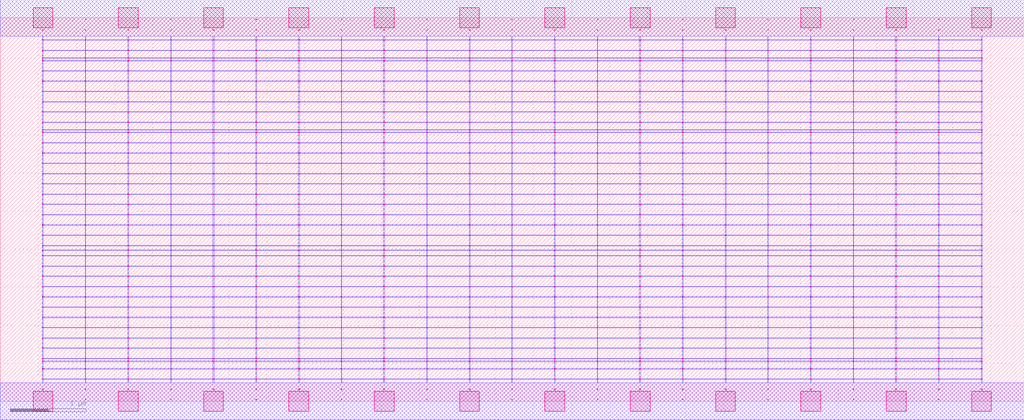
<source format=lef>
MACRO OOOAOI32211_DEBUG
 CLASS CORE ;
 FOREIGN OOOAOI32211_DEBUG 0 0 ;
 SIZE 13.44 BY 5.04 ;
 ORIGIN 0 0 ;
 SYMMETRY X Y R90 ;
 SITE unit ;

 OBS
    LAYER polycont ;
     RECT 6.71600000 0.15300000 6.72400000 0.16100000 ;
     RECT 6.71600000 0.28800000 6.72400000 0.29600000 ;
     RECT 6.71600000 0.42300000 6.72400000 0.43100000 ;
     RECT 6.71600000 0.52100000 6.72400000 0.52900000 ;
     RECT 6.71600000 0.55800000 6.72400000 0.56600000 ;
     RECT 6.71600000 0.69300000 6.72400000 0.70100000 ;
     RECT 6.71600000 0.82800000 6.72400000 0.83600000 ;
     RECT 6.71600000 0.96300000 6.72400000 0.97100000 ;
     RECT 6.71600000 1.09800000 6.72400000 1.10600000 ;
     RECT 6.71600000 1.23300000 6.72400000 1.24100000 ;
     RECT 6.71600000 1.36800000 6.72400000 1.37600000 ;
     RECT 6.71600000 1.50300000 6.72400000 1.51100000 ;
     RECT 6.71600000 1.63800000 6.72400000 1.64600000 ;
     RECT 6.71600000 1.77300000 6.72400000 1.78100000 ;
     RECT 6.71600000 1.90800000 6.72400000 1.91600000 ;
     RECT 6.71600000 1.98100000 6.72400000 1.98900000 ;
     RECT 6.71600000 2.04300000 6.72400000 2.05100000 ;
     RECT 6.71600000 2.17800000 6.72400000 2.18600000 ;
     RECT 6.71600000 2.31300000 6.72400000 2.32100000 ;
     RECT 6.71600000 2.44800000 6.72400000 2.45600000 ;
     RECT 6.71600000 2.58300000 6.72400000 2.59100000 ;
     RECT 6.71600000 2.71800000 6.72400000 2.72600000 ;
     RECT 6.71600000 2.85300000 6.72400000 2.86100000 ;
     RECT 6.71600000 2.98800000 6.72400000 2.99600000 ;
     RECT 6.71600000 3.12300000 6.72400000 3.13100000 ;
     RECT 6.71600000 3.25800000 6.72400000 3.26600000 ;
     RECT 6.71600000 3.39300000 6.72400000 3.40100000 ;
     RECT 6.71600000 3.52800000 6.72400000 3.53600000 ;
     RECT 6.71600000 3.56100000 6.72400000 3.56900000 ;
     RECT 6.71600000 3.66300000 6.72400000 3.67100000 ;
     RECT 6.71600000 3.79800000 6.72400000 3.80600000 ;
     RECT 6.71600000 3.93300000 6.72400000 3.94100000 ;
     RECT 6.71600000 4.06800000 6.72400000 4.07600000 ;
     RECT 6.71600000 4.20300000 6.72400000 4.21100000 ;
     RECT 6.71600000 4.33800000 6.72400000 4.34600000 ;
     RECT 6.71600000 4.47300000 6.72400000 4.48100000 ;
     RECT 6.71600000 4.51100000 6.72400000 4.51900000 ;
     RECT 6.71600000 4.60800000 6.72400000 4.61600000 ;
     RECT 6.71600000 4.74300000 6.72400000 4.75100000 ;
     RECT 6.71600000 4.87800000 6.72400000 4.88600000 ;
     RECT 11.19600000 2.71800000 11.20400000 2.72600000 ;
     RECT 11.75100000 2.71800000 11.76900000 2.72600000 ;
     RECT 12.31600000 2.71800000 12.32400000 2.72600000 ;
     RECT 12.87600000 2.71800000 12.88900000 2.72600000 ;
     RECT 7.83600000 2.58300000 7.84400000 2.59100000 ;
     RECT 7.27100000 2.85300000 7.28400000 2.86100000 ;
     RECT 7.83600000 2.85300000 7.84400000 2.86100000 ;
     RECT 8.39100000 2.85300000 8.40900000 2.86100000 ;
     RECT 8.95600000 2.85300000 8.96400000 2.86100000 ;
     RECT 9.51600000 2.85300000 9.52900000 2.86100000 ;
     RECT 10.07600000 2.85300000 10.08400000 2.86100000 ;
     RECT 10.63100000 2.85300000 10.64400000 2.86100000 ;
     RECT 11.19600000 2.85300000 11.20400000 2.86100000 ;
     RECT 11.75100000 2.85300000 11.76900000 2.86100000 ;
     RECT 12.31600000 2.85300000 12.32400000 2.86100000 ;
     RECT 12.87600000 2.85300000 12.88900000 2.86100000 ;
     RECT 8.39100000 2.58300000 8.40900000 2.59100000 ;
     RECT 7.27100000 2.98800000 7.28400000 2.99600000 ;
     RECT 7.83600000 2.98800000 7.84400000 2.99600000 ;
     RECT 8.39100000 2.98800000 8.40900000 2.99600000 ;
     RECT 8.95600000 2.98800000 8.96400000 2.99600000 ;
     RECT 9.51600000 2.98800000 9.52900000 2.99600000 ;
     RECT 10.07600000 2.98800000 10.08400000 2.99600000 ;
     RECT 10.63100000 2.98800000 10.64400000 2.99600000 ;
     RECT 11.19600000 2.98800000 11.20400000 2.99600000 ;
     RECT 11.75100000 2.98800000 11.76900000 2.99600000 ;
     RECT 12.31600000 2.98800000 12.32400000 2.99600000 ;
     RECT 12.87600000 2.98800000 12.88900000 2.99600000 ;
     RECT 8.95600000 2.58300000 8.96400000 2.59100000 ;
     RECT 10.07600000 3.12300000 10.08400000 3.13100000 ;
     RECT 9.51600000 2.58300000 9.52900000 2.59100000 ;
     RECT 10.07600000 3.25800000 10.08400000 3.26600000 ;
     RECT 10.07600000 2.58300000 10.08400000 2.59100000 ;
     RECT 10.07600000 3.39300000 10.08400000 3.40100000 ;
     RECT 10.63100000 2.58300000 10.64400000 2.59100000 ;
     RECT 10.07600000 3.52800000 10.08400000 3.53600000 ;
     RECT 11.19600000 2.58300000 11.20400000 2.59100000 ;
     RECT 10.07600000 3.56100000 10.08400000 3.56900000 ;
     RECT 11.75100000 2.58300000 11.76900000 2.59100000 ;
     RECT 10.07600000 3.66300000 10.08400000 3.67100000 ;
     RECT 12.31600000 2.58300000 12.32400000 2.59100000 ;
     RECT 10.07600000 3.79800000 10.08400000 3.80600000 ;
     RECT 12.87600000 2.58300000 12.88900000 2.59100000 ;
     RECT 10.07600000 3.93300000 10.08400000 3.94100000 ;
     RECT 7.27100000 2.58300000 7.28400000 2.59100000 ;
     RECT 10.07600000 4.06800000 10.08400000 4.07600000 ;
     RECT 7.27100000 2.71800000 7.28400000 2.72600000 ;
     RECT 10.07600000 4.20300000 10.08400000 4.21100000 ;
     RECT 7.83600000 2.71800000 7.84400000 2.72600000 ;
     RECT 10.07600000 4.33800000 10.08400000 4.34600000 ;
     RECT 8.39100000 2.71800000 8.40900000 2.72600000 ;
     RECT 10.07600000 4.47300000 10.08400000 4.48100000 ;
     RECT 8.95600000 2.71800000 8.96400000 2.72600000 ;
     RECT 10.07600000 4.51100000 10.08400000 4.51900000 ;
     RECT 9.51600000 2.71800000 9.52900000 2.72600000 ;
     RECT 10.07600000 4.60800000 10.08400000 4.61600000 ;
     RECT 10.07600000 2.71800000 10.08400000 2.72600000 ;
     RECT 10.07600000 4.74300000 10.08400000 4.75100000 ;
     RECT 10.63100000 2.71800000 10.64400000 2.72600000 ;
     RECT 10.07600000 4.87800000 10.08400000 4.88600000 ;
     RECT 2.23600000 2.58300000 2.24400000 2.59100000 ;
     RECT 2.79100000 2.58300000 2.80900000 2.59100000 ;
     RECT 3.35600000 2.58300000 3.36400000 2.59100000 ;
     RECT 3.91100000 2.58300000 3.92900000 2.59100000 ;
     RECT 4.47600000 2.58300000 4.48400000 2.59100000 ;
     RECT 5.03100000 2.58300000 5.04900000 2.59100000 ;
     RECT 5.59600000 2.58300000 5.60400000 2.59100000 ;
     RECT 6.15600000 2.58300000 6.16900000 2.59100000 ;
     RECT 0.55100000 2.58300000 0.56400000 2.59100000 ;
     RECT 0.55100000 2.71800000 0.56400000 2.72600000 ;
     RECT 0.55100000 2.85300000 0.56400000 2.86100000 ;
     RECT 1.11600000 2.85300000 1.12400000 2.86100000 ;
     RECT 1.67100000 2.85300000 1.68900000 2.86100000 ;
     RECT 2.23600000 2.85300000 2.24400000 2.86100000 ;
     RECT 2.79100000 2.85300000 2.80900000 2.86100000 ;
     RECT 3.35600000 2.85300000 3.36400000 2.86100000 ;
     RECT 3.91100000 2.85300000 3.92900000 2.86100000 ;
     RECT 4.47600000 2.85300000 4.48400000 2.86100000 ;
     RECT 5.03100000 2.85300000 5.04900000 2.86100000 ;
     RECT 5.59600000 2.85300000 5.60400000 2.86100000 ;
     RECT 6.15600000 2.85300000 6.16900000 2.86100000 ;
     RECT 1.11600000 2.71800000 1.12400000 2.72600000 ;
     RECT 1.67100000 2.71800000 1.68900000 2.72600000 ;
     RECT 2.23600000 2.71800000 2.24400000 2.72600000 ;
     RECT 2.79100000 2.71800000 2.80900000 2.72600000 ;
     RECT 3.35600000 2.71800000 3.36400000 2.72600000 ;
     RECT 3.91100000 2.71800000 3.92900000 2.72600000 ;
     RECT 4.47600000 2.71800000 4.48400000 2.72600000 ;
     RECT 5.03100000 2.71800000 5.04900000 2.72600000 ;
     RECT 5.59600000 2.71800000 5.60400000 2.72600000 ;
     RECT 6.15600000 2.71800000 6.16900000 2.72600000 ;
     RECT 1.11600000 2.58300000 1.12400000 2.59100000 ;
     RECT 1.67100000 2.58300000 1.68900000 2.59100000 ;
     RECT 0.55100000 2.98800000 0.56400000 2.99600000 ;
     RECT 1.11600000 2.98800000 1.12400000 2.99600000 ;
     RECT 1.67100000 2.98800000 1.68900000 2.99600000 ;
     RECT 2.23600000 2.98800000 2.24400000 2.99600000 ;
     RECT 2.79100000 2.98800000 2.80900000 2.99600000 ;
     RECT 3.35600000 2.98800000 3.36400000 2.99600000 ;
     RECT 3.91100000 2.98800000 3.92900000 2.99600000 ;
     RECT 4.47600000 2.98800000 4.48400000 2.99600000 ;
     RECT 5.03100000 2.98800000 5.04900000 2.99600000 ;
     RECT 5.59600000 2.98800000 5.60400000 2.99600000 ;
     RECT 6.15600000 2.98800000 6.16900000 2.99600000 ;
     RECT 11.19600000 0.28800000 11.20400000 0.29600000 ;
     RECT 11.19600000 1.63800000 11.20400000 1.64600000 ;
     RECT 11.19600000 0.82800000 11.20400000 0.83600000 ;
     RECT 11.19600000 1.77300000 11.20400000 1.78100000 ;
     RECT 11.19600000 0.52100000 11.20400000 0.52900000 ;
     RECT 11.19600000 1.90800000 11.20400000 1.91600000 ;
     RECT 11.19600000 0.96300000 11.20400000 0.97100000 ;
     RECT 11.19600000 1.98100000 11.20400000 1.98900000 ;
     RECT 11.19600000 0.15300000 11.20400000 0.16100000 ;
     RECT 11.19600000 2.04300000 11.20400000 2.05100000 ;
     RECT 11.19600000 1.09800000 11.20400000 1.10600000 ;
     RECT 11.19600000 2.17800000 11.20400000 2.18600000 ;
     RECT 11.19600000 0.55800000 11.20400000 0.56600000 ;
     RECT 11.19600000 2.31300000 11.20400000 2.32100000 ;
     RECT 11.19600000 1.23300000 11.20400000 1.24100000 ;
     RECT 11.19600000 2.44800000 11.20400000 2.45600000 ;
     RECT 11.19600000 0.42300000 11.20400000 0.43100000 ;
     RECT 11.19600000 1.36800000 11.20400000 1.37600000 ;
     RECT 11.19600000 0.69300000 11.20400000 0.70100000 ;
     RECT 11.19600000 1.50300000 11.20400000 1.51100000 ;

    LAYER pdiffc ;
     RECT 0.55100000 3.39300000 0.55900000 3.40100000 ;
     RECT 6.16100000 3.39300000 6.16900000 3.40100000 ;
     RECT 7.27100000 3.39300000 7.27900000 3.40100000 ;
     RECT 9.52100000 3.39300000 9.52900000 3.40100000 ;
     RECT 10.63100000 3.39300000 10.63900000 3.40100000 ;
     RECT 12.88100000 3.39300000 12.88900000 3.40100000 ;
     RECT 0.55100000 3.52800000 0.55900000 3.53600000 ;
     RECT 6.16100000 3.52800000 6.16900000 3.53600000 ;
     RECT 7.27100000 3.52800000 7.27900000 3.53600000 ;
     RECT 9.52100000 3.52800000 9.52900000 3.53600000 ;
     RECT 10.63100000 3.52800000 10.63900000 3.53600000 ;
     RECT 12.88100000 3.52800000 12.88900000 3.53600000 ;
     RECT 0.55100000 3.56100000 0.55900000 3.56900000 ;
     RECT 6.16100000 3.56100000 6.16900000 3.56900000 ;
     RECT 7.27100000 3.56100000 7.27900000 3.56900000 ;
     RECT 9.52100000 3.56100000 9.52900000 3.56900000 ;
     RECT 10.63100000 3.56100000 10.63900000 3.56900000 ;
     RECT 12.88100000 3.56100000 12.88900000 3.56900000 ;
     RECT 0.55100000 3.66300000 0.55900000 3.67100000 ;
     RECT 6.16100000 3.66300000 6.16900000 3.67100000 ;
     RECT 7.27100000 3.66300000 7.27900000 3.67100000 ;
     RECT 9.52100000 3.66300000 9.52900000 3.67100000 ;
     RECT 10.63100000 3.66300000 10.63900000 3.67100000 ;
     RECT 12.88100000 3.66300000 12.88900000 3.67100000 ;
     RECT 0.55100000 3.79800000 0.55900000 3.80600000 ;
     RECT 6.16100000 3.79800000 6.16900000 3.80600000 ;
     RECT 7.27100000 3.79800000 7.27900000 3.80600000 ;
     RECT 9.52100000 3.79800000 9.52900000 3.80600000 ;
     RECT 10.63100000 3.79800000 10.63900000 3.80600000 ;
     RECT 12.88100000 3.79800000 12.88900000 3.80600000 ;
     RECT 0.55100000 3.93300000 0.55900000 3.94100000 ;
     RECT 6.16100000 3.93300000 6.16900000 3.94100000 ;
     RECT 7.27100000 3.93300000 7.27900000 3.94100000 ;
     RECT 9.52100000 3.93300000 9.52900000 3.94100000 ;
     RECT 10.63100000 3.93300000 10.63900000 3.94100000 ;
     RECT 12.88100000 3.93300000 12.88900000 3.94100000 ;
     RECT 0.55100000 4.06800000 0.55900000 4.07600000 ;
     RECT 6.16100000 4.06800000 6.16900000 4.07600000 ;
     RECT 7.27100000 4.06800000 7.27900000 4.07600000 ;
     RECT 9.52100000 4.06800000 9.52900000 4.07600000 ;
     RECT 10.63100000 4.06800000 10.63900000 4.07600000 ;
     RECT 12.88100000 4.06800000 12.88900000 4.07600000 ;
     RECT 0.55100000 4.20300000 0.55900000 4.21100000 ;
     RECT 6.16100000 4.20300000 6.16900000 4.21100000 ;
     RECT 7.27100000 4.20300000 7.27900000 4.21100000 ;
     RECT 9.52100000 4.20300000 9.52900000 4.21100000 ;
     RECT 10.63100000 4.20300000 10.63900000 4.21100000 ;
     RECT 12.88100000 4.20300000 12.88900000 4.21100000 ;
     RECT 0.55100000 4.33800000 0.55900000 4.34600000 ;
     RECT 6.16100000 4.33800000 6.16900000 4.34600000 ;
     RECT 7.27100000 4.33800000 7.27900000 4.34600000 ;
     RECT 9.52100000 4.33800000 9.52900000 4.34600000 ;
     RECT 10.63100000 4.33800000 10.63900000 4.34600000 ;
     RECT 12.88100000 4.33800000 12.88900000 4.34600000 ;
     RECT 0.55100000 4.47300000 0.55900000 4.48100000 ;
     RECT 6.16100000 4.47300000 6.16900000 4.48100000 ;
     RECT 7.27100000 4.47300000 7.27900000 4.48100000 ;
     RECT 9.52100000 4.47300000 9.52900000 4.48100000 ;
     RECT 10.63100000 4.47300000 10.63900000 4.48100000 ;
     RECT 12.88100000 4.47300000 12.88900000 4.48100000 ;
     RECT 0.55100000 4.51100000 0.55900000 4.51900000 ;
     RECT 6.16100000 4.51100000 6.16900000 4.51900000 ;
     RECT 7.27100000 4.51100000 7.27900000 4.51900000 ;
     RECT 9.52100000 4.51100000 9.52900000 4.51900000 ;
     RECT 10.63100000 4.51100000 10.63900000 4.51900000 ;
     RECT 12.88100000 4.51100000 12.88900000 4.51900000 ;
     RECT 0.55100000 4.60800000 0.55900000 4.61600000 ;
     RECT 6.16100000 4.60800000 6.16900000 4.61600000 ;
     RECT 7.27100000 4.60800000 7.27900000 4.61600000 ;
     RECT 9.52100000 4.60800000 9.52900000 4.61600000 ;
     RECT 10.63100000 4.60800000 10.63900000 4.61600000 ;
     RECT 12.88100000 4.60800000 12.88900000 4.61600000 ;

    LAYER ndiffc ;
     RECT 7.27100000 0.42300000 7.28400000 0.43100000 ;
     RECT 8.39100000 0.42300000 8.40900000 0.43100000 ;
     RECT 9.51600000 0.42300000 9.52900000 0.43100000 ;
     RECT 10.63100000 0.42300000 10.64400000 0.43100000 ;
     RECT 11.75100000 0.42300000 11.76900000 0.43100000 ;
     RECT 12.87600000 0.42300000 12.88900000 0.43100000 ;
     RECT 7.27100000 0.52100000 7.28400000 0.52900000 ;
     RECT 8.39100000 0.52100000 8.40900000 0.52900000 ;
     RECT 9.51600000 0.52100000 9.52900000 0.52900000 ;
     RECT 10.63100000 0.52100000 10.64400000 0.52900000 ;
     RECT 11.75100000 0.52100000 11.76900000 0.52900000 ;
     RECT 12.87600000 0.52100000 12.88900000 0.52900000 ;
     RECT 7.27100000 0.55800000 7.28400000 0.56600000 ;
     RECT 8.39100000 0.55800000 8.40900000 0.56600000 ;
     RECT 9.51600000 0.55800000 9.52900000 0.56600000 ;
     RECT 10.63100000 0.55800000 10.64400000 0.56600000 ;
     RECT 11.75100000 0.55800000 11.76900000 0.56600000 ;
     RECT 12.87600000 0.55800000 12.88900000 0.56600000 ;
     RECT 7.27100000 0.69300000 7.28400000 0.70100000 ;
     RECT 8.39100000 0.69300000 8.40900000 0.70100000 ;
     RECT 9.51600000 0.69300000 9.52900000 0.70100000 ;
     RECT 10.63100000 0.69300000 10.64400000 0.70100000 ;
     RECT 11.75100000 0.69300000 11.76900000 0.70100000 ;
     RECT 12.87600000 0.69300000 12.88900000 0.70100000 ;
     RECT 7.27100000 0.82800000 7.28400000 0.83600000 ;
     RECT 8.39100000 0.82800000 8.40900000 0.83600000 ;
     RECT 9.51600000 0.82800000 9.52900000 0.83600000 ;
     RECT 10.63100000 0.82800000 10.64400000 0.83600000 ;
     RECT 11.75100000 0.82800000 11.76900000 0.83600000 ;
     RECT 12.87600000 0.82800000 12.88900000 0.83600000 ;
     RECT 7.27100000 0.96300000 7.28400000 0.97100000 ;
     RECT 8.39100000 0.96300000 8.40900000 0.97100000 ;
     RECT 9.51600000 0.96300000 9.52900000 0.97100000 ;
     RECT 10.63100000 0.96300000 10.64400000 0.97100000 ;
     RECT 11.75100000 0.96300000 11.76900000 0.97100000 ;
     RECT 12.87600000 0.96300000 12.88900000 0.97100000 ;
     RECT 7.27100000 1.09800000 7.28400000 1.10600000 ;
     RECT 8.39100000 1.09800000 8.40900000 1.10600000 ;
     RECT 9.51600000 1.09800000 9.52900000 1.10600000 ;
     RECT 10.63100000 1.09800000 10.64400000 1.10600000 ;
     RECT 11.75100000 1.09800000 11.76900000 1.10600000 ;
     RECT 12.87600000 1.09800000 12.88900000 1.10600000 ;
     RECT 7.27100000 1.23300000 7.28400000 1.24100000 ;
     RECT 8.39100000 1.23300000 8.40900000 1.24100000 ;
     RECT 9.51600000 1.23300000 9.52900000 1.24100000 ;
     RECT 10.63100000 1.23300000 10.64400000 1.24100000 ;
     RECT 11.75100000 1.23300000 11.76900000 1.24100000 ;
     RECT 12.87600000 1.23300000 12.88900000 1.24100000 ;
     RECT 7.27100000 1.36800000 7.28400000 1.37600000 ;
     RECT 8.39100000 1.36800000 8.40900000 1.37600000 ;
     RECT 9.51600000 1.36800000 9.52900000 1.37600000 ;
     RECT 10.63100000 1.36800000 10.64400000 1.37600000 ;
     RECT 11.75100000 1.36800000 11.76900000 1.37600000 ;
     RECT 12.87600000 1.36800000 12.88900000 1.37600000 ;
     RECT 7.27100000 1.50300000 7.28400000 1.51100000 ;
     RECT 8.39100000 1.50300000 8.40900000 1.51100000 ;
     RECT 9.51600000 1.50300000 9.52900000 1.51100000 ;
     RECT 10.63100000 1.50300000 10.64400000 1.51100000 ;
     RECT 11.75100000 1.50300000 11.76900000 1.51100000 ;
     RECT 12.87600000 1.50300000 12.88900000 1.51100000 ;
     RECT 7.27100000 1.63800000 7.28400000 1.64600000 ;
     RECT 8.39100000 1.63800000 8.40900000 1.64600000 ;
     RECT 9.51600000 1.63800000 9.52900000 1.64600000 ;
     RECT 10.63100000 1.63800000 10.64400000 1.64600000 ;
     RECT 11.75100000 1.63800000 11.76900000 1.64600000 ;
     RECT 12.87600000 1.63800000 12.88900000 1.64600000 ;
     RECT 7.27100000 1.77300000 7.28400000 1.78100000 ;
     RECT 8.39100000 1.77300000 8.40900000 1.78100000 ;
     RECT 9.51600000 1.77300000 9.52900000 1.78100000 ;
     RECT 10.63100000 1.77300000 10.64400000 1.78100000 ;
     RECT 11.75100000 1.77300000 11.76900000 1.78100000 ;
     RECT 12.87600000 1.77300000 12.88900000 1.78100000 ;
     RECT 7.27100000 1.90800000 7.28400000 1.91600000 ;
     RECT 8.39100000 1.90800000 8.40900000 1.91600000 ;
     RECT 9.51600000 1.90800000 9.52900000 1.91600000 ;
     RECT 10.63100000 1.90800000 10.64400000 1.91600000 ;
     RECT 11.75100000 1.90800000 11.76900000 1.91600000 ;
     RECT 12.87600000 1.90800000 12.88900000 1.91600000 ;
     RECT 7.27100000 1.98100000 7.28400000 1.98900000 ;
     RECT 8.39100000 1.98100000 8.40900000 1.98900000 ;
     RECT 9.51600000 1.98100000 9.52900000 1.98900000 ;
     RECT 10.63100000 1.98100000 10.64400000 1.98900000 ;
     RECT 11.75100000 1.98100000 11.76900000 1.98900000 ;
     RECT 12.87600000 1.98100000 12.88900000 1.98900000 ;
     RECT 7.27100000 2.04300000 7.28400000 2.05100000 ;
     RECT 8.39100000 2.04300000 8.40900000 2.05100000 ;
     RECT 9.51600000 2.04300000 9.52900000 2.05100000 ;
     RECT 10.63100000 2.04300000 10.64400000 2.05100000 ;
     RECT 11.75100000 2.04300000 11.76900000 2.05100000 ;
     RECT 12.87600000 2.04300000 12.88900000 2.05100000 ;
     RECT 0.55100000 0.42300000 0.56400000 0.43100000 ;
     RECT 1.67100000 0.42300000 1.68900000 0.43100000 ;
     RECT 2.79100000 0.42300000 2.80900000 0.43100000 ;
     RECT 3.91100000 0.42300000 3.92900000 0.43100000 ;
     RECT 5.03100000 0.42300000 5.04900000 0.43100000 ;
     RECT 6.15600000 0.42300000 6.16900000 0.43100000 ;
     RECT 0.55100000 1.36800000 0.56400000 1.37600000 ;
     RECT 1.67100000 1.36800000 1.68900000 1.37600000 ;
     RECT 2.79100000 1.36800000 2.80900000 1.37600000 ;
     RECT 3.91100000 1.36800000 3.92900000 1.37600000 ;
     RECT 5.03100000 1.36800000 5.04900000 1.37600000 ;
     RECT 6.15600000 1.36800000 6.16900000 1.37600000 ;
     RECT 0.55100000 0.82800000 0.56400000 0.83600000 ;
     RECT 1.67100000 0.82800000 1.68900000 0.83600000 ;
     RECT 2.79100000 0.82800000 2.80900000 0.83600000 ;
     RECT 3.91100000 0.82800000 3.92900000 0.83600000 ;
     RECT 5.03100000 0.82800000 5.04900000 0.83600000 ;
     RECT 6.15600000 0.82800000 6.16900000 0.83600000 ;
     RECT 0.55100000 1.50300000 0.56400000 1.51100000 ;
     RECT 1.67100000 1.50300000 1.68900000 1.51100000 ;
     RECT 2.79100000 1.50300000 2.80900000 1.51100000 ;
     RECT 3.91100000 1.50300000 3.92900000 1.51100000 ;
     RECT 5.03100000 1.50300000 5.04900000 1.51100000 ;
     RECT 6.15600000 1.50300000 6.16900000 1.51100000 ;
     RECT 0.55100000 0.55800000 0.56400000 0.56600000 ;
     RECT 1.67100000 0.55800000 1.68900000 0.56600000 ;
     RECT 2.79100000 0.55800000 2.80900000 0.56600000 ;
     RECT 3.91100000 0.55800000 3.92900000 0.56600000 ;
     RECT 5.03100000 0.55800000 5.04900000 0.56600000 ;
     RECT 6.15600000 0.55800000 6.16900000 0.56600000 ;
     RECT 0.55100000 1.63800000 0.56400000 1.64600000 ;
     RECT 1.67100000 1.63800000 1.68900000 1.64600000 ;
     RECT 2.79100000 1.63800000 2.80900000 1.64600000 ;
     RECT 3.91100000 1.63800000 3.92900000 1.64600000 ;
     RECT 5.03100000 1.63800000 5.04900000 1.64600000 ;
     RECT 6.15600000 1.63800000 6.16900000 1.64600000 ;
     RECT 0.55100000 0.96300000 0.56400000 0.97100000 ;
     RECT 1.67100000 0.96300000 1.68900000 0.97100000 ;
     RECT 2.79100000 0.96300000 2.80900000 0.97100000 ;
     RECT 3.91100000 0.96300000 3.92900000 0.97100000 ;
     RECT 5.03100000 0.96300000 5.04900000 0.97100000 ;
     RECT 6.15600000 0.96300000 6.16900000 0.97100000 ;
     RECT 0.55100000 1.77300000 0.56400000 1.78100000 ;
     RECT 1.67100000 1.77300000 1.68900000 1.78100000 ;
     RECT 2.79100000 1.77300000 2.80900000 1.78100000 ;
     RECT 3.91100000 1.77300000 3.92900000 1.78100000 ;
     RECT 5.03100000 1.77300000 5.04900000 1.78100000 ;
     RECT 6.15600000 1.77300000 6.16900000 1.78100000 ;
     RECT 0.55100000 0.52100000 0.56400000 0.52900000 ;
     RECT 1.67100000 0.52100000 1.68900000 0.52900000 ;
     RECT 2.79100000 0.52100000 2.80900000 0.52900000 ;
     RECT 3.91100000 0.52100000 3.92900000 0.52900000 ;
     RECT 5.03100000 0.52100000 5.04900000 0.52900000 ;
     RECT 6.15600000 0.52100000 6.16900000 0.52900000 ;
     RECT 0.55100000 1.90800000 0.56400000 1.91600000 ;
     RECT 1.67100000 1.90800000 1.68900000 1.91600000 ;
     RECT 2.79100000 1.90800000 2.80900000 1.91600000 ;
     RECT 3.91100000 1.90800000 3.92900000 1.91600000 ;
     RECT 5.03100000 1.90800000 5.04900000 1.91600000 ;
     RECT 6.15600000 1.90800000 6.16900000 1.91600000 ;
     RECT 0.55100000 1.09800000 0.56400000 1.10600000 ;
     RECT 1.67100000 1.09800000 1.68900000 1.10600000 ;
     RECT 2.79100000 1.09800000 2.80900000 1.10600000 ;
     RECT 3.91100000 1.09800000 3.92900000 1.10600000 ;
     RECT 5.03100000 1.09800000 5.04900000 1.10600000 ;
     RECT 6.15600000 1.09800000 6.16900000 1.10600000 ;
     RECT 0.55100000 1.98100000 0.56400000 1.98900000 ;
     RECT 1.67100000 1.98100000 1.68900000 1.98900000 ;
     RECT 2.79100000 1.98100000 2.80900000 1.98900000 ;
     RECT 3.91100000 1.98100000 3.92900000 1.98900000 ;
     RECT 5.03100000 1.98100000 5.04900000 1.98900000 ;
     RECT 6.15600000 1.98100000 6.16900000 1.98900000 ;
     RECT 0.55100000 0.69300000 0.56400000 0.70100000 ;
     RECT 1.67100000 0.69300000 1.68900000 0.70100000 ;
     RECT 2.79100000 0.69300000 2.80900000 0.70100000 ;
     RECT 3.91100000 0.69300000 3.92900000 0.70100000 ;
     RECT 5.03100000 0.69300000 5.04900000 0.70100000 ;
     RECT 6.15600000 0.69300000 6.16900000 0.70100000 ;
     RECT 0.55100000 2.04300000 0.56400000 2.05100000 ;
     RECT 1.67100000 2.04300000 1.68900000 2.05100000 ;
     RECT 2.79100000 2.04300000 2.80900000 2.05100000 ;
     RECT 3.91100000 2.04300000 3.92900000 2.05100000 ;
     RECT 5.03100000 2.04300000 5.04900000 2.05100000 ;
     RECT 6.15600000 2.04300000 6.16900000 2.05100000 ;
     RECT 0.55100000 1.23300000 0.56400000 1.24100000 ;
     RECT 1.67100000 1.23300000 1.68900000 1.24100000 ;
     RECT 2.79100000 1.23300000 2.80900000 1.24100000 ;
     RECT 3.91100000 1.23300000 3.92900000 1.24100000 ;
     RECT 5.03100000 1.23300000 5.04900000 1.24100000 ;
     RECT 6.15600000 1.23300000 6.16900000 1.24100000 ;

    LAYER met1 ;
     RECT 0.00000000 -0.24000000 13.44000000 0.24000000 ;
     RECT 6.71600000 0.24000000 6.72400000 0.28800000 ;
     RECT 0.55100000 0.28800000 12.88900000 0.29600000 ;
     RECT 6.71600000 0.29600000 6.72400000 0.42300000 ;
     RECT 0.55100000 0.42300000 12.88900000 0.43100000 ;
     RECT 6.71600000 0.43100000 6.72400000 0.52100000 ;
     RECT 0.55100000 0.52100000 12.88900000 0.52900000 ;
     RECT 6.71600000 0.52900000 6.72400000 0.55800000 ;
     RECT 0.55100000 0.55800000 12.88900000 0.56600000 ;
     RECT 6.71600000 0.56600000 6.72400000 0.69300000 ;
     RECT 0.55100000 0.69300000 12.88900000 0.70100000 ;
     RECT 6.71600000 0.70100000 6.72400000 0.82800000 ;
     RECT 0.55100000 0.82800000 12.88900000 0.83600000 ;
     RECT 6.71600000 0.83600000 6.72400000 0.96300000 ;
     RECT 0.55100000 0.96300000 12.88900000 0.97100000 ;
     RECT 6.71600000 0.97100000 6.72400000 1.09800000 ;
     RECT 0.55100000 1.09800000 12.88900000 1.10600000 ;
     RECT 6.71600000 1.10600000 6.72400000 1.23300000 ;
     RECT 0.55100000 1.23300000 12.88900000 1.24100000 ;
     RECT 6.71600000 1.24100000 6.72400000 1.36800000 ;
     RECT 0.55100000 1.36800000 12.88900000 1.37600000 ;
     RECT 6.71600000 1.37600000 6.72400000 1.50300000 ;
     RECT 0.55100000 1.50300000 12.88900000 1.51100000 ;
     RECT 6.71600000 1.51100000 6.72400000 1.63800000 ;
     RECT 0.55100000 1.63800000 12.88900000 1.64600000 ;
     RECT 6.71600000 1.64600000 6.72400000 1.77300000 ;
     RECT 0.55100000 1.77300000 12.88900000 1.78100000 ;
     RECT 6.71600000 1.78100000 6.72400000 1.90800000 ;
     RECT 0.55100000 1.90800000 12.88900000 1.91600000 ;
     RECT 6.71600000 1.91600000 6.72400000 1.98100000 ;
     RECT 0.55100000 1.98100000 12.88900000 1.98900000 ;
     RECT 6.71600000 1.98900000 6.72400000 2.04300000 ;
     RECT 0.55100000 2.04300000 12.88900000 2.05100000 ;
     RECT 6.71600000 2.05100000 6.72400000 2.17800000 ;
     RECT 0.55100000 2.17800000 12.88900000 2.18600000 ;
     RECT 6.71600000 2.18600000 6.72400000 2.31300000 ;
     RECT 0.55100000 2.31300000 12.88900000 2.32100000 ;
     RECT 6.71600000 2.32100000 6.72400000 2.44800000 ;
     RECT 0.55100000 2.44800000 12.88900000 2.45600000 ;
     RECT 0.55100000 2.45600000 0.56400000 2.58300000 ;
     RECT 1.11600000 2.45600000 1.12400000 2.58300000 ;
     RECT 1.67100000 2.45600000 1.68900000 2.58300000 ;
     RECT 2.23600000 2.45600000 2.24400000 2.58300000 ;
     RECT 2.79100000 2.45600000 2.80900000 2.58300000 ;
     RECT 3.35600000 2.45600000 3.36400000 2.58300000 ;
     RECT 3.91100000 2.45600000 3.92900000 2.58300000 ;
     RECT 4.47600000 2.45600000 4.48400000 2.58300000 ;
     RECT 5.03100000 2.45600000 5.04900000 2.58300000 ;
     RECT 5.59600000 2.45600000 5.60400000 2.58300000 ;
     RECT 6.15600000 2.45600000 6.16900000 2.58300000 ;
     RECT 6.71600000 2.45600000 6.72400000 2.58300000 ;
     RECT 7.27100000 2.45600000 7.28400000 2.58300000 ;
     RECT 7.83600000 2.45600000 7.84400000 2.58300000 ;
     RECT 8.39100000 2.45600000 8.40900000 2.58300000 ;
     RECT 8.95600000 2.45600000 8.96400000 2.58300000 ;
     RECT 9.51600000 2.45600000 9.52900000 2.58300000 ;
     RECT 10.07600000 2.45600000 10.08400000 2.58300000 ;
     RECT 10.63100000 2.45600000 10.64400000 2.58300000 ;
     RECT 11.19600000 2.45600000 11.20400000 2.58300000 ;
     RECT 11.75100000 2.45600000 11.76900000 2.58300000 ;
     RECT 12.31600000 2.45600000 12.32400000 2.58300000 ;
     RECT 12.87600000 2.45600000 12.88900000 2.58300000 ;
     RECT 0.55100000 2.58300000 12.88900000 2.59100000 ;
     RECT 6.71600000 2.59100000 6.72400000 2.71800000 ;
     RECT 0.55100000 2.71800000 12.88900000 2.72600000 ;
     RECT 6.71600000 2.72600000 6.72400000 2.85300000 ;
     RECT 0.55100000 2.85300000 12.88900000 2.86100000 ;
     RECT 6.71600000 2.86100000 6.72400000 2.98800000 ;
     RECT 0.55100000 2.98800000 12.88900000 2.99600000 ;
     RECT 6.71600000 2.99600000 6.72400000 3.12300000 ;
     RECT 0.55100000 3.12300000 12.88900000 3.13100000 ;
     RECT 6.71600000 3.13100000 6.72400000 3.25800000 ;
     RECT 0.55100000 3.25800000 12.88900000 3.26600000 ;
     RECT 6.71600000 3.26600000 6.72400000 3.39300000 ;
     RECT 0.55100000 3.39300000 12.88900000 3.40100000 ;
     RECT 6.71600000 3.40100000 6.72400000 3.52800000 ;
     RECT 0.55100000 3.52800000 12.88900000 3.53600000 ;
     RECT 6.71600000 3.53600000 6.72400000 3.56100000 ;
     RECT 0.55100000 3.56100000 12.88900000 3.56900000 ;
     RECT 6.71600000 3.56900000 6.72400000 3.66300000 ;
     RECT 0.55100000 3.66300000 12.88900000 3.67100000 ;
     RECT 6.71600000 3.67100000 6.72400000 3.79800000 ;
     RECT 0.55100000 3.79800000 12.88900000 3.80600000 ;
     RECT 6.71600000 3.80600000 6.72400000 3.93300000 ;
     RECT 0.55100000 3.93300000 12.88900000 3.94100000 ;
     RECT 6.71600000 3.94100000 6.72400000 4.06800000 ;
     RECT 0.55100000 4.06800000 12.88900000 4.07600000 ;
     RECT 6.71600000 4.07600000 6.72400000 4.20300000 ;
     RECT 0.55100000 4.20300000 12.88900000 4.21100000 ;
     RECT 6.71600000 4.21100000 6.72400000 4.33800000 ;
     RECT 0.55100000 4.33800000 12.88900000 4.34600000 ;
     RECT 6.71600000 4.34600000 6.72400000 4.47300000 ;
     RECT 0.55100000 4.47300000 12.88900000 4.48100000 ;
     RECT 6.71600000 4.48100000 6.72400000 4.51100000 ;
     RECT 0.55100000 4.51100000 12.88900000 4.51900000 ;
     RECT 6.71600000 4.51900000 6.72400000 4.60800000 ;
     RECT 0.55100000 4.60800000 12.88900000 4.61600000 ;
     RECT 6.71600000 4.61600000 6.72400000 4.74300000 ;
     RECT 0.55100000 4.74300000 12.88900000 4.75100000 ;
     RECT 6.71600000 4.75100000 6.72400000 4.80000000 ;
     RECT 0.00000000 4.80000000 13.44000000 5.28000000 ;
     RECT 10.07600000 2.59100000 10.08400000 2.71800000 ;
     RECT 10.07600000 2.99600000 10.08400000 3.12300000 ;
     RECT 10.07600000 3.13100000 10.08400000 3.25800000 ;
     RECT 10.07600000 3.26600000 10.08400000 3.39300000 ;
     RECT 10.07600000 3.40100000 10.08400000 3.52800000 ;
     RECT 10.07600000 3.53600000 10.08400000 3.56100000 ;
     RECT 10.07600000 3.56900000 10.08400000 3.66300000 ;
     RECT 10.07600000 3.67100000 10.08400000 3.79800000 ;
     RECT 10.07600000 2.72600000 10.08400000 2.85300000 ;
     RECT 7.27100000 3.80600000 7.28400000 3.93300000 ;
     RECT 7.83600000 3.80600000 7.84400000 3.93300000 ;
     RECT 8.39100000 3.80600000 8.40900000 3.93300000 ;
     RECT 8.95600000 3.80600000 8.96400000 3.93300000 ;
     RECT 9.51600000 3.80600000 9.52900000 3.93300000 ;
     RECT 10.07600000 3.80600000 10.08400000 3.93300000 ;
     RECT 10.63100000 3.80600000 10.64400000 3.93300000 ;
     RECT 11.19600000 3.80600000 11.20400000 3.93300000 ;
     RECT 11.75100000 3.80600000 11.76900000 3.93300000 ;
     RECT 12.31600000 3.80600000 12.32400000 3.93300000 ;
     RECT 12.87600000 3.80600000 12.88900000 3.93300000 ;
     RECT 10.07600000 3.94100000 10.08400000 4.06800000 ;
     RECT 10.07600000 4.07600000 10.08400000 4.20300000 ;
     RECT 10.07600000 4.21100000 10.08400000 4.33800000 ;
     RECT 10.07600000 4.34600000 10.08400000 4.47300000 ;
     RECT 10.07600000 4.48100000 10.08400000 4.51100000 ;
     RECT 10.07600000 2.86100000 10.08400000 2.98800000 ;
     RECT 10.07600000 4.51900000 10.08400000 4.60800000 ;
     RECT 10.07600000 4.61600000 10.08400000 4.74300000 ;
     RECT 10.07600000 4.75100000 10.08400000 4.80000000 ;
     RECT 11.75100000 4.07600000 11.76900000 4.20300000 ;
     RECT 12.31600000 4.07600000 12.32400000 4.20300000 ;
     RECT 12.87600000 4.07600000 12.88900000 4.20300000 ;
     RECT 11.19600000 3.94100000 11.20400000 4.06800000 ;
     RECT 10.63100000 4.21100000 10.64400000 4.33800000 ;
     RECT 11.19600000 4.21100000 11.20400000 4.33800000 ;
     RECT 11.75100000 4.21100000 11.76900000 4.33800000 ;
     RECT 12.31600000 4.21100000 12.32400000 4.33800000 ;
     RECT 12.87600000 4.21100000 12.88900000 4.33800000 ;
     RECT 11.75100000 3.94100000 11.76900000 4.06800000 ;
     RECT 10.63100000 4.34600000 10.64400000 4.47300000 ;
     RECT 11.19600000 4.34600000 11.20400000 4.47300000 ;
     RECT 11.75100000 4.34600000 11.76900000 4.47300000 ;
     RECT 12.31600000 4.34600000 12.32400000 4.47300000 ;
     RECT 12.87600000 4.34600000 12.88900000 4.47300000 ;
     RECT 12.31600000 3.94100000 12.32400000 4.06800000 ;
     RECT 10.63100000 4.48100000 10.64400000 4.51100000 ;
     RECT 11.19600000 4.48100000 11.20400000 4.51100000 ;
     RECT 11.75100000 4.48100000 11.76900000 4.51100000 ;
     RECT 12.31600000 4.48100000 12.32400000 4.51100000 ;
     RECT 12.87600000 4.48100000 12.88900000 4.51100000 ;
     RECT 12.87600000 3.94100000 12.88900000 4.06800000 ;
     RECT 10.63100000 3.94100000 10.64400000 4.06800000 ;
     RECT 10.63100000 4.51900000 10.64400000 4.60800000 ;
     RECT 11.19600000 4.51900000 11.20400000 4.60800000 ;
     RECT 11.75100000 4.51900000 11.76900000 4.60800000 ;
     RECT 12.31600000 4.51900000 12.32400000 4.60800000 ;
     RECT 12.87600000 4.51900000 12.88900000 4.60800000 ;
     RECT 10.63100000 4.07600000 10.64400000 4.20300000 ;
     RECT 10.63100000 4.61600000 10.64400000 4.74300000 ;
     RECT 11.19600000 4.61600000 11.20400000 4.74300000 ;
     RECT 11.75100000 4.61600000 11.76900000 4.74300000 ;
     RECT 12.31600000 4.61600000 12.32400000 4.74300000 ;
     RECT 12.87600000 4.61600000 12.88900000 4.74300000 ;
     RECT 11.19600000 4.07600000 11.20400000 4.20300000 ;
     RECT 10.63100000 4.75100000 10.64400000 4.80000000 ;
     RECT 11.19600000 4.75100000 11.20400000 4.80000000 ;
     RECT 11.75100000 4.75100000 11.76900000 4.80000000 ;
     RECT 12.31600000 4.75100000 12.32400000 4.80000000 ;
     RECT 12.87600000 4.75100000 12.88900000 4.80000000 ;
     RECT 8.39100000 4.21100000 8.40900000 4.33800000 ;
     RECT 8.95600000 4.21100000 8.96400000 4.33800000 ;
     RECT 9.51600000 4.21100000 9.52900000 4.33800000 ;
     RECT 7.83600000 4.07600000 7.84400000 4.20300000 ;
     RECT 8.39100000 4.07600000 8.40900000 4.20300000 ;
     RECT 8.95600000 4.07600000 8.96400000 4.20300000 ;
     RECT 9.51600000 4.07600000 9.52900000 4.20300000 ;
     RECT 7.27100000 4.51900000 7.28400000 4.60800000 ;
     RECT 7.83600000 4.51900000 7.84400000 4.60800000 ;
     RECT 8.39100000 4.51900000 8.40900000 4.60800000 ;
     RECT 8.95600000 4.51900000 8.96400000 4.60800000 ;
     RECT 9.51600000 4.51900000 9.52900000 4.60800000 ;
     RECT 7.83600000 3.94100000 7.84400000 4.06800000 ;
     RECT 8.39100000 3.94100000 8.40900000 4.06800000 ;
     RECT 7.27100000 4.34600000 7.28400000 4.47300000 ;
     RECT 7.83600000 4.34600000 7.84400000 4.47300000 ;
     RECT 8.39100000 4.34600000 8.40900000 4.47300000 ;
     RECT 8.95600000 4.34600000 8.96400000 4.47300000 ;
     RECT 7.27100000 4.61600000 7.28400000 4.74300000 ;
     RECT 7.83600000 4.61600000 7.84400000 4.74300000 ;
     RECT 8.39100000 4.61600000 8.40900000 4.74300000 ;
     RECT 8.95600000 4.61600000 8.96400000 4.74300000 ;
     RECT 9.51600000 4.61600000 9.52900000 4.74300000 ;
     RECT 9.51600000 4.34600000 9.52900000 4.47300000 ;
     RECT 8.95600000 3.94100000 8.96400000 4.06800000 ;
     RECT 9.51600000 3.94100000 9.52900000 4.06800000 ;
     RECT 7.27100000 3.94100000 7.28400000 4.06800000 ;
     RECT 7.27100000 4.07600000 7.28400000 4.20300000 ;
     RECT 7.27100000 4.21100000 7.28400000 4.33800000 ;
     RECT 7.27100000 4.75100000 7.28400000 4.80000000 ;
     RECT 7.83600000 4.75100000 7.84400000 4.80000000 ;
     RECT 8.39100000 4.75100000 8.40900000 4.80000000 ;
     RECT 8.95600000 4.75100000 8.96400000 4.80000000 ;
     RECT 9.51600000 4.75100000 9.52900000 4.80000000 ;
     RECT 7.83600000 4.21100000 7.84400000 4.33800000 ;
     RECT 7.27100000 4.48100000 7.28400000 4.51100000 ;
     RECT 7.83600000 4.48100000 7.84400000 4.51100000 ;
     RECT 8.39100000 4.48100000 8.40900000 4.51100000 ;
     RECT 8.95600000 4.48100000 8.96400000 4.51100000 ;
     RECT 9.51600000 4.48100000 9.52900000 4.51100000 ;
     RECT 7.83600000 2.99600000 7.84400000 3.12300000 ;
     RECT 7.27100000 2.59100000 7.28400000 2.71800000 ;
     RECT 8.39100000 2.86100000 8.40900000 2.98800000 ;
     RECT 8.95600000 2.86100000 8.96400000 2.98800000 ;
     RECT 7.27100000 3.40100000 7.28400000 3.52800000 ;
     RECT 7.83600000 3.40100000 7.84400000 3.52800000 ;
     RECT 8.39100000 3.40100000 8.40900000 3.52800000 ;
     RECT 8.95600000 3.40100000 8.96400000 3.52800000 ;
     RECT 9.51600000 3.40100000 9.52900000 3.52800000 ;
     RECT 8.39100000 2.99600000 8.40900000 3.12300000 ;
     RECT 7.83600000 2.59100000 7.84400000 2.71800000 ;
     RECT 7.27100000 2.72600000 7.28400000 2.85300000 ;
     RECT 7.27100000 3.53600000 7.28400000 3.56100000 ;
     RECT 7.83600000 3.53600000 7.84400000 3.56100000 ;
     RECT 8.39100000 3.53600000 8.40900000 3.56100000 ;
     RECT 9.51600000 2.86100000 9.52900000 2.98800000 ;
     RECT 8.95600000 3.53600000 8.96400000 3.56100000 ;
     RECT 9.51600000 3.53600000 9.52900000 3.56100000 ;
     RECT 8.95600000 2.99600000 8.96400000 3.12300000 ;
     RECT 7.83600000 2.72600000 7.84400000 2.85300000 ;
     RECT 8.39100000 2.72600000 8.40900000 2.85300000 ;
     RECT 7.27100000 3.56900000 7.28400000 3.66300000 ;
     RECT 7.83600000 3.56900000 7.84400000 3.66300000 ;
     RECT 8.39100000 3.56900000 8.40900000 3.66300000 ;
     RECT 8.95600000 3.56900000 8.96400000 3.66300000 ;
     RECT 9.51600000 3.56900000 9.52900000 3.66300000 ;
     RECT 8.39100000 2.59100000 8.40900000 2.71800000 ;
     RECT 8.95600000 2.59100000 8.96400000 2.71800000 ;
     RECT 9.51600000 2.99600000 9.52900000 3.12300000 ;
     RECT 8.95600000 2.72600000 8.96400000 2.85300000 ;
     RECT 9.51600000 2.72600000 9.52900000 2.85300000 ;
     RECT 7.27100000 3.67100000 7.28400000 3.79800000 ;
     RECT 7.83600000 3.67100000 7.84400000 3.79800000 ;
     RECT 8.39100000 3.67100000 8.40900000 3.79800000 ;
     RECT 8.95600000 3.67100000 8.96400000 3.79800000 ;
     RECT 9.51600000 3.67100000 9.52900000 3.79800000 ;
     RECT 9.51600000 2.59100000 9.52900000 2.71800000 ;
     RECT 7.27100000 3.13100000 7.28400000 3.25800000 ;
     RECT 7.83600000 3.13100000 7.84400000 3.25800000 ;
     RECT 7.27100000 2.86100000 7.28400000 2.98800000 ;
     RECT 7.83600000 2.86100000 7.84400000 2.98800000 ;
     RECT 8.39100000 3.13100000 8.40900000 3.25800000 ;
     RECT 8.95600000 3.13100000 8.96400000 3.25800000 ;
     RECT 9.51600000 3.13100000 9.52900000 3.25800000 ;
     RECT 7.27100000 2.99600000 7.28400000 3.12300000 ;
     RECT 7.27100000 3.26600000 7.28400000 3.39300000 ;
     RECT 7.83600000 3.26600000 7.84400000 3.39300000 ;
     RECT 8.39100000 3.26600000 8.40900000 3.39300000 ;
     RECT 8.95600000 3.26600000 8.96400000 3.39300000 ;
     RECT 9.51600000 3.26600000 9.52900000 3.39300000 ;
     RECT 10.63100000 3.13100000 10.64400000 3.25800000 ;
     RECT 11.19600000 3.13100000 11.20400000 3.25800000 ;
     RECT 10.63100000 3.56900000 10.64400000 3.66300000 ;
     RECT 12.31600000 2.72600000 12.32400000 2.85300000 ;
     RECT 12.87600000 2.72600000 12.88900000 2.85300000 ;
     RECT 11.19600000 3.56900000 11.20400000 3.66300000 ;
     RECT 11.75100000 3.56900000 11.76900000 3.66300000 ;
     RECT 12.31600000 3.56900000 12.32400000 3.66300000 ;
     RECT 12.87600000 3.56900000 12.88900000 3.66300000 ;
     RECT 11.75100000 3.13100000 11.76900000 3.25800000 ;
     RECT 12.31600000 3.13100000 12.32400000 3.25800000 ;
     RECT 12.87600000 3.13100000 12.88900000 3.25800000 ;
     RECT 11.75100000 2.59100000 11.76900000 2.71800000 ;
     RECT 10.63100000 3.40100000 10.64400000 3.52800000 ;
     RECT 11.19600000 3.40100000 11.20400000 3.52800000 ;
     RECT 11.75100000 3.40100000 11.76900000 3.52800000 ;
     RECT 12.31600000 3.40100000 12.32400000 3.52800000 ;
     RECT 10.63100000 3.67100000 10.64400000 3.79800000 ;
     RECT 11.19600000 3.67100000 11.20400000 3.79800000 ;
     RECT 11.75100000 3.67100000 11.76900000 3.79800000 ;
     RECT 12.31600000 3.67100000 12.32400000 3.79800000 ;
     RECT 12.87600000 3.67100000 12.88900000 3.79800000 ;
     RECT 12.87600000 3.40100000 12.88900000 3.52800000 ;
     RECT 10.63100000 2.86100000 10.64400000 2.98800000 ;
     RECT 11.19600000 2.86100000 11.20400000 2.98800000 ;
     RECT 10.63100000 2.72600000 10.64400000 2.85300000 ;
     RECT 12.31600000 2.59100000 12.32400000 2.71800000 ;
     RECT 11.19600000 2.59100000 11.20400000 2.71800000 ;
     RECT 10.63100000 2.99600000 10.64400000 3.12300000 ;
     RECT 11.19600000 2.99600000 11.20400000 3.12300000 ;
     RECT 11.75100000 2.99600000 11.76900000 3.12300000 ;
     RECT 12.31600000 2.99600000 12.32400000 3.12300000 ;
     RECT 12.87600000 2.99600000 12.88900000 3.12300000 ;
     RECT 10.63100000 3.26600000 10.64400000 3.39300000 ;
     RECT 10.63100000 3.53600000 10.64400000 3.56100000 ;
     RECT 11.19600000 3.53600000 11.20400000 3.56100000 ;
     RECT 11.75100000 2.86100000 11.76900000 2.98800000 ;
     RECT 12.31600000 2.86100000 12.32400000 2.98800000 ;
     RECT 11.75100000 3.53600000 11.76900000 3.56100000 ;
     RECT 11.19600000 2.72600000 11.20400000 2.85300000 ;
     RECT 11.75100000 2.72600000 11.76900000 2.85300000 ;
     RECT 12.31600000 3.53600000 12.32400000 3.56100000 ;
     RECT 12.87600000 3.53600000 12.88900000 3.56100000 ;
     RECT 11.19600000 3.26600000 11.20400000 3.39300000 ;
     RECT 11.75100000 3.26600000 11.76900000 3.39300000 ;
     RECT 12.31600000 3.26600000 12.32400000 3.39300000 ;
     RECT 12.87600000 3.26600000 12.88900000 3.39300000 ;
     RECT 12.87600000 2.59100000 12.88900000 2.71800000 ;
     RECT 10.63100000 2.59100000 10.64400000 2.71800000 ;
     RECT 12.87600000 2.86100000 12.88900000 2.98800000 ;
     RECT 4.47600000 3.80600000 4.48400000 3.93300000 ;
     RECT 5.03100000 3.80600000 5.04900000 3.93300000 ;
     RECT 5.59600000 3.80600000 5.60400000 3.93300000 ;
     RECT 6.15600000 3.80600000 6.16900000 3.93300000 ;
     RECT 3.35600000 2.59100000 3.36400000 2.71800000 ;
     RECT 3.35600000 3.94100000 3.36400000 4.06800000 ;
     RECT 3.35600000 2.99600000 3.36400000 3.12300000 ;
     RECT 3.35600000 3.40100000 3.36400000 3.52800000 ;
     RECT 3.35600000 4.07600000 3.36400000 4.20300000 ;
     RECT 3.35600000 4.21100000 3.36400000 4.33800000 ;
     RECT 3.35600000 3.53600000 3.36400000 3.56100000 ;
     RECT 3.35600000 4.34600000 3.36400000 4.47300000 ;
     RECT 3.35600000 3.13100000 3.36400000 3.25800000 ;
     RECT 3.35600000 4.48100000 3.36400000 4.51100000 ;
     RECT 3.35600000 3.56900000 3.36400000 3.66300000 ;
     RECT 3.35600000 2.86100000 3.36400000 2.98800000 ;
     RECT 3.35600000 4.51900000 3.36400000 4.60800000 ;
     RECT 3.35600000 4.61600000 3.36400000 4.74300000 ;
     RECT 3.35600000 3.67100000 3.36400000 3.79800000 ;
     RECT 3.35600000 2.72600000 3.36400000 2.85300000 ;
     RECT 3.35600000 4.75100000 3.36400000 4.80000000 ;
     RECT 3.35600000 3.26600000 3.36400000 3.39300000 ;
     RECT 0.55100000 3.80600000 0.56400000 3.93300000 ;
     RECT 1.11600000 3.80600000 1.12400000 3.93300000 ;
     RECT 1.67100000 3.80600000 1.68900000 3.93300000 ;
     RECT 2.23600000 3.80600000 2.24400000 3.93300000 ;
     RECT 2.79100000 3.80600000 2.80900000 3.93300000 ;
     RECT 3.35600000 3.80600000 3.36400000 3.93300000 ;
     RECT 3.91100000 3.80600000 3.92900000 3.93300000 ;
     RECT 5.03100000 4.34600000 5.04900000 4.47300000 ;
     RECT 5.59600000 4.34600000 5.60400000 4.47300000 ;
     RECT 6.15600000 4.34600000 6.16900000 4.47300000 ;
     RECT 4.47600000 3.94100000 4.48400000 4.06800000 ;
     RECT 5.03100000 3.94100000 5.04900000 4.06800000 ;
     RECT 3.91100000 4.48100000 3.92900000 4.51100000 ;
     RECT 4.47600000 4.48100000 4.48400000 4.51100000 ;
     RECT 5.03100000 4.48100000 5.04900000 4.51100000 ;
     RECT 5.59600000 4.48100000 5.60400000 4.51100000 ;
     RECT 6.15600000 4.48100000 6.16900000 4.51100000 ;
     RECT 3.91100000 4.07600000 3.92900000 4.20300000 ;
     RECT 4.47600000 4.07600000 4.48400000 4.20300000 ;
     RECT 5.03100000 4.07600000 5.04900000 4.20300000 ;
     RECT 3.91100000 4.51900000 3.92900000 4.60800000 ;
     RECT 4.47600000 4.51900000 4.48400000 4.60800000 ;
     RECT 5.03100000 4.51900000 5.04900000 4.60800000 ;
     RECT 5.59600000 4.51900000 5.60400000 4.60800000 ;
     RECT 6.15600000 4.51900000 6.16900000 4.60800000 ;
     RECT 5.59600000 4.07600000 5.60400000 4.20300000 ;
     RECT 3.91100000 4.61600000 3.92900000 4.74300000 ;
     RECT 4.47600000 4.61600000 4.48400000 4.74300000 ;
     RECT 5.03100000 4.61600000 5.04900000 4.74300000 ;
     RECT 5.59600000 4.61600000 5.60400000 4.74300000 ;
     RECT 6.15600000 4.61600000 6.16900000 4.74300000 ;
     RECT 6.15600000 4.07600000 6.16900000 4.20300000 ;
     RECT 5.59600000 3.94100000 5.60400000 4.06800000 ;
     RECT 3.91100000 4.21100000 3.92900000 4.33800000 ;
     RECT 3.91100000 4.75100000 3.92900000 4.80000000 ;
     RECT 4.47600000 4.75100000 4.48400000 4.80000000 ;
     RECT 5.03100000 4.75100000 5.04900000 4.80000000 ;
     RECT 5.59600000 4.75100000 5.60400000 4.80000000 ;
     RECT 6.15600000 4.75100000 6.16900000 4.80000000 ;
     RECT 4.47600000 4.21100000 4.48400000 4.33800000 ;
     RECT 5.03100000 4.21100000 5.04900000 4.33800000 ;
     RECT 5.59600000 4.21100000 5.60400000 4.33800000 ;
     RECT 6.15600000 4.21100000 6.16900000 4.33800000 ;
     RECT 6.15600000 3.94100000 6.16900000 4.06800000 ;
     RECT 3.91100000 3.94100000 3.92900000 4.06800000 ;
     RECT 3.91100000 4.34600000 3.92900000 4.47300000 ;
     RECT 4.47600000 4.34600000 4.48400000 4.47300000 ;
     RECT 2.23600000 4.51900000 2.24400000 4.60800000 ;
     RECT 2.79100000 4.51900000 2.80900000 4.60800000 ;
     RECT 0.55100000 4.34600000 0.56400000 4.47300000 ;
     RECT 1.11600000 4.34600000 1.12400000 4.47300000 ;
     RECT 1.67100000 4.34600000 1.68900000 4.47300000 ;
     RECT 2.23600000 4.34600000 2.24400000 4.47300000 ;
     RECT 2.79100000 4.34600000 2.80900000 4.47300000 ;
     RECT 1.11600000 3.94100000 1.12400000 4.06800000 ;
     RECT 0.55100000 4.61600000 0.56400000 4.74300000 ;
     RECT 1.11600000 4.61600000 1.12400000 4.74300000 ;
     RECT 1.67100000 4.61600000 1.68900000 4.74300000 ;
     RECT 2.23600000 4.61600000 2.24400000 4.74300000 ;
     RECT 2.79100000 4.61600000 2.80900000 4.74300000 ;
     RECT 1.67100000 3.94100000 1.68900000 4.06800000 ;
     RECT 0.55100000 4.07600000 0.56400000 4.20300000 ;
     RECT 0.55100000 4.21100000 0.56400000 4.33800000 ;
     RECT 1.11600000 4.21100000 1.12400000 4.33800000 ;
     RECT 1.67100000 4.21100000 1.68900000 4.33800000 ;
     RECT 2.23600000 4.21100000 2.24400000 4.33800000 ;
     RECT 0.55100000 4.48100000 0.56400000 4.51100000 ;
     RECT 1.11600000 4.48100000 1.12400000 4.51100000 ;
     RECT 0.55100000 4.75100000 0.56400000 4.80000000 ;
     RECT 1.11600000 4.75100000 1.12400000 4.80000000 ;
     RECT 1.67100000 4.75100000 1.68900000 4.80000000 ;
     RECT 2.23600000 4.75100000 2.24400000 4.80000000 ;
     RECT 2.79100000 4.75100000 2.80900000 4.80000000 ;
     RECT 1.67100000 4.48100000 1.68900000 4.51100000 ;
     RECT 2.23600000 4.48100000 2.24400000 4.51100000 ;
     RECT 2.79100000 4.48100000 2.80900000 4.51100000 ;
     RECT 2.79100000 4.21100000 2.80900000 4.33800000 ;
     RECT 1.11600000 4.07600000 1.12400000 4.20300000 ;
     RECT 1.67100000 4.07600000 1.68900000 4.20300000 ;
     RECT 2.23600000 4.07600000 2.24400000 4.20300000 ;
     RECT 2.79100000 4.07600000 2.80900000 4.20300000 ;
     RECT 2.23600000 3.94100000 2.24400000 4.06800000 ;
     RECT 2.79100000 3.94100000 2.80900000 4.06800000 ;
     RECT 0.55100000 3.94100000 0.56400000 4.06800000 ;
     RECT 0.55100000 4.51900000 0.56400000 4.60800000 ;
     RECT 1.11600000 4.51900000 1.12400000 4.60800000 ;
     RECT 1.67100000 4.51900000 1.68900000 4.60800000 ;
     RECT 1.67100000 2.99600000 1.68900000 3.12300000 ;
     RECT 2.23600000 2.99600000 2.24400000 3.12300000 ;
     RECT 2.79100000 2.99600000 2.80900000 3.12300000 ;
     RECT 2.23600000 2.59100000 2.24400000 2.71800000 ;
     RECT 1.67100000 2.86100000 1.68900000 2.98800000 ;
     RECT 1.67100000 2.72600000 1.68900000 2.85300000 ;
     RECT 2.23600000 2.72600000 2.24400000 2.85300000 ;
     RECT 2.79100000 2.72600000 2.80900000 2.85300000 ;
     RECT 0.55100000 3.67100000 0.56400000 3.79800000 ;
     RECT 1.11600000 3.67100000 1.12400000 3.79800000 ;
     RECT 1.67100000 3.67100000 1.68900000 3.79800000 ;
     RECT 2.23600000 3.67100000 2.24400000 3.79800000 ;
     RECT 2.79100000 3.67100000 2.80900000 3.79800000 ;
     RECT 2.23600000 2.86100000 2.24400000 2.98800000 ;
     RECT 0.55100000 3.13100000 0.56400000 3.25800000 ;
     RECT 1.11600000 3.13100000 1.12400000 3.25800000 ;
     RECT 1.67100000 3.13100000 1.68900000 3.25800000 ;
     RECT 2.23600000 3.13100000 2.24400000 3.25800000 ;
     RECT 2.79100000 3.13100000 2.80900000 3.25800000 ;
     RECT 2.79100000 2.59100000 2.80900000 2.71800000 ;
     RECT 0.55100000 3.56900000 0.56400000 3.66300000 ;
     RECT 1.11600000 3.56900000 1.12400000 3.66300000 ;
     RECT 1.67100000 3.56900000 1.68900000 3.66300000 ;
     RECT 1.67100000 2.59100000 1.68900000 2.71800000 ;
     RECT 0.55100000 2.99600000 0.56400000 3.12300000 ;
     RECT 0.55100000 3.40100000 0.56400000 3.52800000 ;
     RECT 0.55100000 3.26600000 0.56400000 3.39300000 ;
     RECT 1.11600000 3.26600000 1.12400000 3.39300000 ;
     RECT 1.67100000 3.26600000 1.68900000 3.39300000 ;
     RECT 2.23600000 3.26600000 2.24400000 3.39300000 ;
     RECT 1.11600000 3.40100000 1.12400000 3.52800000 ;
     RECT 1.11600000 3.53600000 1.12400000 3.56100000 ;
     RECT 1.67100000 3.53600000 1.68900000 3.56100000 ;
     RECT 2.23600000 3.53600000 2.24400000 3.56100000 ;
     RECT 2.79100000 3.53600000 2.80900000 3.56100000 ;
     RECT 1.67100000 3.40100000 1.68900000 3.52800000 ;
     RECT 1.11600000 2.72600000 1.12400000 2.85300000 ;
     RECT 0.55100000 2.86100000 0.56400000 2.98800000 ;
     RECT 2.23600000 3.56900000 2.24400000 3.66300000 ;
     RECT 2.79100000 3.56900000 2.80900000 3.66300000 ;
     RECT 1.11600000 2.86100000 1.12400000 2.98800000 ;
     RECT 2.79100000 3.26600000 2.80900000 3.39300000 ;
     RECT 2.79100000 2.86100000 2.80900000 2.98800000 ;
     RECT 2.23600000 3.40100000 2.24400000 3.52800000 ;
     RECT 0.55100000 2.59100000 0.56400000 2.71800000 ;
     RECT 1.11600000 2.59100000 1.12400000 2.71800000 ;
     RECT 0.55100000 2.72600000 0.56400000 2.85300000 ;
     RECT 0.55100000 3.53600000 0.56400000 3.56100000 ;
     RECT 2.79100000 3.40100000 2.80900000 3.52800000 ;
     RECT 1.11600000 2.99600000 1.12400000 3.12300000 ;
     RECT 6.15600000 2.72600000 6.16900000 2.85300000 ;
     RECT 4.47600000 2.99600000 4.48400000 3.12300000 ;
     RECT 5.03100000 2.99600000 5.04900000 3.12300000 ;
     RECT 5.59600000 2.99600000 5.60400000 3.12300000 ;
     RECT 6.15600000 2.99600000 6.16900000 3.12300000 ;
     RECT 3.91100000 2.59100000 3.92900000 2.71800000 ;
     RECT 4.47600000 2.59100000 4.48400000 2.71800000 ;
     RECT 3.91100000 3.56900000 3.92900000 3.66300000 ;
     RECT 4.47600000 3.56900000 4.48400000 3.66300000 ;
     RECT 5.03100000 3.56900000 5.04900000 3.66300000 ;
     RECT 5.59600000 3.56900000 5.60400000 3.66300000 ;
     RECT 6.15600000 3.56900000 6.16900000 3.66300000 ;
     RECT 5.03100000 3.13100000 5.04900000 3.25800000 ;
     RECT 5.59600000 3.13100000 5.60400000 3.25800000 ;
     RECT 3.91100000 3.67100000 3.92900000 3.79800000 ;
     RECT 4.47600000 3.67100000 4.48400000 3.79800000 ;
     RECT 5.03100000 3.67100000 5.04900000 3.79800000 ;
     RECT 5.59600000 3.67100000 5.60400000 3.79800000 ;
     RECT 6.15600000 3.67100000 6.16900000 3.79800000 ;
     RECT 6.15600000 3.13100000 6.16900000 3.25800000 ;
     RECT 3.91100000 2.72600000 3.92900000 2.85300000 ;
     RECT 4.47600000 2.72600000 4.48400000 2.85300000 ;
     RECT 5.03100000 2.59100000 5.04900000 2.71800000 ;
     RECT 5.59600000 2.59100000 5.60400000 2.71800000 ;
     RECT 6.15600000 2.59100000 6.16900000 2.71800000 ;
     RECT 6.15600000 3.26600000 6.16900000 3.39300000 ;
     RECT 3.91100000 3.53600000 3.92900000 3.56100000 ;
     RECT 4.47600000 3.53600000 4.48400000 3.56100000 ;
     RECT 5.03100000 3.53600000 5.04900000 3.56100000 ;
     RECT 3.91100000 3.13100000 3.92900000 3.25800000 ;
     RECT 4.47600000 3.13100000 4.48400000 3.25800000 ;
     RECT 5.59600000 3.53600000 5.60400000 3.56100000 ;
     RECT 6.15600000 3.53600000 6.16900000 3.56100000 ;
     RECT 5.03100000 2.72600000 5.04900000 2.85300000 ;
     RECT 5.59600000 2.72600000 5.60400000 2.85300000 ;
     RECT 3.91100000 2.86100000 3.92900000 2.98800000 ;
     RECT 4.47600000 2.86100000 4.48400000 2.98800000 ;
     RECT 5.03100000 2.86100000 5.04900000 2.98800000 ;
     RECT 5.59600000 2.86100000 5.60400000 2.98800000 ;
     RECT 3.91100000 3.26600000 3.92900000 3.39300000 ;
     RECT 4.47600000 3.26600000 4.48400000 3.39300000 ;
     RECT 5.03100000 3.26600000 5.04900000 3.39300000 ;
     RECT 5.59600000 3.26600000 5.60400000 3.39300000 ;
     RECT 6.15600000 2.86100000 6.16900000 2.98800000 ;
     RECT 3.91100000 3.40100000 3.92900000 3.52800000 ;
     RECT 4.47600000 3.40100000 4.48400000 3.52800000 ;
     RECT 5.03100000 3.40100000 5.04900000 3.52800000 ;
     RECT 5.59600000 3.40100000 5.60400000 3.52800000 ;
     RECT 6.15600000 3.40100000 6.16900000 3.52800000 ;
     RECT 3.91100000 2.99600000 3.92900000 3.12300000 ;
     RECT 0.55100000 1.10600000 0.56400000 1.23300000 ;
     RECT 1.11600000 1.10600000 1.12400000 1.23300000 ;
     RECT 1.67100000 1.10600000 1.68900000 1.23300000 ;
     RECT 2.23600000 1.10600000 2.24400000 1.23300000 ;
     RECT 2.79100000 1.10600000 2.80900000 1.23300000 ;
     RECT 3.35600000 1.10600000 3.36400000 1.23300000 ;
     RECT 3.91100000 1.10600000 3.92900000 1.23300000 ;
     RECT 4.47600000 1.10600000 4.48400000 1.23300000 ;
     RECT 5.03100000 1.10600000 5.04900000 1.23300000 ;
     RECT 5.59600000 1.10600000 5.60400000 1.23300000 ;
     RECT 6.15600000 1.10600000 6.16900000 1.23300000 ;
     RECT 3.35600000 1.24100000 3.36400000 1.36800000 ;
     RECT 3.35600000 0.29600000 3.36400000 0.42300000 ;
     RECT 3.35600000 1.37600000 3.36400000 1.50300000 ;
     RECT 3.35600000 1.51100000 3.36400000 1.63800000 ;
     RECT 3.35600000 1.64600000 3.36400000 1.77300000 ;
     RECT 3.35600000 1.78100000 3.36400000 1.90800000 ;
     RECT 3.35600000 1.91600000 3.36400000 1.98100000 ;
     RECT 3.35600000 1.98900000 3.36400000 2.04300000 ;
     RECT 3.35600000 0.43100000 3.36400000 0.52100000 ;
     RECT 3.35600000 2.05100000 3.36400000 2.17800000 ;
     RECT 3.35600000 2.18600000 3.36400000 2.31300000 ;
     RECT 3.35600000 2.32100000 3.36400000 2.44800000 ;
     RECT 3.35600000 0.24000000 3.36400000 0.28800000 ;
     RECT 3.35600000 0.52900000 3.36400000 0.55800000 ;
     RECT 3.35600000 0.56600000 3.36400000 0.69300000 ;
     RECT 3.35600000 0.70100000 3.36400000 0.82800000 ;
     RECT 3.35600000 0.83600000 3.36400000 0.96300000 ;
     RECT 3.35600000 0.97100000 3.36400000 1.09800000 ;
     RECT 6.15600000 1.51100000 6.16900000 1.63800000 ;
     RECT 5.59600000 1.24100000 5.60400000 1.36800000 ;
     RECT 3.91100000 1.64600000 3.92900000 1.77300000 ;
     RECT 4.47600000 1.64600000 4.48400000 1.77300000 ;
     RECT 5.03100000 1.64600000 5.04900000 1.77300000 ;
     RECT 5.59600000 1.64600000 5.60400000 1.77300000 ;
     RECT 6.15600000 1.64600000 6.16900000 1.77300000 ;
     RECT 6.15600000 1.24100000 6.16900000 1.36800000 ;
     RECT 3.91100000 1.78100000 3.92900000 1.90800000 ;
     RECT 4.47600000 1.78100000 4.48400000 1.90800000 ;
     RECT 5.03100000 1.78100000 5.04900000 1.90800000 ;
     RECT 5.59600000 1.78100000 5.60400000 1.90800000 ;
     RECT 6.15600000 1.78100000 6.16900000 1.90800000 ;
     RECT 3.91100000 1.24100000 3.92900000 1.36800000 ;
     RECT 3.91100000 1.91600000 3.92900000 1.98100000 ;
     RECT 4.47600000 1.91600000 4.48400000 1.98100000 ;
     RECT 5.03100000 1.91600000 5.04900000 1.98100000 ;
     RECT 5.59600000 1.91600000 5.60400000 1.98100000 ;
     RECT 6.15600000 1.91600000 6.16900000 1.98100000 ;
     RECT 4.47600000 1.24100000 4.48400000 1.36800000 ;
     RECT 3.91100000 1.98900000 3.92900000 2.04300000 ;
     RECT 4.47600000 1.98900000 4.48400000 2.04300000 ;
     RECT 5.03100000 1.98900000 5.04900000 2.04300000 ;
     RECT 5.59600000 1.98900000 5.60400000 2.04300000 ;
     RECT 6.15600000 1.98900000 6.16900000 2.04300000 ;
     RECT 3.91100000 1.37600000 3.92900000 1.50300000 ;
     RECT 4.47600000 1.37600000 4.48400000 1.50300000 ;
     RECT 3.91100000 2.05100000 3.92900000 2.17800000 ;
     RECT 4.47600000 2.05100000 4.48400000 2.17800000 ;
     RECT 5.03100000 2.05100000 5.04900000 2.17800000 ;
     RECT 5.59600000 2.05100000 5.60400000 2.17800000 ;
     RECT 6.15600000 2.05100000 6.16900000 2.17800000 ;
     RECT 5.03100000 1.37600000 5.04900000 1.50300000 ;
     RECT 3.91100000 2.18600000 3.92900000 2.31300000 ;
     RECT 4.47600000 2.18600000 4.48400000 2.31300000 ;
     RECT 5.03100000 2.18600000 5.04900000 2.31300000 ;
     RECT 5.59600000 2.18600000 5.60400000 2.31300000 ;
     RECT 6.15600000 2.18600000 6.16900000 2.31300000 ;
     RECT 5.59600000 1.37600000 5.60400000 1.50300000 ;
     RECT 3.91100000 2.32100000 3.92900000 2.44800000 ;
     RECT 4.47600000 2.32100000 4.48400000 2.44800000 ;
     RECT 5.03100000 2.32100000 5.04900000 2.44800000 ;
     RECT 5.59600000 2.32100000 5.60400000 2.44800000 ;
     RECT 6.15600000 2.32100000 6.16900000 2.44800000 ;
     RECT 6.15600000 1.37600000 6.16900000 1.50300000 ;
     RECT 5.03100000 1.24100000 5.04900000 1.36800000 ;
     RECT 3.91100000 1.51100000 3.92900000 1.63800000 ;
     RECT 4.47600000 1.51100000 4.48400000 1.63800000 ;
     RECT 5.03100000 1.51100000 5.04900000 1.63800000 ;
     RECT 5.59600000 1.51100000 5.60400000 1.63800000 ;
     RECT 1.11600000 1.98900000 1.12400000 2.04300000 ;
     RECT 1.67100000 1.98900000 1.68900000 2.04300000 ;
     RECT 2.23600000 1.98900000 2.24400000 2.04300000 ;
     RECT 2.79100000 1.98900000 2.80900000 2.04300000 ;
     RECT 2.23600000 1.64600000 2.24400000 1.77300000 ;
     RECT 2.79100000 1.64600000 2.80900000 1.77300000 ;
     RECT 2.79100000 1.24100000 2.80900000 1.36800000 ;
     RECT 0.55100000 1.24100000 0.56400000 1.36800000 ;
     RECT 1.11600000 1.24100000 1.12400000 1.36800000 ;
     RECT 0.55100000 1.37600000 0.56400000 1.50300000 ;
     RECT 0.55100000 1.51100000 0.56400000 1.63800000 ;
     RECT 0.55100000 2.05100000 0.56400000 2.17800000 ;
     RECT 1.11600000 2.05100000 1.12400000 2.17800000 ;
     RECT 1.67100000 2.05100000 1.68900000 2.17800000 ;
     RECT 2.23600000 2.05100000 2.24400000 2.17800000 ;
     RECT 2.79100000 2.05100000 2.80900000 2.17800000 ;
     RECT 1.11600000 1.51100000 1.12400000 1.63800000 ;
     RECT 0.55100000 1.78100000 0.56400000 1.90800000 ;
     RECT 1.11600000 1.78100000 1.12400000 1.90800000 ;
     RECT 1.67100000 1.78100000 1.68900000 1.90800000 ;
     RECT 2.23600000 1.78100000 2.24400000 1.90800000 ;
     RECT 2.79100000 1.78100000 2.80900000 1.90800000 ;
     RECT 0.55100000 2.18600000 0.56400000 2.31300000 ;
     RECT 1.11600000 2.18600000 1.12400000 2.31300000 ;
     RECT 1.67100000 2.18600000 1.68900000 2.31300000 ;
     RECT 2.23600000 2.18600000 2.24400000 2.31300000 ;
     RECT 2.79100000 2.18600000 2.80900000 2.31300000 ;
     RECT 1.67100000 1.51100000 1.68900000 1.63800000 ;
     RECT 2.23600000 1.51100000 2.24400000 1.63800000 ;
     RECT 2.79100000 1.51100000 2.80900000 1.63800000 ;
     RECT 1.11600000 1.37600000 1.12400000 1.50300000 ;
     RECT 1.67100000 1.37600000 1.68900000 1.50300000 ;
     RECT 2.23600000 1.37600000 2.24400000 1.50300000 ;
     RECT 0.55100000 2.32100000 0.56400000 2.44800000 ;
     RECT 1.11600000 2.32100000 1.12400000 2.44800000 ;
     RECT 1.67100000 2.32100000 1.68900000 2.44800000 ;
     RECT 2.23600000 2.32100000 2.24400000 2.44800000 ;
     RECT 2.79100000 2.32100000 2.80900000 2.44800000 ;
     RECT 0.55100000 1.91600000 0.56400000 1.98100000 ;
     RECT 1.11600000 1.91600000 1.12400000 1.98100000 ;
     RECT 1.67100000 1.91600000 1.68900000 1.98100000 ;
     RECT 2.23600000 1.91600000 2.24400000 1.98100000 ;
     RECT 2.79100000 1.91600000 2.80900000 1.98100000 ;
     RECT 2.79100000 1.37600000 2.80900000 1.50300000 ;
     RECT 1.67100000 1.24100000 1.68900000 1.36800000 ;
     RECT 2.23600000 1.24100000 2.24400000 1.36800000 ;
     RECT 0.55100000 1.64600000 0.56400000 1.77300000 ;
     RECT 1.11600000 1.64600000 1.12400000 1.77300000 ;
     RECT 1.67100000 1.64600000 1.68900000 1.77300000 ;
     RECT 0.55100000 1.98900000 0.56400000 2.04300000 ;
     RECT 1.67100000 0.43100000 1.68900000 0.52100000 ;
     RECT 2.23600000 0.43100000 2.24400000 0.52100000 ;
     RECT 2.79100000 0.29600000 2.80900000 0.42300000 ;
     RECT 2.79100000 0.43100000 2.80900000 0.52100000 ;
     RECT 1.67100000 0.29600000 1.68900000 0.42300000 ;
     RECT 2.79100000 0.24000000 2.80900000 0.28800000 ;
     RECT 1.67100000 0.24000000 1.68900000 0.28800000 ;
     RECT 0.55100000 0.52900000 0.56400000 0.55800000 ;
     RECT 1.11600000 0.52900000 1.12400000 0.55800000 ;
     RECT 1.67100000 0.52900000 1.68900000 0.55800000 ;
     RECT 2.23600000 0.52900000 2.24400000 0.55800000 ;
     RECT 2.79100000 0.52900000 2.80900000 0.55800000 ;
     RECT 0.55100000 0.43100000 0.56400000 0.52100000 ;
     RECT 0.55100000 0.56600000 0.56400000 0.69300000 ;
     RECT 1.11600000 0.56600000 1.12400000 0.69300000 ;
     RECT 1.67100000 0.56600000 1.68900000 0.69300000 ;
     RECT 2.23600000 0.56600000 2.24400000 0.69300000 ;
     RECT 2.79100000 0.56600000 2.80900000 0.69300000 ;
     RECT 1.11600000 0.43100000 1.12400000 0.52100000 ;
     RECT 0.55100000 0.70100000 0.56400000 0.82800000 ;
     RECT 1.11600000 0.70100000 1.12400000 0.82800000 ;
     RECT 1.67100000 0.70100000 1.68900000 0.82800000 ;
     RECT 2.23600000 0.70100000 2.24400000 0.82800000 ;
     RECT 2.79100000 0.70100000 2.80900000 0.82800000 ;
     RECT 2.23600000 0.24000000 2.24400000 0.28800000 ;
     RECT 0.55100000 0.24000000 0.56400000 0.28800000 ;
     RECT 0.55100000 0.83600000 0.56400000 0.96300000 ;
     RECT 1.11600000 0.83600000 1.12400000 0.96300000 ;
     RECT 1.67100000 0.83600000 1.68900000 0.96300000 ;
     RECT 2.23600000 0.83600000 2.24400000 0.96300000 ;
     RECT 2.79100000 0.83600000 2.80900000 0.96300000 ;
     RECT 1.11600000 0.29600000 1.12400000 0.42300000 ;
     RECT 1.11600000 0.24000000 1.12400000 0.28800000 ;
     RECT 0.55100000 0.29600000 0.56400000 0.42300000 ;
     RECT 0.55100000 0.97100000 0.56400000 1.09800000 ;
     RECT 1.11600000 0.97100000 1.12400000 1.09800000 ;
     RECT 1.67100000 0.97100000 1.68900000 1.09800000 ;
     RECT 2.23600000 0.97100000 2.24400000 1.09800000 ;
     RECT 2.79100000 0.97100000 2.80900000 1.09800000 ;
     RECT 2.23600000 0.29600000 2.24400000 0.42300000 ;
     RECT 5.03100000 0.56600000 5.04900000 0.69300000 ;
     RECT 5.59600000 0.56600000 5.60400000 0.69300000 ;
     RECT 6.15600000 0.56600000 6.16900000 0.69300000 ;
     RECT 5.03100000 0.24000000 5.04900000 0.28800000 ;
     RECT 5.59600000 0.24000000 5.60400000 0.28800000 ;
     RECT 3.91100000 0.29600000 3.92900000 0.42300000 ;
     RECT 5.59600000 0.29600000 5.60400000 0.42300000 ;
     RECT 6.15600000 0.29600000 6.16900000 0.42300000 ;
     RECT 3.91100000 0.43100000 3.92900000 0.52100000 ;
     RECT 4.47600000 0.43100000 4.48400000 0.52100000 ;
     RECT 6.15600000 0.97100000 6.16900000 1.09800000 ;
     RECT 3.91100000 0.70100000 3.92900000 0.82800000 ;
     RECT 4.47600000 0.70100000 4.48400000 0.82800000 ;
     RECT 5.03100000 0.70100000 5.04900000 0.82800000 ;
     RECT 5.59600000 0.70100000 5.60400000 0.82800000 ;
     RECT 6.15600000 0.70100000 6.16900000 0.82800000 ;
     RECT 6.15600000 0.24000000 6.16900000 0.28800000 ;
     RECT 3.91100000 0.52900000 3.92900000 0.55800000 ;
     RECT 4.47600000 0.52900000 4.48400000 0.55800000 ;
     RECT 5.03100000 0.52900000 5.04900000 0.55800000 ;
     RECT 5.59600000 0.52900000 5.60400000 0.55800000 ;
     RECT 6.15600000 0.52900000 6.16900000 0.55800000 ;
     RECT 3.91100000 0.24000000 3.92900000 0.28800000 ;
     RECT 4.47600000 0.24000000 4.48400000 0.28800000 ;
     RECT 3.91100000 0.83600000 3.92900000 0.96300000 ;
     RECT 4.47600000 0.83600000 4.48400000 0.96300000 ;
     RECT 5.03100000 0.83600000 5.04900000 0.96300000 ;
     RECT 5.59600000 0.83600000 5.60400000 0.96300000 ;
     RECT 6.15600000 0.83600000 6.16900000 0.96300000 ;
     RECT 5.59600000 0.97100000 5.60400000 1.09800000 ;
     RECT 5.03100000 0.43100000 5.04900000 0.52100000 ;
     RECT 5.59600000 0.43100000 5.60400000 0.52100000 ;
     RECT 6.15600000 0.43100000 6.16900000 0.52100000 ;
     RECT 4.47600000 0.29600000 4.48400000 0.42300000 ;
     RECT 5.03100000 0.29600000 5.04900000 0.42300000 ;
     RECT 3.91100000 0.56600000 3.92900000 0.69300000 ;
     RECT 4.47600000 0.56600000 4.48400000 0.69300000 ;
     RECT 3.91100000 0.97100000 3.92900000 1.09800000 ;
     RECT 4.47600000 0.97100000 4.48400000 1.09800000 ;
     RECT 5.03100000 0.97100000 5.04900000 1.09800000 ;
     RECT 10.07600000 1.78100000 10.08400000 1.90800000 ;
     RECT 10.07600000 0.97100000 10.08400000 1.09800000 ;
     RECT 10.07600000 1.91600000 10.08400000 1.98100000 ;
     RECT 10.07600000 0.56600000 10.08400000 0.69300000 ;
     RECT 7.27100000 1.10600000 7.28400000 1.23300000 ;
     RECT 7.83600000 1.10600000 7.84400000 1.23300000 ;
     RECT 8.39100000 1.10600000 8.40900000 1.23300000 ;
     RECT 10.07600000 1.98900000 10.08400000 2.04300000 ;
     RECT 8.95600000 1.10600000 8.96400000 1.23300000 ;
     RECT 9.51600000 1.10600000 9.52900000 1.23300000 ;
     RECT 10.07600000 1.10600000 10.08400000 1.23300000 ;
     RECT 10.63100000 1.10600000 10.64400000 1.23300000 ;
     RECT 11.19600000 1.10600000 11.20400000 1.23300000 ;
     RECT 11.75100000 1.10600000 11.76900000 1.23300000 ;
     RECT 12.31600000 1.10600000 12.32400000 1.23300000 ;
     RECT 12.87600000 1.10600000 12.88900000 1.23300000 ;
     RECT 10.07600000 0.43100000 10.08400000 0.52100000 ;
     RECT 10.07600000 2.05100000 10.08400000 2.17800000 ;
     RECT 10.07600000 2.18600000 10.08400000 2.31300000 ;
     RECT 10.07600000 1.24100000 10.08400000 1.36800000 ;
     RECT 10.07600000 0.29600000 10.08400000 0.42300000 ;
     RECT 10.07600000 2.32100000 10.08400000 2.44800000 ;
     RECT 10.07600000 0.70100000 10.08400000 0.82800000 ;
     RECT 10.07600000 1.37600000 10.08400000 1.50300000 ;
     RECT 10.07600000 0.24000000 10.08400000 0.28800000 ;
     RECT 10.07600000 1.51100000 10.08400000 1.63800000 ;
     RECT 10.07600000 0.52900000 10.08400000 0.55800000 ;
     RECT 10.07600000 0.83600000 10.08400000 0.96300000 ;
     RECT 10.07600000 1.64600000 10.08400000 1.77300000 ;
     RECT 11.75100000 1.91600000 11.76900000 1.98100000 ;
     RECT 12.31600000 1.91600000 12.32400000 1.98100000 ;
     RECT 12.87600000 1.91600000 12.88900000 1.98100000 ;
     RECT 10.63100000 1.78100000 10.64400000 1.90800000 ;
     RECT 11.19600000 1.78100000 11.20400000 1.90800000 ;
     RECT 11.75100000 1.78100000 11.76900000 1.90800000 ;
     RECT 10.63100000 2.05100000 10.64400000 2.17800000 ;
     RECT 11.19600000 2.05100000 11.20400000 2.17800000 ;
     RECT 11.75100000 2.05100000 11.76900000 2.17800000 ;
     RECT 12.31600000 2.05100000 12.32400000 2.17800000 ;
     RECT 12.87600000 2.05100000 12.88900000 2.17800000 ;
     RECT 12.31600000 1.78100000 12.32400000 1.90800000 ;
     RECT 10.63100000 2.18600000 10.64400000 2.31300000 ;
     RECT 11.19600000 2.18600000 11.20400000 2.31300000 ;
     RECT 11.75100000 2.18600000 11.76900000 2.31300000 ;
     RECT 12.31600000 2.18600000 12.32400000 2.31300000 ;
     RECT 12.87600000 2.18600000 12.88900000 2.31300000 ;
     RECT 12.87600000 1.78100000 12.88900000 1.90800000 ;
     RECT 10.63100000 1.24100000 10.64400000 1.36800000 ;
     RECT 11.19600000 1.24100000 11.20400000 1.36800000 ;
     RECT 11.75100000 1.24100000 11.76900000 1.36800000 ;
     RECT 12.31600000 1.24100000 12.32400000 1.36800000 ;
     RECT 12.87600000 1.24100000 12.88900000 1.36800000 ;
     RECT 10.63100000 1.98900000 10.64400000 2.04300000 ;
     RECT 11.19600000 1.98900000 11.20400000 2.04300000 ;
     RECT 10.63100000 2.32100000 10.64400000 2.44800000 ;
     RECT 11.19600000 2.32100000 11.20400000 2.44800000 ;
     RECT 11.75100000 2.32100000 11.76900000 2.44800000 ;
     RECT 12.31600000 2.32100000 12.32400000 2.44800000 ;
     RECT 12.87600000 2.32100000 12.88900000 2.44800000 ;
     RECT 11.75100000 1.98900000 11.76900000 2.04300000 ;
     RECT 12.31600000 1.98900000 12.32400000 2.04300000 ;
     RECT 10.63100000 1.37600000 10.64400000 1.50300000 ;
     RECT 11.19600000 1.37600000 11.20400000 1.50300000 ;
     RECT 11.75100000 1.37600000 11.76900000 1.50300000 ;
     RECT 12.31600000 1.37600000 12.32400000 1.50300000 ;
     RECT 12.87600000 1.37600000 12.88900000 1.50300000 ;
     RECT 12.87600000 1.98900000 12.88900000 2.04300000 ;
     RECT 12.87600000 1.64600000 12.88900000 1.77300000 ;
     RECT 10.63100000 1.51100000 10.64400000 1.63800000 ;
     RECT 11.19600000 1.51100000 11.20400000 1.63800000 ;
     RECT 11.75100000 1.51100000 11.76900000 1.63800000 ;
     RECT 12.31600000 1.51100000 12.32400000 1.63800000 ;
     RECT 12.87600000 1.51100000 12.88900000 1.63800000 ;
     RECT 12.31600000 1.64600000 12.32400000 1.77300000 ;
     RECT 10.63100000 1.91600000 10.64400000 1.98100000 ;
     RECT 11.19600000 1.91600000 11.20400000 1.98100000 ;
     RECT 10.63100000 1.64600000 10.64400000 1.77300000 ;
     RECT 11.19600000 1.64600000 11.20400000 1.77300000 ;
     RECT 11.75100000 1.64600000 11.76900000 1.77300000 ;
     RECT 7.27100000 2.05100000 7.28400000 2.17800000 ;
     RECT 7.83600000 2.05100000 7.84400000 2.17800000 ;
     RECT 8.39100000 2.05100000 8.40900000 2.17800000 ;
     RECT 8.95600000 2.05100000 8.96400000 2.17800000 ;
     RECT 7.27100000 2.32100000 7.28400000 2.44800000 ;
     RECT 7.83600000 2.32100000 7.84400000 2.44800000 ;
     RECT 8.39100000 2.32100000 8.40900000 2.44800000 ;
     RECT 8.95600000 2.32100000 8.96400000 2.44800000 ;
     RECT 9.51600000 2.32100000 9.52900000 2.44800000 ;
     RECT 9.51600000 2.05100000 9.52900000 2.17800000 ;
     RECT 8.39100000 1.78100000 8.40900000 1.90800000 ;
     RECT 8.95600000 1.78100000 8.96400000 1.90800000 ;
     RECT 9.51600000 1.78100000 9.52900000 1.90800000 ;
     RECT 7.27100000 1.78100000 7.28400000 1.90800000 ;
     RECT 7.83600000 1.78100000 7.84400000 1.90800000 ;
     RECT 7.27100000 1.91600000 7.28400000 1.98100000 ;
     RECT 7.27100000 1.37600000 7.28400000 1.50300000 ;
     RECT 7.83600000 1.37600000 7.84400000 1.50300000 ;
     RECT 8.39100000 1.37600000 8.40900000 1.50300000 ;
     RECT 8.95600000 1.37600000 8.96400000 1.50300000 ;
     RECT 9.51600000 1.37600000 9.52900000 1.50300000 ;
     RECT 7.27100000 1.24100000 7.28400000 1.36800000 ;
     RECT 7.83600000 1.24100000 7.84400000 1.36800000 ;
     RECT 8.39100000 1.24100000 8.40900000 1.36800000 ;
     RECT 8.95600000 1.24100000 8.96400000 1.36800000 ;
     RECT 9.51600000 1.24100000 9.52900000 1.36800000 ;
     RECT 7.27100000 2.18600000 7.28400000 2.31300000 ;
     RECT 7.83600000 2.18600000 7.84400000 2.31300000 ;
     RECT 7.27100000 1.51100000 7.28400000 1.63800000 ;
     RECT 7.83600000 1.51100000 7.84400000 1.63800000 ;
     RECT 8.39100000 1.51100000 8.40900000 1.63800000 ;
     RECT 8.95600000 1.51100000 8.96400000 1.63800000 ;
     RECT 9.51600000 1.51100000 9.52900000 1.63800000 ;
     RECT 8.39100000 2.18600000 8.40900000 2.31300000 ;
     RECT 8.95600000 2.18600000 8.96400000 2.31300000 ;
     RECT 9.51600000 2.18600000 9.52900000 2.31300000 ;
     RECT 7.83600000 1.91600000 7.84400000 1.98100000 ;
     RECT 8.39100000 1.91600000 8.40900000 1.98100000 ;
     RECT 8.95600000 1.91600000 8.96400000 1.98100000 ;
     RECT 9.51600000 1.91600000 9.52900000 1.98100000 ;
     RECT 7.27100000 1.98900000 7.28400000 2.04300000 ;
     RECT 7.27100000 1.64600000 7.28400000 1.77300000 ;
     RECT 7.83600000 1.64600000 7.84400000 1.77300000 ;
     RECT 8.39100000 1.64600000 8.40900000 1.77300000 ;
     RECT 8.95600000 1.64600000 8.96400000 1.77300000 ;
     RECT 9.51600000 1.64600000 9.52900000 1.77300000 ;
     RECT 7.83600000 1.98900000 7.84400000 2.04300000 ;
     RECT 8.39100000 1.98900000 8.40900000 2.04300000 ;
     RECT 8.95600000 1.98900000 8.96400000 2.04300000 ;
     RECT 9.51600000 1.98900000 9.52900000 2.04300000 ;
     RECT 8.95600000 0.29600000 8.96400000 0.42300000 ;
     RECT 9.51600000 0.29600000 9.52900000 0.42300000 ;
     RECT 9.51600000 0.56600000 9.52900000 0.69300000 ;
     RECT 7.27100000 0.70100000 7.28400000 0.82800000 ;
     RECT 8.39100000 0.24000000 8.40900000 0.28800000 ;
     RECT 8.95600000 0.24000000 8.96400000 0.28800000 ;
     RECT 9.51600000 0.24000000 9.52900000 0.28800000 ;
     RECT 7.83600000 0.70100000 7.84400000 0.82800000 ;
     RECT 7.27100000 0.52900000 7.28400000 0.55800000 ;
     RECT 7.83600000 0.52900000 7.84400000 0.55800000 ;
     RECT 8.39100000 0.52900000 8.40900000 0.55800000 ;
     RECT 8.95600000 0.52900000 8.96400000 0.55800000 ;
     RECT 9.51600000 0.52900000 9.52900000 0.55800000 ;
     RECT 8.39100000 0.70100000 8.40900000 0.82800000 ;
     RECT 8.95600000 0.70100000 8.96400000 0.82800000 ;
     RECT 7.27100000 0.24000000 7.28400000 0.28800000 ;
     RECT 7.83600000 0.24000000 7.84400000 0.28800000 ;
     RECT 7.27100000 0.29600000 7.28400000 0.42300000 ;
     RECT 7.83600000 0.97100000 7.84400000 1.09800000 ;
     RECT 8.39100000 0.97100000 8.40900000 1.09800000 ;
     RECT 9.51600000 0.43100000 9.52900000 0.52100000 ;
     RECT 8.95600000 0.97100000 8.96400000 1.09800000 ;
     RECT 9.51600000 0.97100000 9.52900000 1.09800000 ;
     RECT 7.27100000 0.97100000 7.28400000 1.09800000 ;
     RECT 7.83600000 0.29600000 7.84400000 0.42300000 ;
     RECT 7.27100000 0.83600000 7.28400000 0.96300000 ;
     RECT 7.83600000 0.83600000 7.84400000 0.96300000 ;
     RECT 8.39100000 0.83600000 8.40900000 0.96300000 ;
     RECT 8.95600000 0.83600000 8.96400000 0.96300000 ;
     RECT 9.51600000 0.83600000 9.52900000 0.96300000 ;
     RECT 7.27100000 0.43100000 7.28400000 0.52100000 ;
     RECT 9.51600000 0.70100000 9.52900000 0.82800000 ;
     RECT 7.83600000 0.43100000 7.84400000 0.52100000 ;
     RECT 8.39100000 0.43100000 8.40900000 0.52100000 ;
     RECT 8.95600000 0.43100000 8.96400000 0.52100000 ;
     RECT 7.27100000 0.56600000 7.28400000 0.69300000 ;
     RECT 7.83600000 0.56600000 7.84400000 0.69300000 ;
     RECT 8.39100000 0.56600000 8.40900000 0.69300000 ;
     RECT 8.95600000 0.56600000 8.96400000 0.69300000 ;
     RECT 8.39100000 0.29600000 8.40900000 0.42300000 ;
     RECT 12.31600000 0.52900000 12.32400000 0.55800000 ;
     RECT 12.87600000 0.52900000 12.88900000 0.55800000 ;
     RECT 10.63100000 0.24000000 10.64400000 0.28800000 ;
     RECT 11.19600000 0.24000000 11.20400000 0.28800000 ;
     RECT 11.75100000 0.24000000 11.76900000 0.28800000 ;
     RECT 12.31600000 0.24000000 12.32400000 0.28800000 ;
     RECT 12.87600000 0.24000000 12.88900000 0.28800000 ;
     RECT 11.19600000 0.52900000 11.20400000 0.55800000 ;
     RECT 10.63100000 0.56600000 10.64400000 0.69300000 ;
     RECT 11.19600000 0.56600000 11.20400000 0.69300000 ;
     RECT 11.75100000 0.52900000 11.76900000 0.55800000 ;
     RECT 10.63100000 0.97100000 10.64400000 1.09800000 ;
     RECT 11.19600000 0.97100000 11.20400000 1.09800000 ;
     RECT 10.63100000 0.70100000 10.64400000 0.82800000 ;
     RECT 11.19600000 0.70100000 11.20400000 0.82800000 ;
     RECT 11.75100000 0.70100000 11.76900000 0.82800000 ;
     RECT 12.31600000 0.70100000 12.32400000 0.82800000 ;
     RECT 10.63100000 0.43100000 10.64400000 0.52100000 ;
     RECT 11.19600000 0.43100000 11.20400000 0.52100000 ;
     RECT 11.75100000 0.43100000 11.76900000 0.52100000 ;
     RECT 12.31600000 0.43100000 12.32400000 0.52100000 ;
     RECT 12.87600000 0.43100000 12.88900000 0.52100000 ;
     RECT 11.75100000 0.97100000 11.76900000 1.09800000 ;
     RECT 12.31600000 0.97100000 12.32400000 1.09800000 ;
     RECT 10.63100000 0.29600000 10.64400000 0.42300000 ;
     RECT 10.63100000 0.83600000 10.64400000 0.96300000 ;
     RECT 11.19600000 0.83600000 11.20400000 0.96300000 ;
     RECT 11.75100000 0.83600000 11.76900000 0.96300000 ;
     RECT 12.31600000 0.83600000 12.32400000 0.96300000 ;
     RECT 12.87600000 0.83600000 12.88900000 0.96300000 ;
     RECT 10.63100000 0.52900000 10.64400000 0.55800000 ;
     RECT 11.19600000 0.29600000 11.20400000 0.42300000 ;
     RECT 12.87600000 0.97100000 12.88900000 1.09800000 ;
     RECT 11.75100000 0.56600000 11.76900000 0.69300000 ;
     RECT 12.87600000 0.70100000 12.88900000 0.82800000 ;
     RECT 11.75100000 0.29600000 11.76900000 0.42300000 ;
     RECT 12.31600000 0.29600000 12.32400000 0.42300000 ;
     RECT 12.87600000 0.29600000 12.88900000 0.42300000 ;
     RECT 12.31600000 0.56600000 12.32400000 0.69300000 ;
     RECT 12.87600000 0.56600000 12.88900000 0.69300000 ;

    LAYER via1 ;
     RECT 6.71600000 0.01800000 6.72400000 0.02600000 ;
     RECT 6.71600000 0.15300000 6.72400000 0.16100000 ;
     RECT 6.71600000 0.28800000 6.72400000 0.29600000 ;
     RECT 6.71600000 0.42300000 6.72400000 0.43100000 ;
     RECT 6.71600000 0.52100000 6.72400000 0.52900000 ;
     RECT 6.71600000 0.55800000 6.72400000 0.56600000 ;
     RECT 6.71600000 0.69300000 6.72400000 0.70100000 ;
     RECT 6.71600000 0.82800000 6.72400000 0.83600000 ;
     RECT 6.71600000 0.96300000 6.72400000 0.97100000 ;
     RECT 6.71600000 1.09800000 6.72400000 1.10600000 ;
     RECT 6.71600000 1.23300000 6.72400000 1.24100000 ;
     RECT 6.71600000 1.36800000 6.72400000 1.37600000 ;
     RECT 6.71600000 1.50300000 6.72400000 1.51100000 ;
     RECT 6.71600000 1.63800000 6.72400000 1.64600000 ;
     RECT 6.71600000 1.77300000 6.72400000 1.78100000 ;
     RECT 6.71600000 1.90800000 6.72400000 1.91600000 ;
     RECT 6.71600000 1.98100000 6.72400000 1.98900000 ;
     RECT 6.71600000 2.04300000 6.72400000 2.05100000 ;
     RECT 6.71600000 2.17800000 6.72400000 2.18600000 ;
     RECT 6.71600000 2.31300000 6.72400000 2.32100000 ;
     RECT 6.71600000 2.44800000 6.72400000 2.45600000 ;
     RECT 6.71600000 2.58300000 6.72400000 2.59100000 ;
     RECT 6.71600000 2.71800000 6.72400000 2.72600000 ;
     RECT 6.71600000 2.85300000 6.72400000 2.86100000 ;
     RECT 6.71600000 2.98800000 6.72400000 2.99600000 ;
     RECT 6.71600000 3.12300000 6.72400000 3.13100000 ;
     RECT 6.71600000 3.25800000 6.72400000 3.26600000 ;
     RECT 6.71600000 3.39300000 6.72400000 3.40100000 ;
     RECT 6.71600000 3.52800000 6.72400000 3.53600000 ;
     RECT 6.71600000 3.56100000 6.72400000 3.56900000 ;
     RECT 6.71600000 3.66300000 6.72400000 3.67100000 ;
     RECT 6.71600000 3.79800000 6.72400000 3.80600000 ;
     RECT 6.71600000 3.93300000 6.72400000 3.94100000 ;
     RECT 6.71600000 4.06800000 6.72400000 4.07600000 ;
     RECT 6.71600000 4.20300000 6.72400000 4.21100000 ;
     RECT 6.71600000 4.33800000 6.72400000 4.34600000 ;
     RECT 6.71600000 4.47300000 6.72400000 4.48100000 ;
     RECT 6.71600000 4.51100000 6.72400000 4.51900000 ;
     RECT 6.71600000 4.60800000 6.72400000 4.61600000 ;
     RECT 6.71600000 4.74300000 6.72400000 4.75100000 ;
     RECT 6.71600000 4.87800000 6.72400000 4.88600000 ;
     RECT 6.71600000 5.01300000 6.72400000 5.02100000 ;
     RECT 10.07600000 3.93300000 10.08400000 3.94100000 ;
     RECT 10.63100000 3.93300000 10.64400000 3.94100000 ;
     RECT 11.19600000 3.93300000 11.20400000 3.94100000 ;
     RECT 11.75100000 3.93300000 11.76900000 3.94100000 ;
     RECT 12.31600000 3.93300000 12.32400000 3.94100000 ;
     RECT 12.87600000 3.93300000 12.88900000 3.94100000 ;
     RECT 10.07600000 4.06800000 10.08400000 4.07600000 ;
     RECT 10.63100000 4.06800000 10.64400000 4.07600000 ;
     RECT 11.19600000 4.06800000 11.20400000 4.07600000 ;
     RECT 11.75100000 4.06800000 11.76900000 4.07600000 ;
     RECT 12.31600000 4.06800000 12.32400000 4.07600000 ;
     RECT 12.87600000 4.06800000 12.88900000 4.07600000 ;
     RECT 10.07600000 4.20300000 10.08400000 4.21100000 ;
     RECT 10.63100000 4.20300000 10.64400000 4.21100000 ;
     RECT 11.19600000 4.20300000 11.20400000 4.21100000 ;
     RECT 11.75100000 4.20300000 11.76900000 4.21100000 ;
     RECT 12.31600000 4.20300000 12.32400000 4.21100000 ;
     RECT 12.87600000 4.20300000 12.88900000 4.21100000 ;
     RECT 10.07600000 4.33800000 10.08400000 4.34600000 ;
     RECT 10.63100000 4.33800000 10.64400000 4.34600000 ;
     RECT 11.19600000 4.33800000 11.20400000 4.34600000 ;
     RECT 11.75100000 4.33800000 11.76900000 4.34600000 ;
     RECT 12.31600000 4.33800000 12.32400000 4.34600000 ;
     RECT 12.87600000 4.33800000 12.88900000 4.34600000 ;
     RECT 10.07600000 4.47300000 10.08400000 4.48100000 ;
     RECT 10.63100000 4.47300000 10.64400000 4.48100000 ;
     RECT 11.19600000 4.47300000 11.20400000 4.48100000 ;
     RECT 11.75100000 4.47300000 11.76900000 4.48100000 ;
     RECT 12.31600000 4.47300000 12.32400000 4.48100000 ;
     RECT 12.87600000 4.47300000 12.88900000 4.48100000 ;
     RECT 10.07600000 4.51100000 10.08400000 4.51900000 ;
     RECT 10.63100000 4.51100000 10.64400000 4.51900000 ;
     RECT 11.19600000 4.51100000 11.20400000 4.51900000 ;
     RECT 11.75100000 4.51100000 11.76900000 4.51900000 ;
     RECT 12.31600000 4.51100000 12.32400000 4.51900000 ;
     RECT 12.87600000 4.51100000 12.88900000 4.51900000 ;
     RECT 10.07600000 4.60800000 10.08400000 4.61600000 ;
     RECT 10.63100000 4.60800000 10.64400000 4.61600000 ;
     RECT 11.19600000 4.60800000 11.20400000 4.61600000 ;
     RECT 11.75100000 4.60800000 11.76900000 4.61600000 ;
     RECT 12.31600000 4.60800000 12.32400000 4.61600000 ;
     RECT 12.87600000 4.60800000 12.88900000 4.61600000 ;
     RECT 10.07600000 4.74300000 10.08400000 4.75100000 ;
     RECT 10.63100000 4.74300000 10.64400000 4.75100000 ;
     RECT 11.19600000 4.74300000 11.20400000 4.75100000 ;
     RECT 11.75100000 4.74300000 11.76900000 4.75100000 ;
     RECT 12.31600000 4.74300000 12.32400000 4.75100000 ;
     RECT 12.87600000 4.74300000 12.88900000 4.75100000 ;
     RECT 10.07600000 4.87800000 10.08400000 4.88600000 ;
     RECT 10.63100000 4.87800000 10.64400000 4.88600000 ;
     RECT 11.19600000 4.87800000 11.20400000 4.88600000 ;
     RECT 11.75100000 4.87800000 11.76900000 4.88600000 ;
     RECT 12.31600000 4.87800000 12.32400000 4.88600000 ;
     RECT 12.87600000 4.87800000 12.88900000 4.88600000 ;
     RECT 10.07600000 5.01300000 10.08400000 5.02100000 ;
     RECT 11.19600000 5.01300000 11.20400000 5.02100000 ;
     RECT 12.31600000 5.01300000 12.32400000 5.02100000 ;
     RECT 10.51000000 4.91000000 10.77000000 5.17000000 ;
     RECT 11.63000000 4.91000000 11.89000000 5.17000000 ;
     RECT 12.75000000 4.91000000 13.01000000 5.17000000 ;
     RECT 9.51600000 4.06800000 9.52900000 4.07600000 ;
     RECT 7.83600000 3.93300000 7.84400000 3.94100000 ;
     RECT 8.39100000 3.93300000 8.40900000 3.94100000 ;
     RECT 7.27100000 4.33800000 7.28400000 4.34600000 ;
     RECT 7.83600000 4.33800000 7.84400000 4.34600000 ;
     RECT 8.39100000 4.33800000 8.40900000 4.34600000 ;
     RECT 7.27100000 4.60800000 7.28400000 4.61600000 ;
     RECT 7.83600000 4.60800000 7.84400000 4.61600000 ;
     RECT 8.39100000 4.60800000 8.40900000 4.61600000 ;
     RECT 8.95600000 4.60800000 8.96400000 4.61600000 ;
     RECT 9.51600000 4.60800000 9.52900000 4.61600000 ;
     RECT 8.95600000 4.33800000 8.96400000 4.34600000 ;
     RECT 9.51600000 4.33800000 9.52900000 4.34600000 ;
     RECT 8.95600000 3.93300000 8.96400000 3.94100000 ;
     RECT 9.51600000 3.93300000 9.52900000 3.94100000 ;
     RECT 7.27100000 3.93300000 7.28400000 3.94100000 ;
     RECT 7.27100000 4.06800000 7.28400000 4.07600000 ;
     RECT 7.27100000 4.74300000 7.28400000 4.75100000 ;
     RECT 7.83600000 4.74300000 7.84400000 4.75100000 ;
     RECT 8.39100000 4.74300000 8.40900000 4.75100000 ;
     RECT 8.95600000 4.74300000 8.96400000 4.75100000 ;
     RECT 9.51600000 4.74300000 9.52900000 4.75100000 ;
     RECT 7.27100000 4.20300000 7.28400000 4.21100000 ;
     RECT 7.83600000 4.20300000 7.84400000 4.21100000 ;
     RECT 7.27100000 4.47300000 7.28400000 4.48100000 ;
     RECT 7.83600000 4.47300000 7.84400000 4.48100000 ;
     RECT 8.39100000 4.47300000 8.40900000 4.48100000 ;
     RECT 8.95600000 4.47300000 8.96400000 4.48100000 ;
     RECT 7.27100000 4.87800000 7.28400000 4.88600000 ;
     RECT 7.83600000 4.87800000 7.84400000 4.88600000 ;
     RECT 8.39100000 4.87800000 8.40900000 4.88600000 ;
     RECT 8.95600000 4.87800000 8.96400000 4.88600000 ;
     RECT 9.51600000 4.87800000 9.52900000 4.88600000 ;
     RECT 9.51600000 4.47300000 9.52900000 4.48100000 ;
     RECT 8.39100000 4.20300000 8.40900000 4.21100000 ;
     RECT 8.95600000 4.20300000 8.96400000 4.21100000 ;
     RECT 9.51600000 4.20300000 9.52900000 4.21100000 ;
     RECT 7.83600000 4.06800000 7.84400000 4.07600000 ;
     RECT 8.39100000 4.06800000 8.40900000 4.07600000 ;
     RECT 7.83600000 5.01300000 7.84400000 5.02100000 ;
     RECT 8.95600000 5.01300000 8.96400000 5.02100000 ;
     RECT 8.95600000 4.06800000 8.96400000 4.07600000 ;
     RECT 7.27100000 4.51100000 7.28400000 4.51900000 ;
     RECT 7.83600000 4.51100000 7.84400000 4.51900000 ;
     RECT 7.15000000 4.91000000 7.41000000 5.17000000 ;
     RECT 8.27000000 4.91000000 8.53000000 5.17000000 ;
     RECT 9.39000000 4.91000000 9.65000000 5.17000000 ;
     RECT 8.39100000 4.51100000 8.40900000 4.51900000 ;
     RECT 8.95600000 4.51100000 8.96400000 4.51900000 ;
     RECT 9.51600000 4.51100000 9.52900000 4.51900000 ;
     RECT 7.27100000 2.98800000 7.28400000 2.99600000 ;
     RECT 7.83600000 2.98800000 7.84400000 2.99600000 ;
     RECT 8.39100000 2.98800000 8.40900000 2.99600000 ;
     RECT 8.95600000 2.98800000 8.96400000 2.99600000 ;
     RECT 7.27100000 2.58300000 7.28400000 2.59100000 ;
     RECT 9.51600000 2.98800000 9.52900000 2.99600000 ;
     RECT 8.95600000 2.58300000 8.96400000 2.59100000 ;
     RECT 7.27100000 3.12300000 7.28400000 3.13100000 ;
     RECT 7.83600000 3.12300000 7.84400000 3.13100000 ;
     RECT 8.39100000 3.12300000 8.40900000 3.13100000 ;
     RECT 9.51600000 2.71800000 9.52900000 2.72600000 ;
     RECT 8.95600000 3.12300000 8.96400000 3.13100000 ;
     RECT 9.51600000 3.12300000 9.52900000 3.13100000 ;
     RECT 9.51600000 2.58300000 9.52900000 2.59100000 ;
     RECT 7.27100000 3.25800000 7.28400000 3.26600000 ;
     RECT 7.83600000 3.25800000 7.84400000 3.26600000 ;
     RECT 8.39100000 3.25800000 8.40900000 3.26600000 ;
     RECT 7.27100000 2.71800000 7.28400000 2.72600000 ;
     RECT 8.95600000 3.25800000 8.96400000 3.26600000 ;
     RECT 9.51600000 3.25800000 9.52900000 3.26600000 ;
     RECT 7.27100000 3.39300000 7.28400000 3.40100000 ;
     RECT 7.83600000 3.39300000 7.84400000 3.40100000 ;
     RECT 8.39100000 3.39300000 8.40900000 3.40100000 ;
     RECT 8.95600000 3.39300000 8.96400000 3.40100000 ;
     RECT 9.51600000 3.39300000 9.52900000 3.40100000 ;
     RECT 7.27100000 3.52800000 7.28400000 3.53600000 ;
     RECT 7.83600000 3.52800000 7.84400000 3.53600000 ;
     RECT 8.39100000 3.52800000 8.40900000 3.53600000 ;
     RECT 8.95600000 3.52800000 8.96400000 3.53600000 ;
     RECT 7.83600000 2.71800000 7.84400000 2.72600000 ;
     RECT 9.51600000 3.52800000 9.52900000 3.53600000 ;
     RECT 7.27100000 3.56100000 7.28400000 3.56900000 ;
     RECT 7.83600000 3.56100000 7.84400000 3.56900000 ;
     RECT 8.39100000 3.56100000 8.40900000 3.56900000 ;
     RECT 8.95600000 3.56100000 8.96400000 3.56900000 ;
     RECT 9.51600000 3.56100000 9.52900000 3.56900000 ;
     RECT 7.27100000 3.66300000 7.28400000 3.67100000 ;
     RECT 7.83600000 3.66300000 7.84400000 3.67100000 ;
     RECT 8.39100000 3.66300000 8.40900000 3.67100000 ;
     RECT 8.95600000 3.66300000 8.96400000 3.67100000 ;
     RECT 9.51600000 3.66300000 9.52900000 3.67100000 ;
     RECT 8.39100000 2.71800000 8.40900000 2.72600000 ;
     RECT 7.27100000 3.79800000 7.28400000 3.80600000 ;
     RECT 7.83600000 3.79800000 7.84400000 3.80600000 ;
     RECT 8.39100000 3.79800000 8.40900000 3.80600000 ;
     RECT 8.95600000 3.79800000 8.96400000 3.80600000 ;
     RECT 9.51600000 3.79800000 9.52900000 3.80600000 ;
     RECT 7.83600000 2.58300000 7.84400000 2.59100000 ;
     RECT 7.27100000 2.85300000 7.28400000 2.86100000 ;
     RECT 7.83600000 2.85300000 7.84400000 2.86100000 ;
     RECT 8.39100000 2.85300000 8.40900000 2.86100000 ;
     RECT 8.95600000 2.85300000 8.96400000 2.86100000 ;
     RECT 9.51600000 2.85300000 9.52900000 2.86100000 ;
     RECT 8.95600000 2.71800000 8.96400000 2.72600000 ;
     RECT 8.39100000 2.58300000 8.40900000 2.59100000 ;
     RECT 10.63100000 3.25800000 10.64400000 3.26600000 ;
     RECT 11.19600000 3.25800000 11.20400000 3.26600000 ;
     RECT 11.75100000 3.25800000 11.76900000 3.26600000 ;
     RECT 10.07600000 3.79800000 10.08400000 3.80600000 ;
     RECT 10.63100000 3.79800000 10.64400000 3.80600000 ;
     RECT 11.19600000 3.79800000 11.20400000 3.80600000 ;
     RECT 11.75100000 3.79800000 11.76900000 3.80600000 ;
     RECT 12.31600000 3.79800000 12.32400000 3.80600000 ;
     RECT 12.87600000 3.79800000 12.88900000 3.80600000 ;
     RECT 12.87600000 2.58300000 12.88900000 2.59100000 ;
     RECT 12.31600000 3.25800000 12.32400000 3.26600000 ;
     RECT 12.87600000 3.25800000 12.88900000 3.26600000 ;
     RECT 10.07600000 2.58300000 10.08400000 2.59100000 ;
     RECT 11.75100000 2.98800000 11.76900000 2.99600000 ;
     RECT 12.31600000 2.98800000 12.32400000 2.99600000 ;
     RECT 12.87600000 2.98800000 12.88900000 2.99600000 ;
     RECT 11.75100000 2.85300000 11.76900000 2.86100000 ;
     RECT 12.31600000 2.85300000 12.32400000 2.86100000 ;
     RECT 10.07600000 3.39300000 10.08400000 3.40100000 ;
     RECT 10.63100000 3.39300000 10.64400000 3.40100000 ;
     RECT 11.19600000 3.39300000 11.20400000 3.40100000 ;
     RECT 11.75100000 3.39300000 11.76900000 3.40100000 ;
     RECT 12.31600000 3.39300000 12.32400000 3.40100000 ;
     RECT 12.87600000 3.39300000 12.88900000 3.40100000 ;
     RECT 10.63100000 2.58300000 10.64400000 2.59100000 ;
     RECT 12.87600000 2.85300000 12.88900000 2.86100000 ;
     RECT 11.75100000 2.71800000 11.76900000 2.72600000 ;
     RECT 12.31600000 2.71800000 12.32400000 2.72600000 ;
     RECT 12.87600000 2.71800000 12.88900000 2.72600000 ;
     RECT 10.07600000 3.12300000 10.08400000 3.13100000 ;
     RECT 10.07600000 2.71800000 10.08400000 2.72600000 ;
     RECT 10.07600000 3.52800000 10.08400000 3.53600000 ;
     RECT 10.63100000 3.52800000 10.64400000 3.53600000 ;
     RECT 11.19600000 3.52800000 11.20400000 3.53600000 ;
     RECT 11.75100000 3.52800000 11.76900000 3.53600000 ;
     RECT 12.31600000 3.52800000 12.32400000 3.53600000 ;
     RECT 12.87600000 3.52800000 12.88900000 3.53600000 ;
     RECT 11.19600000 2.58300000 11.20400000 2.59100000 ;
     RECT 10.63100000 3.12300000 10.64400000 3.13100000 ;
     RECT 11.19600000 3.12300000 11.20400000 3.13100000 ;
     RECT 11.75100000 3.12300000 11.76900000 3.13100000 ;
     RECT 12.31600000 3.12300000 12.32400000 3.13100000 ;
     RECT 10.63100000 2.71800000 10.64400000 2.72600000 ;
     RECT 12.87600000 3.12300000 12.88900000 3.13100000 ;
     RECT 10.07600000 3.56100000 10.08400000 3.56900000 ;
     RECT 10.63100000 3.56100000 10.64400000 3.56900000 ;
     RECT 11.19600000 3.56100000 11.20400000 3.56900000 ;
     RECT 11.75100000 3.56100000 11.76900000 3.56900000 ;
     RECT 12.31600000 3.56100000 12.32400000 3.56900000 ;
     RECT 12.87600000 3.56100000 12.88900000 3.56900000 ;
     RECT 11.75100000 2.58300000 11.76900000 2.59100000 ;
     RECT 10.07600000 2.85300000 10.08400000 2.86100000 ;
     RECT 10.63100000 2.85300000 10.64400000 2.86100000 ;
     RECT 11.19600000 2.85300000 11.20400000 2.86100000 ;
     RECT 11.19600000 2.71800000 11.20400000 2.72600000 ;
     RECT 10.07600000 2.98800000 10.08400000 2.99600000 ;
     RECT 10.63100000 2.98800000 10.64400000 2.99600000 ;
     RECT 10.07600000 3.66300000 10.08400000 3.67100000 ;
     RECT 10.63100000 3.66300000 10.64400000 3.67100000 ;
     RECT 11.19600000 3.66300000 11.20400000 3.67100000 ;
     RECT 11.75100000 3.66300000 11.76900000 3.67100000 ;
     RECT 12.31600000 3.66300000 12.32400000 3.67100000 ;
     RECT 12.87600000 3.66300000 12.88900000 3.67100000 ;
     RECT 12.31600000 2.58300000 12.32400000 2.59100000 ;
     RECT 11.19600000 2.98800000 11.20400000 2.99600000 ;
     RECT 10.07600000 3.25800000 10.08400000 3.26600000 ;
     RECT 3.91100000 3.93300000 3.92900000 3.94100000 ;
     RECT 4.47600000 3.93300000 4.48400000 3.94100000 ;
     RECT 5.03100000 3.93300000 5.04900000 3.94100000 ;
     RECT 5.59600000 3.93300000 5.60400000 3.94100000 ;
     RECT 6.15600000 3.93300000 6.16900000 3.94100000 ;
     RECT 3.91100000 4.06800000 3.92900000 4.07600000 ;
     RECT 4.47600000 4.06800000 4.48400000 4.07600000 ;
     RECT 5.03100000 4.06800000 5.04900000 4.07600000 ;
     RECT 5.59600000 4.06800000 5.60400000 4.07600000 ;
     RECT 6.15600000 4.06800000 6.16900000 4.07600000 ;
     RECT 3.91100000 4.20300000 3.92900000 4.21100000 ;
     RECT 4.47600000 4.20300000 4.48400000 4.21100000 ;
     RECT 5.03100000 4.20300000 5.04900000 4.21100000 ;
     RECT 5.59600000 4.20300000 5.60400000 4.21100000 ;
     RECT 6.15600000 4.20300000 6.16900000 4.21100000 ;
     RECT 3.91100000 4.33800000 3.92900000 4.34600000 ;
     RECT 4.47600000 4.33800000 4.48400000 4.34600000 ;
     RECT 5.03100000 4.33800000 5.04900000 4.34600000 ;
     RECT 5.59600000 4.33800000 5.60400000 4.34600000 ;
     RECT 6.15600000 4.33800000 6.16900000 4.34600000 ;
     RECT 3.91100000 4.47300000 3.92900000 4.48100000 ;
     RECT 4.47600000 4.47300000 4.48400000 4.48100000 ;
     RECT 5.03100000 4.47300000 5.04900000 4.48100000 ;
     RECT 5.59600000 4.47300000 5.60400000 4.48100000 ;
     RECT 6.15600000 4.47300000 6.16900000 4.48100000 ;
     RECT 3.91100000 4.51100000 3.92900000 4.51900000 ;
     RECT 4.47600000 4.51100000 4.48400000 4.51900000 ;
     RECT 5.03100000 4.51100000 5.04900000 4.51900000 ;
     RECT 5.59600000 4.51100000 5.60400000 4.51900000 ;
     RECT 6.15600000 4.51100000 6.16900000 4.51900000 ;
     RECT 3.91100000 4.60800000 3.92900000 4.61600000 ;
     RECT 4.47600000 4.60800000 4.48400000 4.61600000 ;
     RECT 5.03100000 4.60800000 5.04900000 4.61600000 ;
     RECT 5.59600000 4.60800000 5.60400000 4.61600000 ;
     RECT 6.15600000 4.60800000 6.16900000 4.61600000 ;
     RECT 3.91100000 4.74300000 3.92900000 4.75100000 ;
     RECT 4.47600000 4.74300000 4.48400000 4.75100000 ;
     RECT 5.03100000 4.74300000 5.04900000 4.75100000 ;
     RECT 5.59600000 4.74300000 5.60400000 4.75100000 ;
     RECT 6.15600000 4.74300000 6.16900000 4.75100000 ;
     RECT 3.91100000 4.87800000 3.92900000 4.88600000 ;
     RECT 4.47600000 4.87800000 4.48400000 4.88600000 ;
     RECT 5.03100000 4.87800000 5.04900000 4.88600000 ;
     RECT 5.59600000 4.87800000 5.60400000 4.88600000 ;
     RECT 6.15600000 4.87800000 6.16900000 4.88600000 ;
     RECT 4.47600000 5.01300000 4.48400000 5.02100000 ;
     RECT 5.59600000 5.01300000 5.60400000 5.02100000 ;
     RECT 3.79000000 4.91000000 4.05000000 5.17000000 ;
     RECT 4.91000000 4.91000000 5.17000000 5.17000000 ;
     RECT 6.03000000 4.91000000 6.29000000 5.17000000 ;
     RECT 1.67100000 3.93300000 1.68900000 3.94100000 ;
     RECT 2.23600000 3.93300000 2.24400000 3.94100000 ;
     RECT 0.55100000 4.20300000 0.56400000 4.21100000 ;
     RECT 1.11600000 4.20300000 1.12400000 4.21100000 ;
     RECT 1.67100000 4.20300000 1.68900000 4.21100000 ;
     RECT 0.55100000 4.51100000 0.56400000 4.51900000 ;
     RECT 1.11600000 4.51100000 1.12400000 4.51900000 ;
     RECT 1.67100000 4.51100000 1.68900000 4.51900000 ;
     RECT 2.23600000 4.51100000 2.24400000 4.51900000 ;
     RECT 2.79100000 4.51100000 2.80900000 4.51900000 ;
     RECT 3.35600000 4.51100000 3.36400000 4.51900000 ;
     RECT 2.23600000 4.20300000 2.24400000 4.21100000 ;
     RECT 2.79100000 4.20300000 2.80900000 4.21100000 ;
     RECT 3.35600000 4.20300000 3.36400000 4.21100000 ;
     RECT 2.79100000 3.93300000 2.80900000 3.94100000 ;
     RECT 0.55100000 4.06800000 0.56400000 4.07600000 ;
     RECT 0.55100000 4.60800000 0.56400000 4.61600000 ;
     RECT 1.11600000 4.60800000 1.12400000 4.61600000 ;
     RECT 1.67100000 4.60800000 1.68900000 4.61600000 ;
     RECT 2.23600000 4.60800000 2.24400000 4.61600000 ;
     RECT 2.79100000 4.60800000 2.80900000 4.61600000 ;
     RECT 3.35600000 4.60800000 3.36400000 4.61600000 ;
     RECT 1.11600000 4.06800000 1.12400000 4.07600000 ;
     RECT 1.67100000 4.06800000 1.68900000 4.07600000 ;
     RECT 2.23600000 4.06800000 2.24400000 4.07600000 ;
     RECT 0.55100000 4.33800000 0.56400000 4.34600000 ;
     RECT 1.11600000 4.33800000 1.12400000 4.34600000 ;
     RECT 0.55100000 4.74300000 0.56400000 4.75100000 ;
     RECT 1.11600000 4.74300000 1.12400000 4.75100000 ;
     RECT 1.67100000 4.74300000 1.68900000 4.75100000 ;
     RECT 2.23600000 4.74300000 2.24400000 4.75100000 ;
     RECT 2.79100000 4.74300000 2.80900000 4.75100000 ;
     RECT 3.35600000 4.74300000 3.36400000 4.75100000 ;
     RECT 1.67100000 4.33800000 1.68900000 4.34600000 ;
     RECT 2.23600000 4.33800000 2.24400000 4.34600000 ;
     RECT 2.79100000 4.33800000 2.80900000 4.34600000 ;
     RECT 3.35600000 4.33800000 3.36400000 4.34600000 ;
     RECT 2.79100000 4.06800000 2.80900000 4.07600000 ;
     RECT 0.55100000 4.87800000 0.56400000 4.88600000 ;
     RECT 1.11600000 4.87800000 1.12400000 4.88600000 ;
     RECT 1.67100000 4.87800000 1.68900000 4.88600000 ;
     RECT 2.23600000 4.87800000 2.24400000 4.88600000 ;
     RECT 2.79100000 4.87800000 2.80900000 4.88600000 ;
     RECT 3.35600000 4.87800000 3.36400000 4.88600000 ;
     RECT 3.35600000 4.06800000 3.36400000 4.07600000 ;
     RECT 3.35600000 3.93300000 3.36400000 3.94100000 ;
     RECT 0.55100000 3.93300000 0.56400000 3.94100000 ;
     RECT 1.11600000 3.93300000 1.12400000 3.94100000 ;
     RECT 0.55100000 4.47300000 0.56400000 4.48100000 ;
     RECT 1.11600000 5.01300000 1.12400000 5.02100000 ;
     RECT 2.23600000 5.01300000 2.24400000 5.02100000 ;
     RECT 3.35600000 5.01300000 3.36400000 5.02100000 ;
     RECT 1.11600000 4.47300000 1.12400000 4.48100000 ;
     RECT 1.67100000 4.47300000 1.68900000 4.48100000 ;
     RECT 0.43000000 4.91000000 0.69000000 5.17000000 ;
     RECT 1.55000000 4.91000000 1.81000000 5.17000000 ;
     RECT 2.67000000 4.91000000 2.93000000 5.17000000 ;
     RECT 2.23600000 4.47300000 2.24400000 4.48100000 ;
     RECT 2.79100000 4.47300000 2.80900000 4.48100000 ;
     RECT 3.35600000 4.47300000 3.36400000 4.48100000 ;
     RECT 0.55100000 2.85300000 0.56400000 2.86100000 ;
     RECT 1.11600000 2.85300000 1.12400000 2.86100000 ;
     RECT 2.23600000 3.39300000 2.24400000 3.40100000 ;
     RECT 2.79100000 3.39300000 2.80900000 3.40100000 ;
     RECT 3.35600000 3.39300000 3.36400000 3.40100000 ;
     RECT 2.23600000 2.58300000 2.24400000 2.59100000 ;
     RECT 2.79100000 2.58300000 2.80900000 2.59100000 ;
     RECT 3.35600000 2.58300000 3.36400000 2.59100000 ;
     RECT 2.79100000 2.85300000 2.80900000 2.86100000 ;
     RECT 3.35600000 2.85300000 3.36400000 2.86100000 ;
     RECT 0.55100000 3.66300000 0.56400000 3.67100000 ;
     RECT 1.11600000 3.66300000 1.12400000 3.67100000 ;
     RECT 1.67100000 3.66300000 1.68900000 3.67100000 ;
     RECT 2.23600000 3.66300000 2.24400000 3.67100000 ;
     RECT 2.79100000 3.66300000 2.80900000 3.67100000 ;
     RECT 3.35600000 3.66300000 3.36400000 3.67100000 ;
     RECT 0.55100000 3.52800000 0.56400000 3.53600000 ;
     RECT 1.11600000 3.52800000 1.12400000 3.53600000 ;
     RECT 1.67100000 3.52800000 1.68900000 3.53600000 ;
     RECT 2.23600000 3.52800000 2.24400000 3.53600000 ;
     RECT 2.79100000 3.52800000 2.80900000 3.53600000 ;
     RECT 0.55100000 3.12300000 0.56400000 3.13100000 ;
     RECT 1.11600000 3.12300000 1.12400000 3.13100000 ;
     RECT 1.67100000 3.12300000 1.68900000 3.13100000 ;
     RECT 2.23600000 3.12300000 2.24400000 3.13100000 ;
     RECT 0.55100000 3.56100000 0.56400000 3.56900000 ;
     RECT 1.11600000 3.56100000 1.12400000 3.56900000 ;
     RECT 1.11600000 2.71800000 1.12400000 2.72600000 ;
     RECT 1.67100000 2.71800000 1.68900000 2.72600000 ;
     RECT 2.23600000 2.71800000 2.24400000 2.72600000 ;
     RECT 0.55100000 3.25800000 0.56400000 3.26600000 ;
     RECT 1.11600000 3.25800000 1.12400000 3.26600000 ;
     RECT 1.67100000 3.25800000 1.68900000 3.26600000 ;
     RECT 1.67100000 3.56100000 1.68900000 3.56900000 ;
     RECT 2.23600000 3.56100000 2.24400000 3.56900000 ;
     RECT 2.79100000 3.56100000 2.80900000 3.56900000 ;
     RECT 3.35600000 3.56100000 3.36400000 3.56900000 ;
     RECT 3.35600000 3.52800000 3.36400000 3.53600000 ;
     RECT 2.23600000 2.98800000 2.24400000 2.99600000 ;
     RECT 2.79100000 2.98800000 2.80900000 2.99600000 ;
     RECT 3.35600000 2.98800000 3.36400000 2.99600000 ;
     RECT 1.11600000 2.58300000 1.12400000 2.59100000 ;
     RECT 1.67100000 2.58300000 1.68900000 2.59100000 ;
     RECT 0.55100000 2.98800000 0.56400000 2.99600000 ;
     RECT 2.23600000 3.25800000 2.24400000 3.26600000 ;
     RECT 2.79100000 3.25800000 2.80900000 3.26600000 ;
     RECT 0.55100000 3.79800000 0.56400000 3.80600000 ;
     RECT 1.11600000 3.79800000 1.12400000 3.80600000 ;
     RECT 1.67100000 3.79800000 1.68900000 3.80600000 ;
     RECT 2.23600000 3.79800000 2.24400000 3.80600000 ;
     RECT 2.79100000 3.79800000 2.80900000 3.80600000 ;
     RECT 3.35600000 3.79800000 3.36400000 3.80600000 ;
     RECT 1.11600000 2.98800000 1.12400000 2.99600000 ;
     RECT 1.67100000 2.98800000 1.68900000 2.99600000 ;
     RECT 0.55100000 3.39300000 0.56400000 3.40100000 ;
     RECT 1.11600000 3.39300000 1.12400000 3.40100000 ;
     RECT 2.79100000 3.12300000 2.80900000 3.13100000 ;
     RECT 3.35600000 3.25800000 3.36400000 3.26600000 ;
     RECT 3.35600000 3.12300000 3.36400000 3.13100000 ;
     RECT 1.67100000 2.85300000 1.68900000 2.86100000 ;
     RECT 2.23600000 2.85300000 2.24400000 2.86100000 ;
     RECT 1.67100000 3.39300000 1.68900000 3.40100000 ;
     RECT 0.55100000 2.58300000 0.56400000 2.59100000 ;
     RECT 0.55100000 2.71800000 0.56400000 2.72600000 ;
     RECT 2.79100000 2.71800000 2.80900000 2.72600000 ;
     RECT 3.35600000 2.71800000 3.36400000 2.72600000 ;
     RECT 5.03100000 2.85300000 5.04900000 2.86100000 ;
     RECT 5.59600000 2.85300000 5.60400000 2.86100000 ;
     RECT 6.15600000 2.85300000 6.16900000 2.86100000 ;
     RECT 5.59600000 3.52800000 5.60400000 3.53600000 ;
     RECT 6.15600000 3.52800000 6.16900000 3.53600000 ;
     RECT 4.47600000 2.58300000 4.48400000 2.59100000 ;
     RECT 5.03100000 2.58300000 5.04900000 2.59100000 ;
     RECT 5.59600000 2.58300000 5.60400000 2.59100000 ;
     RECT 6.15600000 2.58300000 6.16900000 2.59100000 ;
     RECT 3.91100000 2.98800000 3.92900000 2.99600000 ;
     RECT 4.47600000 2.98800000 4.48400000 2.99600000 ;
     RECT 3.91100000 3.52800000 3.92900000 3.53600000 ;
     RECT 3.91100000 3.56100000 3.92900000 3.56900000 ;
     RECT 4.47600000 3.56100000 4.48400000 3.56900000 ;
     RECT 5.03100000 2.98800000 5.04900000 2.99600000 ;
     RECT 5.59600000 2.98800000 5.60400000 2.99600000 ;
     RECT 6.15600000 2.98800000 6.16900000 2.99600000 ;
     RECT 4.47600000 3.39300000 4.48400000 3.40100000 ;
     RECT 3.91100000 2.85300000 3.92900000 2.86100000 ;
     RECT 5.03100000 3.39300000 5.04900000 3.40100000 ;
     RECT 5.59600000 3.39300000 5.60400000 3.40100000 ;
     RECT 3.91100000 2.58300000 3.92900000 2.59100000 ;
     RECT 6.15600000 3.39300000 6.16900000 3.40100000 ;
     RECT 5.59600000 2.71800000 5.60400000 2.72600000 ;
     RECT 6.15600000 2.71800000 6.16900000 2.72600000 ;
     RECT 3.91100000 3.66300000 3.92900000 3.67100000 ;
     RECT 4.47600000 3.66300000 4.48400000 3.67100000 ;
     RECT 5.03100000 3.66300000 5.04900000 3.67100000 ;
     RECT 3.91100000 3.79800000 3.92900000 3.80600000 ;
     RECT 4.47600000 3.79800000 4.48400000 3.80600000 ;
     RECT 5.03100000 3.79800000 5.04900000 3.80600000 ;
     RECT 5.59600000 3.79800000 5.60400000 3.80600000 ;
     RECT 3.91100000 3.39300000 3.92900000 3.40100000 ;
     RECT 5.03100000 3.56100000 5.04900000 3.56900000 ;
     RECT 5.59600000 3.56100000 5.60400000 3.56900000 ;
     RECT 6.15600000 3.56100000 6.16900000 3.56900000 ;
     RECT 4.47600000 3.52800000 4.48400000 3.53600000 ;
     RECT 6.15600000 3.79800000 6.16900000 3.80600000 ;
     RECT 5.03100000 3.52800000 5.04900000 3.53600000 ;
     RECT 3.91100000 3.25800000 3.92900000 3.26600000 ;
     RECT 4.47600000 3.25800000 4.48400000 3.26600000 ;
     RECT 5.03100000 3.25800000 5.04900000 3.26600000 ;
     RECT 5.59600000 3.25800000 5.60400000 3.26600000 ;
     RECT 3.91100000 3.12300000 3.92900000 3.13100000 ;
     RECT 4.47600000 3.12300000 4.48400000 3.13100000 ;
     RECT 5.03100000 3.12300000 5.04900000 3.13100000 ;
     RECT 5.59600000 3.12300000 5.60400000 3.13100000 ;
     RECT 6.15600000 3.12300000 6.16900000 3.13100000 ;
     RECT 5.59600000 3.66300000 5.60400000 3.67100000 ;
     RECT 6.15600000 3.25800000 6.16900000 3.26600000 ;
     RECT 6.15600000 3.66300000 6.16900000 3.67100000 ;
     RECT 4.47600000 2.85300000 4.48400000 2.86100000 ;
     RECT 3.91100000 2.71800000 3.92900000 2.72600000 ;
     RECT 4.47600000 2.71800000 4.48400000 2.72600000 ;
     RECT 5.03100000 2.71800000 5.04900000 2.72600000 ;
     RECT 3.91100000 1.23300000 3.92900000 1.24100000 ;
     RECT 4.47600000 1.23300000 4.48400000 1.24100000 ;
     RECT 5.03100000 1.23300000 5.04900000 1.24100000 ;
     RECT 5.59600000 1.23300000 5.60400000 1.24100000 ;
     RECT 6.15600000 1.23300000 6.16900000 1.24100000 ;
     RECT 3.91100000 1.36800000 3.92900000 1.37600000 ;
     RECT 4.47600000 1.36800000 4.48400000 1.37600000 ;
     RECT 5.03100000 1.36800000 5.04900000 1.37600000 ;
     RECT 5.59600000 1.36800000 5.60400000 1.37600000 ;
     RECT 6.15600000 1.36800000 6.16900000 1.37600000 ;
     RECT 3.91100000 1.50300000 3.92900000 1.51100000 ;
     RECT 4.47600000 1.50300000 4.48400000 1.51100000 ;
     RECT 5.03100000 1.50300000 5.04900000 1.51100000 ;
     RECT 5.59600000 1.50300000 5.60400000 1.51100000 ;
     RECT 6.15600000 1.50300000 6.16900000 1.51100000 ;
     RECT 3.91100000 1.63800000 3.92900000 1.64600000 ;
     RECT 4.47600000 1.63800000 4.48400000 1.64600000 ;
     RECT 5.03100000 1.63800000 5.04900000 1.64600000 ;
     RECT 5.59600000 1.63800000 5.60400000 1.64600000 ;
     RECT 6.15600000 1.63800000 6.16900000 1.64600000 ;
     RECT 3.91100000 1.77300000 3.92900000 1.78100000 ;
     RECT 4.47600000 1.77300000 4.48400000 1.78100000 ;
     RECT 5.03100000 1.77300000 5.04900000 1.78100000 ;
     RECT 5.59600000 1.77300000 5.60400000 1.78100000 ;
     RECT 6.15600000 1.77300000 6.16900000 1.78100000 ;
     RECT 3.91100000 1.90800000 3.92900000 1.91600000 ;
     RECT 4.47600000 1.90800000 4.48400000 1.91600000 ;
     RECT 5.03100000 1.90800000 5.04900000 1.91600000 ;
     RECT 5.59600000 1.90800000 5.60400000 1.91600000 ;
     RECT 6.15600000 1.90800000 6.16900000 1.91600000 ;
     RECT 3.91100000 1.98100000 3.92900000 1.98900000 ;
     RECT 4.47600000 1.98100000 4.48400000 1.98900000 ;
     RECT 5.03100000 1.98100000 5.04900000 1.98900000 ;
     RECT 5.59600000 1.98100000 5.60400000 1.98900000 ;
     RECT 6.15600000 1.98100000 6.16900000 1.98900000 ;
     RECT 3.91100000 2.04300000 3.92900000 2.05100000 ;
     RECT 4.47600000 2.04300000 4.48400000 2.05100000 ;
     RECT 5.03100000 2.04300000 5.04900000 2.05100000 ;
     RECT 5.59600000 2.04300000 5.60400000 2.05100000 ;
     RECT 6.15600000 2.04300000 6.16900000 2.05100000 ;
     RECT 3.91100000 2.17800000 3.92900000 2.18600000 ;
     RECT 4.47600000 2.17800000 4.48400000 2.18600000 ;
     RECT 5.03100000 2.17800000 5.04900000 2.18600000 ;
     RECT 5.59600000 2.17800000 5.60400000 2.18600000 ;
     RECT 6.15600000 2.17800000 6.16900000 2.18600000 ;
     RECT 3.91100000 2.31300000 3.92900000 2.32100000 ;
     RECT 4.47600000 2.31300000 4.48400000 2.32100000 ;
     RECT 5.03100000 2.31300000 5.04900000 2.32100000 ;
     RECT 5.59600000 2.31300000 5.60400000 2.32100000 ;
     RECT 6.15600000 2.31300000 6.16900000 2.32100000 ;
     RECT 3.91100000 2.44800000 3.92900000 2.45600000 ;
     RECT 4.47600000 2.44800000 4.48400000 2.45600000 ;
     RECT 5.03100000 2.44800000 5.04900000 2.45600000 ;
     RECT 5.59600000 2.44800000 5.60400000 2.45600000 ;
     RECT 6.15600000 2.44800000 6.16900000 2.45600000 ;
     RECT 0.55100000 1.90800000 0.56400000 1.91600000 ;
     RECT 1.11600000 1.90800000 1.12400000 1.91600000 ;
     RECT 1.67100000 1.90800000 1.68900000 1.91600000 ;
     RECT 2.23600000 1.90800000 2.24400000 1.91600000 ;
     RECT 2.79100000 1.90800000 2.80900000 1.91600000 ;
     RECT 3.35600000 1.90800000 3.36400000 1.91600000 ;
     RECT 2.23600000 1.50300000 2.24400000 1.51100000 ;
     RECT 2.79100000 1.50300000 2.80900000 1.51100000 ;
     RECT 3.35600000 1.50300000 3.36400000 1.51100000 ;
     RECT 2.79100000 1.23300000 2.80900000 1.24100000 ;
     RECT 0.55100000 1.36800000 0.56400000 1.37600000 ;
     RECT 0.55100000 1.98100000 0.56400000 1.98900000 ;
     RECT 1.11600000 1.98100000 1.12400000 1.98900000 ;
     RECT 1.67100000 1.98100000 1.68900000 1.98900000 ;
     RECT 2.23600000 1.98100000 2.24400000 1.98900000 ;
     RECT 2.79100000 1.98100000 2.80900000 1.98900000 ;
     RECT 3.35600000 1.98100000 3.36400000 1.98900000 ;
     RECT 1.11600000 1.36800000 1.12400000 1.37600000 ;
     RECT 1.67100000 1.36800000 1.68900000 1.37600000 ;
     RECT 2.23600000 1.36800000 2.24400000 1.37600000 ;
     RECT 0.55100000 1.63800000 0.56400000 1.64600000 ;
     RECT 1.11600000 1.63800000 1.12400000 1.64600000 ;
     RECT 0.55100000 2.04300000 0.56400000 2.05100000 ;
     RECT 1.11600000 2.04300000 1.12400000 2.05100000 ;
     RECT 1.67100000 2.04300000 1.68900000 2.05100000 ;
     RECT 2.23600000 2.04300000 2.24400000 2.05100000 ;
     RECT 2.79100000 2.04300000 2.80900000 2.05100000 ;
     RECT 3.35600000 2.04300000 3.36400000 2.05100000 ;
     RECT 1.67100000 1.63800000 1.68900000 1.64600000 ;
     RECT 2.23600000 1.63800000 2.24400000 1.64600000 ;
     RECT 2.79100000 1.63800000 2.80900000 1.64600000 ;
     RECT 3.35600000 1.63800000 3.36400000 1.64600000 ;
     RECT 2.79100000 1.36800000 2.80900000 1.37600000 ;
     RECT 0.55100000 2.17800000 0.56400000 2.18600000 ;
     RECT 1.11600000 2.17800000 1.12400000 2.18600000 ;
     RECT 1.67100000 2.17800000 1.68900000 2.18600000 ;
     RECT 2.23600000 2.17800000 2.24400000 2.18600000 ;
     RECT 2.79100000 2.17800000 2.80900000 2.18600000 ;
     RECT 3.35600000 2.17800000 3.36400000 2.18600000 ;
     RECT 3.35600000 1.36800000 3.36400000 1.37600000 ;
     RECT 3.35600000 1.23300000 3.36400000 1.24100000 ;
     RECT 0.55100000 1.23300000 0.56400000 1.24100000 ;
     RECT 1.11600000 1.23300000 1.12400000 1.24100000 ;
     RECT 0.55100000 1.77300000 0.56400000 1.78100000 ;
     RECT 0.55100000 2.31300000 0.56400000 2.32100000 ;
     RECT 1.11600000 2.31300000 1.12400000 2.32100000 ;
     RECT 1.67100000 2.31300000 1.68900000 2.32100000 ;
     RECT 2.23600000 2.31300000 2.24400000 2.32100000 ;
     RECT 2.79100000 2.31300000 2.80900000 2.32100000 ;
     RECT 3.35600000 2.31300000 3.36400000 2.32100000 ;
     RECT 1.11600000 1.77300000 1.12400000 1.78100000 ;
     RECT 1.67100000 1.77300000 1.68900000 1.78100000 ;
     RECT 2.23600000 1.77300000 2.24400000 1.78100000 ;
     RECT 2.79100000 1.77300000 2.80900000 1.78100000 ;
     RECT 3.35600000 1.77300000 3.36400000 1.78100000 ;
     RECT 0.55100000 2.44800000 0.56400000 2.45600000 ;
     RECT 1.11600000 2.44800000 1.12400000 2.45600000 ;
     RECT 1.67100000 2.44800000 1.68900000 2.45600000 ;
     RECT 2.23600000 2.44800000 2.24400000 2.45600000 ;
     RECT 2.79100000 2.44800000 2.80900000 2.45600000 ;
     RECT 3.35600000 2.44800000 3.36400000 2.45600000 ;
     RECT 1.67100000 1.23300000 1.68900000 1.24100000 ;
     RECT 2.23600000 1.23300000 2.24400000 1.24100000 ;
     RECT 0.55100000 1.50300000 0.56400000 1.51100000 ;
     RECT 1.11600000 1.50300000 1.12400000 1.51100000 ;
     RECT 1.67100000 1.50300000 1.68900000 1.51100000 ;
     RECT 2.79100000 0.15300000 2.80900000 0.16100000 ;
     RECT 1.67100000 1.09800000 1.68900000 1.10600000 ;
     RECT 2.23600000 1.09800000 2.24400000 1.10600000 ;
     RECT 2.79100000 1.09800000 2.80900000 1.10600000 ;
     RECT 3.35600000 1.09800000 3.36400000 1.10600000 ;
     RECT 0.55100000 0.52100000 0.56400000 0.52900000 ;
     RECT 1.11600000 0.52100000 1.12400000 0.52900000 ;
     RECT 1.67100000 0.52100000 1.68900000 0.52900000 ;
     RECT 2.23600000 0.52100000 2.24400000 0.52900000 ;
     RECT 1.11600000 0.15300000 1.12400000 0.16100000 ;
     RECT 2.79100000 0.52100000 2.80900000 0.52900000 ;
     RECT 3.35600000 0.52100000 3.36400000 0.52900000 ;
     RECT 3.35600000 0.15300000 3.36400000 0.16100000 ;
     RECT 0.55100000 0.55800000 0.56400000 0.56600000 ;
     RECT 1.11600000 0.55800000 1.12400000 0.56600000 ;
     RECT 1.67100000 0.55800000 1.68900000 0.56600000 ;
     RECT 2.23600000 0.55800000 2.24400000 0.56600000 ;
     RECT 2.79100000 0.55800000 2.80900000 0.56600000 ;
     RECT 3.35600000 0.55800000 3.36400000 0.56600000 ;
     RECT 1.11600000 0.01800000 1.12400000 0.02600000 ;
     RECT 0.55100000 0.69300000 0.56400000 0.70100000 ;
     RECT 1.11600000 0.69300000 1.12400000 0.70100000 ;
     RECT 1.67100000 0.15300000 1.68900000 0.16100000 ;
     RECT 1.67100000 0.69300000 1.68900000 0.70100000 ;
     RECT 2.23600000 0.69300000 2.24400000 0.70100000 ;
     RECT 2.79100000 0.69300000 2.80900000 0.70100000 ;
     RECT 3.35600000 0.69300000 3.36400000 0.70100000 ;
     RECT 0.43000000 -0.13000000 0.69000000 0.13000000 ;
     RECT 0.55100000 0.82800000 0.56400000 0.83600000 ;
     RECT 1.11600000 0.82800000 1.12400000 0.83600000 ;
     RECT 1.67100000 0.82800000 1.68900000 0.83600000 ;
     RECT 2.23600000 0.82800000 2.24400000 0.83600000 ;
     RECT 2.79100000 0.82800000 2.80900000 0.83600000 ;
     RECT 3.35600000 0.82800000 3.36400000 0.83600000 ;
     RECT 2.23600000 0.15300000 2.24400000 0.16100000 ;
     RECT 1.55000000 -0.13000000 1.81000000 0.13000000 ;
     RECT 0.55100000 0.96300000 0.56400000 0.97100000 ;
     RECT 1.11600000 0.96300000 1.12400000 0.97100000 ;
     RECT 1.67100000 0.96300000 1.68900000 0.97100000 ;
     RECT 2.23600000 0.96300000 2.24400000 0.97100000 ;
     RECT 2.79100000 0.96300000 2.80900000 0.97100000 ;
     RECT 3.35600000 0.96300000 3.36400000 0.97100000 ;
     RECT 0.55100000 0.15300000 0.56400000 0.16100000 ;
     RECT 2.67000000 -0.13000000 2.93000000 0.13000000 ;
     RECT 0.55100000 1.09800000 0.56400000 1.10600000 ;
     RECT 1.11600000 1.09800000 1.12400000 1.10600000 ;
     RECT 2.23600000 0.01800000 2.24400000 0.02600000 ;
     RECT 0.55100000 0.28800000 0.56400000 0.29600000 ;
     RECT 1.11600000 0.28800000 1.12400000 0.29600000 ;
     RECT 1.67100000 0.28800000 1.68900000 0.29600000 ;
     RECT 2.23600000 0.28800000 2.24400000 0.29600000 ;
     RECT 2.79100000 0.28800000 2.80900000 0.29600000 ;
     RECT 3.35600000 0.28800000 3.36400000 0.29600000 ;
     RECT 3.35600000 0.01800000 3.36400000 0.02600000 ;
     RECT 0.55100000 0.42300000 0.56400000 0.43100000 ;
     RECT 1.11600000 0.42300000 1.12400000 0.43100000 ;
     RECT 1.67100000 0.42300000 1.68900000 0.43100000 ;
     RECT 2.23600000 0.42300000 2.24400000 0.43100000 ;
     RECT 2.79100000 0.42300000 2.80900000 0.43100000 ;
     RECT 3.35600000 0.42300000 3.36400000 0.43100000 ;
     RECT 6.03000000 -0.13000000 6.29000000 0.13000000 ;
     RECT 5.03100000 0.96300000 5.04900000 0.97100000 ;
     RECT 5.59600000 0.96300000 5.60400000 0.97100000 ;
     RECT 6.15600000 0.96300000 6.16900000 0.97100000 ;
     RECT 3.91100000 0.15300000 3.92900000 0.16100000 ;
     RECT 6.15600000 0.52100000 6.16900000 0.52900000 ;
     RECT 5.59600000 0.01800000 5.60400000 0.02600000 ;
     RECT 3.91100000 0.42300000 3.92900000 0.43100000 ;
     RECT 3.91100000 0.69300000 3.92900000 0.70100000 ;
     RECT 4.47600000 0.69300000 4.48400000 0.70100000 ;
     RECT 5.03100000 0.69300000 5.04900000 0.70100000 ;
     RECT 5.59600000 0.69300000 5.60400000 0.70100000 ;
     RECT 3.91100000 1.09800000 3.92900000 1.10600000 ;
     RECT 4.47600000 1.09800000 4.48400000 1.10600000 ;
     RECT 5.03100000 1.09800000 5.04900000 1.10600000 ;
     RECT 5.59600000 1.09800000 5.60400000 1.10600000 ;
     RECT 4.47600000 0.15300000 4.48400000 0.16100000 ;
     RECT 6.15600000 1.09800000 6.16900000 1.10600000 ;
     RECT 3.79000000 -0.13000000 4.05000000 0.13000000 ;
     RECT 6.15600000 0.69300000 6.16900000 0.70100000 ;
     RECT 4.47600000 0.42300000 4.48400000 0.43100000 ;
     RECT 5.03100000 0.42300000 5.04900000 0.43100000 ;
     RECT 5.59600000 0.42300000 5.60400000 0.43100000 ;
     RECT 6.15600000 0.42300000 6.16900000 0.43100000 ;
     RECT 4.47600000 0.01800000 4.48400000 0.02600000 ;
     RECT 3.91100000 0.55800000 3.92900000 0.56600000 ;
     RECT 4.47600000 0.55800000 4.48400000 0.56600000 ;
     RECT 3.91100000 0.82800000 3.92900000 0.83600000 ;
     RECT 5.03100000 0.15300000 5.04900000 0.16100000 ;
     RECT 5.59600000 0.15300000 5.60400000 0.16100000 ;
     RECT 6.15600000 0.15300000 6.16900000 0.16100000 ;
     RECT 4.47600000 0.82800000 4.48400000 0.83600000 ;
     RECT 5.03100000 0.82800000 5.04900000 0.83600000 ;
     RECT 4.91000000 -0.13000000 5.17000000 0.13000000 ;
     RECT 5.59600000 0.82800000 5.60400000 0.83600000 ;
     RECT 6.15600000 0.82800000 6.16900000 0.83600000 ;
     RECT 5.03100000 0.55800000 5.04900000 0.56600000 ;
     RECT 5.59600000 0.55800000 5.60400000 0.56600000 ;
     RECT 3.91100000 0.28800000 3.92900000 0.29600000 ;
     RECT 4.47600000 0.28800000 4.48400000 0.29600000 ;
     RECT 5.03100000 0.28800000 5.04900000 0.29600000 ;
     RECT 5.59600000 0.28800000 5.60400000 0.29600000 ;
     RECT 6.15600000 0.28800000 6.16900000 0.29600000 ;
     RECT 6.15600000 0.55800000 6.16900000 0.56600000 ;
     RECT 3.91100000 0.52100000 3.92900000 0.52900000 ;
     RECT 4.47600000 0.52100000 4.48400000 0.52900000 ;
     RECT 5.03100000 0.52100000 5.04900000 0.52900000 ;
     RECT 5.59600000 0.52100000 5.60400000 0.52900000 ;
     RECT 3.91100000 0.96300000 3.92900000 0.97100000 ;
     RECT 4.47600000 0.96300000 4.48400000 0.97100000 ;
     RECT 11.75100000 1.36800000 11.76900000 1.37600000 ;
     RECT 12.31600000 1.36800000 12.32400000 1.37600000 ;
     RECT 12.87600000 1.36800000 12.88900000 1.37600000 ;
     RECT 10.07600000 1.50300000 10.08400000 1.51100000 ;
     RECT 10.63100000 1.50300000 10.64400000 1.51100000 ;
     RECT 11.19600000 1.50300000 11.20400000 1.51100000 ;
     RECT 11.75100000 1.50300000 11.76900000 1.51100000 ;
     RECT 12.31600000 1.50300000 12.32400000 1.51100000 ;
     RECT 12.87600000 1.50300000 12.88900000 1.51100000 ;
     RECT 10.07600000 1.63800000 10.08400000 1.64600000 ;
     RECT 10.63100000 1.63800000 10.64400000 1.64600000 ;
     RECT 11.19600000 1.63800000 11.20400000 1.64600000 ;
     RECT 11.75100000 1.63800000 11.76900000 1.64600000 ;
     RECT 12.31600000 1.63800000 12.32400000 1.64600000 ;
     RECT 12.87600000 1.63800000 12.88900000 1.64600000 ;
     RECT 10.07600000 1.77300000 10.08400000 1.78100000 ;
     RECT 10.63100000 1.77300000 10.64400000 1.78100000 ;
     RECT 11.19600000 1.77300000 11.20400000 1.78100000 ;
     RECT 11.75100000 1.77300000 11.76900000 1.78100000 ;
     RECT 12.31600000 1.77300000 12.32400000 1.78100000 ;
     RECT 12.87600000 1.77300000 12.88900000 1.78100000 ;
     RECT 10.07600000 1.90800000 10.08400000 1.91600000 ;
     RECT 10.63100000 1.90800000 10.64400000 1.91600000 ;
     RECT 11.19600000 1.90800000 11.20400000 1.91600000 ;
     RECT 11.75100000 1.90800000 11.76900000 1.91600000 ;
     RECT 12.31600000 1.90800000 12.32400000 1.91600000 ;
     RECT 12.87600000 1.90800000 12.88900000 1.91600000 ;
     RECT 10.07600000 1.98100000 10.08400000 1.98900000 ;
     RECT 10.63100000 1.98100000 10.64400000 1.98900000 ;
     RECT 11.19600000 1.98100000 11.20400000 1.98900000 ;
     RECT 11.75100000 1.98100000 11.76900000 1.98900000 ;
     RECT 12.31600000 1.98100000 12.32400000 1.98900000 ;
     RECT 12.87600000 1.98100000 12.88900000 1.98900000 ;
     RECT 10.07600000 2.04300000 10.08400000 2.05100000 ;
     RECT 10.63100000 2.04300000 10.64400000 2.05100000 ;
     RECT 11.19600000 2.04300000 11.20400000 2.05100000 ;
     RECT 11.75100000 2.04300000 11.76900000 2.05100000 ;
     RECT 12.31600000 2.04300000 12.32400000 2.05100000 ;
     RECT 12.87600000 2.04300000 12.88900000 2.05100000 ;
     RECT 10.07600000 2.17800000 10.08400000 2.18600000 ;
     RECT 10.63100000 2.17800000 10.64400000 2.18600000 ;
     RECT 11.19600000 2.17800000 11.20400000 2.18600000 ;
     RECT 11.75100000 2.17800000 11.76900000 2.18600000 ;
     RECT 12.31600000 2.17800000 12.32400000 2.18600000 ;
     RECT 12.87600000 2.17800000 12.88900000 2.18600000 ;
     RECT 10.07600000 2.31300000 10.08400000 2.32100000 ;
     RECT 10.63100000 2.31300000 10.64400000 2.32100000 ;
     RECT 11.19600000 2.31300000 11.20400000 2.32100000 ;
     RECT 11.75100000 2.31300000 11.76900000 2.32100000 ;
     RECT 12.31600000 2.31300000 12.32400000 2.32100000 ;
     RECT 12.87600000 2.31300000 12.88900000 2.32100000 ;
     RECT 10.07600000 1.23300000 10.08400000 1.24100000 ;
     RECT 10.63100000 1.23300000 10.64400000 1.24100000 ;
     RECT 11.19600000 1.23300000 11.20400000 1.24100000 ;
     RECT 11.75100000 1.23300000 11.76900000 1.24100000 ;
     RECT 12.31600000 1.23300000 12.32400000 1.24100000 ;
     RECT 10.07600000 2.44800000 10.08400000 2.45600000 ;
     RECT 10.63100000 2.44800000 10.64400000 2.45600000 ;
     RECT 11.19600000 2.44800000 11.20400000 2.45600000 ;
     RECT 11.75100000 2.44800000 11.76900000 2.45600000 ;
     RECT 12.31600000 2.44800000 12.32400000 2.45600000 ;
     RECT 12.87600000 2.44800000 12.88900000 2.45600000 ;
     RECT 12.87600000 1.23300000 12.88900000 1.24100000 ;
     RECT 10.07600000 1.36800000 10.08400000 1.37600000 ;
     RECT 10.63100000 1.36800000 10.64400000 1.37600000 ;
     RECT 11.19600000 1.36800000 11.20400000 1.37600000 ;
     RECT 7.27100000 1.90800000 7.28400000 1.91600000 ;
     RECT 7.83600000 1.90800000 7.84400000 1.91600000 ;
     RECT 8.39100000 1.90800000 8.40900000 1.91600000 ;
     RECT 7.27100000 2.17800000 7.28400000 2.18600000 ;
     RECT 7.83600000 2.17800000 7.84400000 2.18600000 ;
     RECT 8.39100000 2.17800000 8.40900000 2.18600000 ;
     RECT 8.95600000 2.17800000 8.96400000 2.18600000 ;
     RECT 9.51600000 2.17800000 9.52900000 2.18600000 ;
     RECT 8.95600000 1.90800000 8.96400000 1.91600000 ;
     RECT 9.51600000 1.90800000 9.52900000 1.91600000 ;
     RECT 8.95600000 1.50300000 8.96400000 1.51100000 ;
     RECT 9.51600000 1.50300000 9.52900000 1.51100000 ;
     RECT 7.27100000 1.50300000 7.28400000 1.51100000 ;
     RECT 7.27100000 1.63800000 7.28400000 1.64600000 ;
     RECT 7.27100000 2.31300000 7.28400000 2.32100000 ;
     RECT 7.83600000 2.31300000 7.84400000 2.32100000 ;
     RECT 8.39100000 2.31300000 8.40900000 2.32100000 ;
     RECT 8.95600000 2.31300000 8.96400000 2.32100000 ;
     RECT 9.51600000 2.31300000 9.52900000 2.32100000 ;
     RECT 7.27100000 1.77300000 7.28400000 1.78100000 ;
     RECT 7.83600000 1.77300000 7.84400000 1.78100000 ;
     RECT 7.27100000 1.98100000 7.28400000 1.98900000 ;
     RECT 7.83600000 1.98100000 7.84400000 1.98900000 ;
     RECT 8.39100000 1.98100000 8.40900000 1.98900000 ;
     RECT 8.95600000 1.98100000 8.96400000 1.98900000 ;
     RECT 7.27100000 1.23300000 7.28400000 1.24100000 ;
     RECT 7.83600000 1.23300000 7.84400000 1.24100000 ;
     RECT 8.39100000 1.23300000 8.40900000 1.24100000 ;
     RECT 8.95600000 1.23300000 8.96400000 1.24100000 ;
     RECT 9.51600000 1.23300000 9.52900000 1.24100000 ;
     RECT 9.51600000 1.98100000 9.52900000 1.98900000 ;
     RECT 8.39100000 1.77300000 8.40900000 1.78100000 ;
     RECT 8.95600000 1.77300000 8.96400000 1.78100000 ;
     RECT 9.51600000 1.77300000 9.52900000 1.78100000 ;
     RECT 7.83600000 1.63800000 7.84400000 1.64600000 ;
     RECT 7.27100000 2.44800000 7.28400000 2.45600000 ;
     RECT 7.83600000 2.44800000 7.84400000 2.45600000 ;
     RECT 8.39100000 2.44800000 8.40900000 2.45600000 ;
     RECT 8.95600000 2.44800000 8.96400000 2.45600000 ;
     RECT 9.51600000 2.44800000 9.52900000 2.45600000 ;
     RECT 8.39100000 1.63800000 8.40900000 1.64600000 ;
     RECT 8.95600000 1.63800000 8.96400000 1.64600000 ;
     RECT 7.27100000 2.04300000 7.28400000 2.05100000 ;
     RECT 7.83600000 2.04300000 7.84400000 2.05100000 ;
     RECT 8.39100000 2.04300000 8.40900000 2.05100000 ;
     RECT 8.95600000 2.04300000 8.96400000 2.05100000 ;
     RECT 9.51600000 2.04300000 9.52900000 2.05100000 ;
     RECT 7.27100000 1.36800000 7.28400000 1.37600000 ;
     RECT 7.83600000 1.36800000 7.84400000 1.37600000 ;
     RECT 8.39100000 1.36800000 8.40900000 1.37600000 ;
     RECT 8.95600000 1.36800000 8.96400000 1.37600000 ;
     RECT 9.51600000 1.36800000 9.52900000 1.37600000 ;
     RECT 9.51600000 1.63800000 9.52900000 1.64600000 ;
     RECT 7.83600000 1.50300000 7.84400000 1.51100000 ;
     RECT 8.39100000 1.50300000 8.40900000 1.51100000 ;
     RECT 7.83600000 0.15300000 7.84400000 0.16100000 ;
     RECT 8.39100000 0.15300000 8.40900000 0.16100000 ;
     RECT 8.95600000 0.15300000 8.96400000 0.16100000 ;
     RECT 7.27100000 0.55800000 7.28400000 0.56600000 ;
     RECT 7.83600000 0.55800000 7.84400000 0.56600000 ;
     RECT 8.39100000 0.55800000 8.40900000 0.56600000 ;
     RECT 7.83600000 0.42300000 7.84400000 0.43100000 ;
     RECT 8.39100000 0.42300000 8.40900000 0.43100000 ;
     RECT 8.95600000 0.42300000 8.96400000 0.43100000 ;
     RECT 9.51600000 0.42300000 9.52900000 0.43100000 ;
     RECT 7.27100000 0.69300000 7.28400000 0.70100000 ;
     RECT 7.83600000 0.01800000 7.84400000 0.02600000 ;
     RECT 9.39000000 -0.13000000 9.65000000 0.13000000 ;
     RECT 8.95600000 0.01800000 8.96400000 0.02600000 ;
     RECT 7.27100000 0.15300000 7.28400000 0.16100000 ;
     RECT 7.27100000 0.28800000 7.28400000 0.29600000 ;
     RECT 9.51600000 0.52100000 9.52900000 0.52900000 ;
     RECT 8.95600000 0.55800000 8.96400000 0.56600000 ;
     RECT 9.51600000 0.55800000 9.52900000 0.56600000 ;
     RECT 8.39100000 0.28800000 8.40900000 0.29600000 ;
     RECT 8.95600000 0.28800000 8.96400000 0.29600000 ;
     RECT 7.83600000 0.28800000 7.84400000 0.29600000 ;
     RECT 7.15000000 -0.13000000 7.41000000 0.13000000 ;
     RECT 8.27000000 -0.13000000 8.53000000 0.13000000 ;
     RECT 7.27100000 0.82800000 7.28400000 0.83600000 ;
     RECT 7.83600000 0.82800000 7.84400000 0.83600000 ;
     RECT 8.39100000 0.82800000 8.40900000 0.83600000 ;
     RECT 8.95600000 0.82800000 8.96400000 0.83600000 ;
     RECT 9.51600000 0.82800000 9.52900000 0.83600000 ;
     RECT 7.83600000 0.69300000 7.84400000 0.70100000 ;
     RECT 8.39100000 0.69300000 8.40900000 0.70100000 ;
     RECT 8.95600000 0.69300000 8.96400000 0.70100000 ;
     RECT 9.51600000 0.28800000 9.52900000 0.29600000 ;
     RECT 7.27100000 1.09800000 7.28400000 1.10600000 ;
     RECT 7.83600000 1.09800000 7.84400000 1.10600000 ;
     RECT 8.39100000 1.09800000 8.40900000 1.10600000 ;
     RECT 8.95600000 1.09800000 8.96400000 1.10600000 ;
     RECT 9.51600000 1.09800000 9.52900000 1.10600000 ;
     RECT 9.51600000 0.69300000 9.52900000 0.70100000 ;
     RECT 7.27100000 0.52100000 7.28400000 0.52900000 ;
     RECT 7.83600000 0.52100000 7.84400000 0.52900000 ;
     RECT 9.51600000 0.15300000 9.52900000 0.16100000 ;
     RECT 8.39100000 0.52100000 8.40900000 0.52900000 ;
     RECT 8.95600000 0.52100000 8.96400000 0.52900000 ;
     RECT 7.27100000 0.96300000 7.28400000 0.97100000 ;
     RECT 7.83600000 0.96300000 7.84400000 0.97100000 ;
     RECT 8.39100000 0.96300000 8.40900000 0.97100000 ;
     RECT 8.95600000 0.96300000 8.96400000 0.97100000 ;
     RECT 9.51600000 0.96300000 9.52900000 0.97100000 ;
     RECT 7.27100000 0.42300000 7.28400000 0.43100000 ;
     RECT 10.07600000 0.52100000 10.08400000 0.52900000 ;
     RECT 10.63100000 0.52100000 10.64400000 0.52900000 ;
     RECT 11.19600000 0.52100000 11.20400000 0.52900000 ;
     RECT 11.75100000 0.52100000 11.76900000 0.52900000 ;
     RECT 12.31600000 0.52100000 12.32400000 0.52900000 ;
     RECT 12.87600000 0.52100000 12.88900000 0.52900000 ;
     RECT 10.63100000 0.42300000 10.64400000 0.43100000 ;
     RECT 12.87600000 0.42300000 12.88900000 0.43100000 ;
     RECT 12.31600000 0.01800000 12.32400000 0.02600000 ;
     RECT 11.19600000 0.42300000 11.20400000 0.43100000 ;
     RECT 11.75100000 0.42300000 11.76900000 0.43100000 ;
     RECT 12.31600000 0.42300000 12.32400000 0.43100000 ;
     RECT 11.19600000 0.82800000 11.20400000 0.83600000 ;
     RECT 11.75100000 0.82800000 11.76900000 0.83600000 ;
     RECT 12.31600000 0.82800000 12.32400000 0.83600000 ;
     RECT 12.87600000 0.82800000 12.88900000 0.83600000 ;
     RECT 12.87600000 0.15300000 12.88900000 0.16100000 ;
     RECT 10.51000000 -0.13000000 10.77000000 0.13000000 ;
     RECT 11.63000000 -0.13000000 11.89000000 0.13000000 ;
     RECT 10.07600000 0.96300000 10.08400000 0.97100000 ;
     RECT 10.07600000 0.28800000 10.08400000 0.29600000 ;
     RECT 10.63100000 0.28800000 10.64400000 0.29600000 ;
     RECT 10.63100000 0.96300000 10.64400000 0.97100000 ;
     RECT 11.19600000 0.96300000 11.20400000 0.97100000 ;
     RECT 12.75000000 -0.13000000 13.01000000 0.13000000 ;
     RECT 10.07600000 0.01800000 10.08400000 0.02600000 ;
     RECT 10.63100000 0.69300000 10.64400000 0.70100000 ;
     RECT 10.07600000 1.09800000 10.08400000 1.10600000 ;
     RECT 10.63100000 1.09800000 10.64400000 1.10600000 ;
     RECT 11.19600000 1.09800000 11.20400000 1.10600000 ;
     RECT 11.75100000 1.09800000 11.76900000 1.10600000 ;
     RECT 11.19600000 0.69300000 11.20400000 0.70100000 ;
     RECT 11.75100000 0.69300000 11.76900000 0.70100000 ;
     RECT 10.07600000 0.82800000 10.08400000 0.83600000 ;
     RECT 10.63100000 0.82800000 10.64400000 0.83600000 ;
     RECT 12.31600000 0.69300000 12.32400000 0.70100000 ;
     RECT 12.87600000 0.69300000 12.88900000 0.70100000 ;
     RECT 10.07600000 0.69300000 10.08400000 0.70100000 ;
     RECT 11.19600000 0.01800000 11.20400000 0.02600000 ;
     RECT 11.75100000 0.96300000 11.76900000 0.97100000 ;
     RECT 10.07600000 0.55800000 10.08400000 0.56600000 ;
     RECT 10.63100000 0.55800000 10.64400000 0.56600000 ;
     RECT 11.19600000 0.55800000 11.20400000 0.56600000 ;
     RECT 11.75100000 0.55800000 11.76900000 0.56600000 ;
     RECT 12.31600000 0.55800000 12.32400000 0.56600000 ;
     RECT 12.87600000 0.55800000 12.88900000 0.56600000 ;
     RECT 12.31600000 0.96300000 12.32400000 0.97100000 ;
     RECT 10.07600000 0.15300000 10.08400000 0.16100000 ;
     RECT 10.63100000 0.15300000 10.64400000 0.16100000 ;
     RECT 11.19600000 0.15300000 11.20400000 0.16100000 ;
     RECT 11.75100000 0.15300000 11.76900000 0.16100000 ;
     RECT 12.31600000 0.15300000 12.32400000 0.16100000 ;
     RECT 12.87600000 0.96300000 12.88900000 0.97100000 ;
     RECT 12.31600000 1.09800000 12.32400000 1.10600000 ;
     RECT 12.87600000 1.09800000 12.88900000 1.10600000 ;
     RECT 11.19600000 0.28800000 11.20400000 0.29600000 ;
     RECT 11.75100000 0.28800000 11.76900000 0.29600000 ;
     RECT 12.31600000 0.28800000 12.32400000 0.29600000 ;
     RECT 12.87600000 0.28800000 12.88900000 0.29600000 ;
     RECT 10.07600000 0.42300000 10.08400000 0.43100000 ;

    LAYER met2 ;
     RECT 0.00000000 -0.24000000 13.44000000 0.24000000 ;
     RECT 6.71600000 0.24000000 6.72400000 0.28800000 ;
     RECT 0.55100000 0.28800000 12.88900000 0.29600000 ;
     RECT 6.71600000 0.29600000 6.72400000 0.42300000 ;
     RECT 0.55100000 0.42300000 12.88900000 0.43100000 ;
     RECT 6.71600000 0.43100000 6.72400000 0.52100000 ;
     RECT 0.55100000 0.52100000 12.88900000 0.52900000 ;
     RECT 6.71600000 0.52900000 6.72400000 0.55800000 ;
     RECT 0.55100000 0.55800000 12.88900000 0.56600000 ;
     RECT 6.71600000 0.56600000 6.72400000 0.69300000 ;
     RECT 0.55100000 0.69300000 12.88900000 0.70100000 ;
     RECT 6.71600000 0.70100000 6.72400000 0.82800000 ;
     RECT 0.55100000 0.82800000 12.88900000 0.83600000 ;
     RECT 6.71600000 0.83600000 6.72400000 0.96300000 ;
     RECT 0.55100000 0.96300000 12.88900000 0.97100000 ;
     RECT 6.71600000 0.97100000 6.72400000 1.09800000 ;
     RECT 0.55100000 1.09800000 12.88900000 1.10600000 ;
     RECT 6.71600000 1.10600000 6.72400000 1.23300000 ;
     RECT 0.55100000 1.23300000 12.88900000 1.24100000 ;
     RECT 6.71600000 1.24100000 6.72400000 1.36800000 ;
     RECT 0.55100000 1.36800000 12.88900000 1.37600000 ;
     RECT 6.71600000 1.37600000 6.72400000 1.50300000 ;
     RECT 0.55100000 1.50300000 12.88900000 1.51100000 ;
     RECT 6.71600000 1.51100000 6.72400000 1.63800000 ;
     RECT 0.55100000 1.63800000 12.88900000 1.64600000 ;
     RECT 6.71600000 1.64600000 6.72400000 1.77300000 ;
     RECT 0.55100000 1.77300000 12.88900000 1.78100000 ;
     RECT 6.71600000 1.78100000 6.72400000 1.90800000 ;
     RECT 0.55100000 1.90800000 12.88900000 1.91600000 ;
     RECT 6.71600000 1.91600000 6.72400000 1.98100000 ;
     RECT 0.55100000 1.98100000 12.88900000 1.98900000 ;
     RECT 6.71600000 1.98900000 6.72400000 2.04300000 ;
     RECT 0.55100000 2.04300000 12.88900000 2.05100000 ;
     RECT 6.71600000 2.05100000 6.72400000 2.17800000 ;
     RECT 0.55100000 2.17800000 12.88900000 2.18600000 ;
     RECT 6.71600000 2.18600000 6.72400000 2.31300000 ;
     RECT 0.55100000 2.31300000 12.88900000 2.32100000 ;
     RECT 6.71600000 2.32100000 6.72400000 2.44800000 ;
     RECT 0.55100000 2.44800000 12.88900000 2.45600000 ;
     RECT 0.55100000 2.45600000 0.56400000 2.58300000 ;
     RECT 1.11600000 2.45600000 1.12400000 2.58300000 ;
     RECT 1.67100000 2.45600000 1.68900000 2.58300000 ;
     RECT 2.23600000 2.45600000 2.24400000 2.58300000 ;
     RECT 2.79100000 2.45600000 2.80900000 2.58300000 ;
     RECT 3.35600000 2.45600000 3.36400000 2.58300000 ;
     RECT 3.91100000 2.45600000 3.92900000 2.58300000 ;
     RECT 4.47600000 2.45600000 4.48400000 2.58300000 ;
     RECT 5.03100000 2.45600000 5.04900000 2.58300000 ;
     RECT 5.59600000 2.45600000 5.60400000 2.58300000 ;
     RECT 6.15600000 2.45600000 6.16900000 2.58300000 ;
     RECT 6.71600000 2.45600000 6.72400000 2.58300000 ;
     RECT 7.27100000 2.45600000 7.28400000 2.58300000 ;
     RECT 7.83600000 2.45600000 7.84400000 2.58300000 ;
     RECT 8.39100000 2.45600000 8.40900000 2.58300000 ;
     RECT 8.95600000 2.45600000 8.96400000 2.58300000 ;
     RECT 9.51600000 2.45600000 9.52900000 2.58300000 ;
     RECT 10.07600000 2.45600000 10.08400000 2.58300000 ;
     RECT 10.63100000 2.45600000 10.64400000 2.58300000 ;
     RECT 11.19600000 2.45600000 11.20400000 2.58300000 ;
     RECT 11.75100000 2.45600000 11.76900000 2.58300000 ;
     RECT 12.31600000 2.45600000 12.32400000 2.58300000 ;
     RECT 12.87600000 2.45600000 12.88900000 2.58300000 ;
     RECT 0.55100000 2.58300000 12.88900000 2.59100000 ;
     RECT 6.71600000 2.59100000 6.72400000 2.71800000 ;
     RECT 0.55100000 2.71800000 12.88900000 2.72600000 ;
     RECT 6.71600000 2.72600000 6.72400000 2.85300000 ;
     RECT 0.55100000 2.85300000 12.88900000 2.86100000 ;
     RECT 6.71600000 2.86100000 6.72400000 2.98800000 ;
     RECT 0.55100000 2.98800000 12.88900000 2.99600000 ;
     RECT 6.71600000 2.99600000 6.72400000 3.12300000 ;
     RECT 0.55100000 3.12300000 12.88900000 3.13100000 ;
     RECT 6.71600000 3.13100000 6.72400000 3.25800000 ;
     RECT 0.55100000 3.25800000 12.88900000 3.26600000 ;
     RECT 6.71600000 3.26600000 6.72400000 3.39300000 ;
     RECT 0.55100000 3.39300000 12.88900000 3.40100000 ;
     RECT 6.71600000 3.40100000 6.72400000 3.52800000 ;
     RECT 0.55100000 3.52800000 12.88900000 3.53600000 ;
     RECT 6.71600000 3.53600000 6.72400000 3.56100000 ;
     RECT 0.55100000 3.56100000 12.88900000 3.56900000 ;
     RECT 6.71600000 3.56900000 6.72400000 3.66300000 ;
     RECT 0.55100000 3.66300000 12.88900000 3.67100000 ;
     RECT 6.71600000 3.67100000 6.72400000 3.79800000 ;
     RECT 0.55100000 3.79800000 12.88900000 3.80600000 ;
     RECT 6.71600000 3.80600000 6.72400000 3.93300000 ;
     RECT 0.55100000 3.93300000 12.88900000 3.94100000 ;
     RECT 6.71600000 3.94100000 6.72400000 4.06800000 ;
     RECT 0.55100000 4.06800000 12.88900000 4.07600000 ;
     RECT 6.71600000 4.07600000 6.72400000 4.20300000 ;
     RECT 0.55100000 4.20300000 12.88900000 4.21100000 ;
     RECT 6.71600000 4.21100000 6.72400000 4.33800000 ;
     RECT 0.55100000 4.33800000 12.88900000 4.34600000 ;
     RECT 6.71600000 4.34600000 6.72400000 4.47300000 ;
     RECT 0.55100000 4.47300000 12.88900000 4.48100000 ;
     RECT 6.71600000 4.48100000 6.72400000 4.51100000 ;
     RECT 0.55100000 4.51100000 12.88900000 4.51900000 ;
     RECT 6.71600000 4.51900000 6.72400000 4.60800000 ;
     RECT 0.55100000 4.60800000 12.88900000 4.61600000 ;
     RECT 6.71600000 4.61600000 6.72400000 4.74300000 ;
     RECT 0.55100000 4.74300000 12.88900000 4.75100000 ;
     RECT 6.71600000 4.75100000 6.72400000 4.80000000 ;
     RECT 0.00000000 4.80000000 13.44000000 5.28000000 ;
     RECT 10.07600000 2.59100000 10.08400000 2.71800000 ;
     RECT 10.07600000 2.99600000 10.08400000 3.12300000 ;
     RECT 10.07600000 3.13100000 10.08400000 3.25800000 ;
     RECT 10.07600000 3.26600000 10.08400000 3.39300000 ;
     RECT 10.07600000 3.40100000 10.08400000 3.52800000 ;
     RECT 10.07600000 3.53600000 10.08400000 3.56100000 ;
     RECT 10.07600000 3.56900000 10.08400000 3.66300000 ;
     RECT 10.07600000 3.67100000 10.08400000 3.79800000 ;
     RECT 10.07600000 2.72600000 10.08400000 2.85300000 ;
     RECT 7.27100000 3.80600000 7.28400000 3.93300000 ;
     RECT 7.83600000 3.80600000 7.84400000 3.93300000 ;
     RECT 8.39100000 3.80600000 8.40900000 3.93300000 ;
     RECT 8.95600000 3.80600000 8.96400000 3.93300000 ;
     RECT 9.51600000 3.80600000 9.52900000 3.93300000 ;
     RECT 10.07600000 3.80600000 10.08400000 3.93300000 ;
     RECT 10.63100000 3.80600000 10.64400000 3.93300000 ;
     RECT 11.19600000 3.80600000 11.20400000 3.93300000 ;
     RECT 11.75100000 3.80600000 11.76900000 3.93300000 ;
     RECT 12.31600000 3.80600000 12.32400000 3.93300000 ;
     RECT 12.87600000 3.80600000 12.88900000 3.93300000 ;
     RECT 10.07600000 3.94100000 10.08400000 4.06800000 ;
     RECT 10.07600000 4.07600000 10.08400000 4.20300000 ;
     RECT 10.07600000 4.21100000 10.08400000 4.33800000 ;
     RECT 10.07600000 4.34600000 10.08400000 4.47300000 ;
     RECT 10.07600000 4.48100000 10.08400000 4.51100000 ;
     RECT 10.07600000 2.86100000 10.08400000 2.98800000 ;
     RECT 10.07600000 4.51900000 10.08400000 4.60800000 ;
     RECT 10.07600000 4.61600000 10.08400000 4.74300000 ;
     RECT 10.07600000 4.75100000 10.08400000 4.80000000 ;
     RECT 11.75100000 4.07600000 11.76900000 4.20300000 ;
     RECT 12.31600000 4.07600000 12.32400000 4.20300000 ;
     RECT 12.87600000 4.07600000 12.88900000 4.20300000 ;
     RECT 11.19600000 3.94100000 11.20400000 4.06800000 ;
     RECT 10.63100000 4.21100000 10.64400000 4.33800000 ;
     RECT 11.19600000 4.21100000 11.20400000 4.33800000 ;
     RECT 11.75100000 4.21100000 11.76900000 4.33800000 ;
     RECT 12.31600000 4.21100000 12.32400000 4.33800000 ;
     RECT 12.87600000 4.21100000 12.88900000 4.33800000 ;
     RECT 11.75100000 3.94100000 11.76900000 4.06800000 ;
     RECT 10.63100000 4.34600000 10.64400000 4.47300000 ;
     RECT 11.19600000 4.34600000 11.20400000 4.47300000 ;
     RECT 11.75100000 4.34600000 11.76900000 4.47300000 ;
     RECT 12.31600000 4.34600000 12.32400000 4.47300000 ;
     RECT 12.87600000 4.34600000 12.88900000 4.47300000 ;
     RECT 12.31600000 3.94100000 12.32400000 4.06800000 ;
     RECT 10.63100000 4.48100000 10.64400000 4.51100000 ;
     RECT 11.19600000 4.48100000 11.20400000 4.51100000 ;
     RECT 11.75100000 4.48100000 11.76900000 4.51100000 ;
     RECT 12.31600000 4.48100000 12.32400000 4.51100000 ;
     RECT 12.87600000 4.48100000 12.88900000 4.51100000 ;
     RECT 12.87600000 3.94100000 12.88900000 4.06800000 ;
     RECT 10.63100000 3.94100000 10.64400000 4.06800000 ;
     RECT 10.63100000 4.51900000 10.64400000 4.60800000 ;
     RECT 11.19600000 4.51900000 11.20400000 4.60800000 ;
     RECT 11.75100000 4.51900000 11.76900000 4.60800000 ;
     RECT 12.31600000 4.51900000 12.32400000 4.60800000 ;
     RECT 12.87600000 4.51900000 12.88900000 4.60800000 ;
     RECT 10.63100000 4.07600000 10.64400000 4.20300000 ;
     RECT 10.63100000 4.61600000 10.64400000 4.74300000 ;
     RECT 11.19600000 4.61600000 11.20400000 4.74300000 ;
     RECT 11.75100000 4.61600000 11.76900000 4.74300000 ;
     RECT 12.31600000 4.61600000 12.32400000 4.74300000 ;
     RECT 12.87600000 4.61600000 12.88900000 4.74300000 ;
     RECT 11.19600000 4.07600000 11.20400000 4.20300000 ;
     RECT 10.63100000 4.75100000 10.64400000 4.80000000 ;
     RECT 11.19600000 4.75100000 11.20400000 4.80000000 ;
     RECT 11.75100000 4.75100000 11.76900000 4.80000000 ;
     RECT 12.31600000 4.75100000 12.32400000 4.80000000 ;
     RECT 12.87600000 4.75100000 12.88900000 4.80000000 ;
     RECT 8.39100000 4.21100000 8.40900000 4.33800000 ;
     RECT 8.95600000 4.21100000 8.96400000 4.33800000 ;
     RECT 9.51600000 4.21100000 9.52900000 4.33800000 ;
     RECT 7.83600000 4.07600000 7.84400000 4.20300000 ;
     RECT 8.39100000 4.07600000 8.40900000 4.20300000 ;
     RECT 8.95600000 4.07600000 8.96400000 4.20300000 ;
     RECT 9.51600000 4.07600000 9.52900000 4.20300000 ;
     RECT 7.27100000 4.51900000 7.28400000 4.60800000 ;
     RECT 7.83600000 4.51900000 7.84400000 4.60800000 ;
     RECT 8.39100000 4.51900000 8.40900000 4.60800000 ;
     RECT 8.95600000 4.51900000 8.96400000 4.60800000 ;
     RECT 9.51600000 4.51900000 9.52900000 4.60800000 ;
     RECT 7.83600000 3.94100000 7.84400000 4.06800000 ;
     RECT 8.39100000 3.94100000 8.40900000 4.06800000 ;
     RECT 7.27100000 4.34600000 7.28400000 4.47300000 ;
     RECT 7.83600000 4.34600000 7.84400000 4.47300000 ;
     RECT 8.39100000 4.34600000 8.40900000 4.47300000 ;
     RECT 8.95600000 4.34600000 8.96400000 4.47300000 ;
     RECT 7.27100000 4.61600000 7.28400000 4.74300000 ;
     RECT 7.83600000 4.61600000 7.84400000 4.74300000 ;
     RECT 8.39100000 4.61600000 8.40900000 4.74300000 ;
     RECT 8.95600000 4.61600000 8.96400000 4.74300000 ;
     RECT 9.51600000 4.61600000 9.52900000 4.74300000 ;
     RECT 9.51600000 4.34600000 9.52900000 4.47300000 ;
     RECT 8.95600000 3.94100000 8.96400000 4.06800000 ;
     RECT 9.51600000 3.94100000 9.52900000 4.06800000 ;
     RECT 7.27100000 3.94100000 7.28400000 4.06800000 ;
     RECT 7.27100000 4.07600000 7.28400000 4.20300000 ;
     RECT 7.27100000 4.21100000 7.28400000 4.33800000 ;
     RECT 7.27100000 4.75100000 7.28400000 4.80000000 ;
     RECT 7.83600000 4.75100000 7.84400000 4.80000000 ;
     RECT 8.39100000 4.75100000 8.40900000 4.80000000 ;
     RECT 8.95600000 4.75100000 8.96400000 4.80000000 ;
     RECT 9.51600000 4.75100000 9.52900000 4.80000000 ;
     RECT 7.83600000 4.21100000 7.84400000 4.33800000 ;
     RECT 7.27100000 4.48100000 7.28400000 4.51100000 ;
     RECT 7.83600000 4.48100000 7.84400000 4.51100000 ;
     RECT 8.39100000 4.48100000 8.40900000 4.51100000 ;
     RECT 8.95600000 4.48100000 8.96400000 4.51100000 ;
     RECT 9.51600000 4.48100000 9.52900000 4.51100000 ;
     RECT 7.83600000 2.99600000 7.84400000 3.12300000 ;
     RECT 7.27100000 2.59100000 7.28400000 2.71800000 ;
     RECT 8.39100000 2.86100000 8.40900000 2.98800000 ;
     RECT 8.95600000 2.86100000 8.96400000 2.98800000 ;
     RECT 7.27100000 3.40100000 7.28400000 3.52800000 ;
     RECT 7.83600000 3.40100000 7.84400000 3.52800000 ;
     RECT 8.39100000 3.40100000 8.40900000 3.52800000 ;
     RECT 8.95600000 3.40100000 8.96400000 3.52800000 ;
     RECT 9.51600000 3.40100000 9.52900000 3.52800000 ;
     RECT 8.39100000 2.99600000 8.40900000 3.12300000 ;
     RECT 7.83600000 2.59100000 7.84400000 2.71800000 ;
     RECT 7.27100000 2.72600000 7.28400000 2.85300000 ;
     RECT 7.27100000 3.53600000 7.28400000 3.56100000 ;
     RECT 7.83600000 3.53600000 7.84400000 3.56100000 ;
     RECT 8.39100000 3.53600000 8.40900000 3.56100000 ;
     RECT 9.51600000 2.86100000 9.52900000 2.98800000 ;
     RECT 8.95600000 3.53600000 8.96400000 3.56100000 ;
     RECT 9.51600000 3.53600000 9.52900000 3.56100000 ;
     RECT 8.95600000 2.99600000 8.96400000 3.12300000 ;
     RECT 7.83600000 2.72600000 7.84400000 2.85300000 ;
     RECT 8.39100000 2.72600000 8.40900000 2.85300000 ;
     RECT 7.27100000 3.56900000 7.28400000 3.66300000 ;
     RECT 7.83600000 3.56900000 7.84400000 3.66300000 ;
     RECT 8.39100000 3.56900000 8.40900000 3.66300000 ;
     RECT 8.95600000 3.56900000 8.96400000 3.66300000 ;
     RECT 9.51600000 3.56900000 9.52900000 3.66300000 ;
     RECT 8.39100000 2.59100000 8.40900000 2.71800000 ;
     RECT 8.95600000 2.59100000 8.96400000 2.71800000 ;
     RECT 9.51600000 2.99600000 9.52900000 3.12300000 ;
     RECT 8.95600000 2.72600000 8.96400000 2.85300000 ;
     RECT 9.51600000 2.72600000 9.52900000 2.85300000 ;
     RECT 7.27100000 3.67100000 7.28400000 3.79800000 ;
     RECT 7.83600000 3.67100000 7.84400000 3.79800000 ;
     RECT 8.39100000 3.67100000 8.40900000 3.79800000 ;
     RECT 8.95600000 3.67100000 8.96400000 3.79800000 ;
     RECT 9.51600000 3.67100000 9.52900000 3.79800000 ;
     RECT 9.51600000 2.59100000 9.52900000 2.71800000 ;
     RECT 7.27100000 3.13100000 7.28400000 3.25800000 ;
     RECT 7.83600000 3.13100000 7.84400000 3.25800000 ;
     RECT 7.27100000 2.86100000 7.28400000 2.98800000 ;
     RECT 7.83600000 2.86100000 7.84400000 2.98800000 ;
     RECT 8.39100000 3.13100000 8.40900000 3.25800000 ;
     RECT 8.95600000 3.13100000 8.96400000 3.25800000 ;
     RECT 9.51600000 3.13100000 9.52900000 3.25800000 ;
     RECT 7.27100000 2.99600000 7.28400000 3.12300000 ;
     RECT 7.27100000 3.26600000 7.28400000 3.39300000 ;
     RECT 7.83600000 3.26600000 7.84400000 3.39300000 ;
     RECT 8.39100000 3.26600000 8.40900000 3.39300000 ;
     RECT 8.95600000 3.26600000 8.96400000 3.39300000 ;
     RECT 9.51600000 3.26600000 9.52900000 3.39300000 ;
     RECT 10.63100000 3.13100000 10.64400000 3.25800000 ;
     RECT 11.19600000 3.13100000 11.20400000 3.25800000 ;
     RECT 10.63100000 3.56900000 10.64400000 3.66300000 ;
     RECT 12.31600000 2.72600000 12.32400000 2.85300000 ;
     RECT 12.87600000 2.72600000 12.88900000 2.85300000 ;
     RECT 11.19600000 3.56900000 11.20400000 3.66300000 ;
     RECT 11.75100000 3.56900000 11.76900000 3.66300000 ;
     RECT 12.31600000 3.56900000 12.32400000 3.66300000 ;
     RECT 12.87600000 3.56900000 12.88900000 3.66300000 ;
     RECT 11.75100000 3.13100000 11.76900000 3.25800000 ;
     RECT 12.31600000 3.13100000 12.32400000 3.25800000 ;
     RECT 12.87600000 3.13100000 12.88900000 3.25800000 ;
     RECT 11.75100000 2.59100000 11.76900000 2.71800000 ;
     RECT 10.63100000 3.40100000 10.64400000 3.52800000 ;
     RECT 11.19600000 3.40100000 11.20400000 3.52800000 ;
     RECT 11.75100000 3.40100000 11.76900000 3.52800000 ;
     RECT 12.31600000 3.40100000 12.32400000 3.52800000 ;
     RECT 10.63100000 3.67100000 10.64400000 3.79800000 ;
     RECT 11.19600000 3.67100000 11.20400000 3.79800000 ;
     RECT 11.75100000 3.67100000 11.76900000 3.79800000 ;
     RECT 12.31600000 3.67100000 12.32400000 3.79800000 ;
     RECT 12.87600000 3.67100000 12.88900000 3.79800000 ;
     RECT 12.87600000 3.40100000 12.88900000 3.52800000 ;
     RECT 10.63100000 2.86100000 10.64400000 2.98800000 ;
     RECT 11.19600000 2.86100000 11.20400000 2.98800000 ;
     RECT 10.63100000 2.72600000 10.64400000 2.85300000 ;
     RECT 12.31600000 2.59100000 12.32400000 2.71800000 ;
     RECT 11.19600000 2.59100000 11.20400000 2.71800000 ;
     RECT 10.63100000 2.99600000 10.64400000 3.12300000 ;
     RECT 11.19600000 2.99600000 11.20400000 3.12300000 ;
     RECT 11.75100000 2.99600000 11.76900000 3.12300000 ;
     RECT 12.31600000 2.99600000 12.32400000 3.12300000 ;
     RECT 12.87600000 2.99600000 12.88900000 3.12300000 ;
     RECT 10.63100000 3.26600000 10.64400000 3.39300000 ;
     RECT 10.63100000 3.53600000 10.64400000 3.56100000 ;
     RECT 11.19600000 3.53600000 11.20400000 3.56100000 ;
     RECT 11.75100000 2.86100000 11.76900000 2.98800000 ;
     RECT 12.31600000 2.86100000 12.32400000 2.98800000 ;
     RECT 11.75100000 3.53600000 11.76900000 3.56100000 ;
     RECT 11.19600000 2.72600000 11.20400000 2.85300000 ;
     RECT 11.75100000 2.72600000 11.76900000 2.85300000 ;
     RECT 12.31600000 3.53600000 12.32400000 3.56100000 ;
     RECT 12.87600000 3.53600000 12.88900000 3.56100000 ;
     RECT 11.19600000 3.26600000 11.20400000 3.39300000 ;
     RECT 11.75100000 3.26600000 11.76900000 3.39300000 ;
     RECT 12.31600000 3.26600000 12.32400000 3.39300000 ;
     RECT 12.87600000 3.26600000 12.88900000 3.39300000 ;
     RECT 12.87600000 2.59100000 12.88900000 2.71800000 ;
     RECT 10.63100000 2.59100000 10.64400000 2.71800000 ;
     RECT 12.87600000 2.86100000 12.88900000 2.98800000 ;
     RECT 4.47600000 3.80600000 4.48400000 3.93300000 ;
     RECT 5.03100000 3.80600000 5.04900000 3.93300000 ;
     RECT 5.59600000 3.80600000 5.60400000 3.93300000 ;
     RECT 6.15600000 3.80600000 6.16900000 3.93300000 ;
     RECT 3.35600000 2.59100000 3.36400000 2.71800000 ;
     RECT 3.35600000 3.94100000 3.36400000 4.06800000 ;
     RECT 3.35600000 2.99600000 3.36400000 3.12300000 ;
     RECT 3.35600000 3.40100000 3.36400000 3.52800000 ;
     RECT 3.35600000 4.07600000 3.36400000 4.20300000 ;
     RECT 3.35600000 4.21100000 3.36400000 4.33800000 ;
     RECT 3.35600000 3.53600000 3.36400000 3.56100000 ;
     RECT 3.35600000 4.34600000 3.36400000 4.47300000 ;
     RECT 3.35600000 3.13100000 3.36400000 3.25800000 ;
     RECT 3.35600000 4.48100000 3.36400000 4.51100000 ;
     RECT 3.35600000 3.56900000 3.36400000 3.66300000 ;
     RECT 3.35600000 2.86100000 3.36400000 2.98800000 ;
     RECT 3.35600000 4.51900000 3.36400000 4.60800000 ;
     RECT 3.35600000 4.61600000 3.36400000 4.74300000 ;
     RECT 3.35600000 3.67100000 3.36400000 3.79800000 ;
     RECT 3.35600000 2.72600000 3.36400000 2.85300000 ;
     RECT 3.35600000 4.75100000 3.36400000 4.80000000 ;
     RECT 3.35600000 3.26600000 3.36400000 3.39300000 ;
     RECT 0.55100000 3.80600000 0.56400000 3.93300000 ;
     RECT 1.11600000 3.80600000 1.12400000 3.93300000 ;
     RECT 1.67100000 3.80600000 1.68900000 3.93300000 ;
     RECT 2.23600000 3.80600000 2.24400000 3.93300000 ;
     RECT 2.79100000 3.80600000 2.80900000 3.93300000 ;
     RECT 3.35600000 3.80600000 3.36400000 3.93300000 ;
     RECT 3.91100000 3.80600000 3.92900000 3.93300000 ;
     RECT 5.03100000 4.34600000 5.04900000 4.47300000 ;
     RECT 5.59600000 4.34600000 5.60400000 4.47300000 ;
     RECT 6.15600000 4.34600000 6.16900000 4.47300000 ;
     RECT 4.47600000 3.94100000 4.48400000 4.06800000 ;
     RECT 5.03100000 3.94100000 5.04900000 4.06800000 ;
     RECT 3.91100000 4.48100000 3.92900000 4.51100000 ;
     RECT 4.47600000 4.48100000 4.48400000 4.51100000 ;
     RECT 5.03100000 4.48100000 5.04900000 4.51100000 ;
     RECT 5.59600000 4.48100000 5.60400000 4.51100000 ;
     RECT 6.15600000 4.48100000 6.16900000 4.51100000 ;
     RECT 3.91100000 4.07600000 3.92900000 4.20300000 ;
     RECT 4.47600000 4.07600000 4.48400000 4.20300000 ;
     RECT 5.03100000 4.07600000 5.04900000 4.20300000 ;
     RECT 3.91100000 4.51900000 3.92900000 4.60800000 ;
     RECT 4.47600000 4.51900000 4.48400000 4.60800000 ;
     RECT 5.03100000 4.51900000 5.04900000 4.60800000 ;
     RECT 5.59600000 4.51900000 5.60400000 4.60800000 ;
     RECT 6.15600000 4.51900000 6.16900000 4.60800000 ;
     RECT 5.59600000 4.07600000 5.60400000 4.20300000 ;
     RECT 3.91100000 4.61600000 3.92900000 4.74300000 ;
     RECT 4.47600000 4.61600000 4.48400000 4.74300000 ;
     RECT 5.03100000 4.61600000 5.04900000 4.74300000 ;
     RECT 5.59600000 4.61600000 5.60400000 4.74300000 ;
     RECT 6.15600000 4.61600000 6.16900000 4.74300000 ;
     RECT 6.15600000 4.07600000 6.16900000 4.20300000 ;
     RECT 5.59600000 3.94100000 5.60400000 4.06800000 ;
     RECT 3.91100000 4.21100000 3.92900000 4.33800000 ;
     RECT 3.91100000 4.75100000 3.92900000 4.80000000 ;
     RECT 4.47600000 4.75100000 4.48400000 4.80000000 ;
     RECT 5.03100000 4.75100000 5.04900000 4.80000000 ;
     RECT 5.59600000 4.75100000 5.60400000 4.80000000 ;
     RECT 6.15600000 4.75100000 6.16900000 4.80000000 ;
     RECT 4.47600000 4.21100000 4.48400000 4.33800000 ;
     RECT 5.03100000 4.21100000 5.04900000 4.33800000 ;
     RECT 5.59600000 4.21100000 5.60400000 4.33800000 ;
     RECT 6.15600000 4.21100000 6.16900000 4.33800000 ;
     RECT 6.15600000 3.94100000 6.16900000 4.06800000 ;
     RECT 3.91100000 3.94100000 3.92900000 4.06800000 ;
     RECT 3.91100000 4.34600000 3.92900000 4.47300000 ;
     RECT 4.47600000 4.34600000 4.48400000 4.47300000 ;
     RECT 2.23600000 4.51900000 2.24400000 4.60800000 ;
     RECT 2.79100000 4.51900000 2.80900000 4.60800000 ;
     RECT 0.55100000 4.34600000 0.56400000 4.47300000 ;
     RECT 1.11600000 4.34600000 1.12400000 4.47300000 ;
     RECT 1.67100000 4.34600000 1.68900000 4.47300000 ;
     RECT 2.23600000 4.34600000 2.24400000 4.47300000 ;
     RECT 2.79100000 4.34600000 2.80900000 4.47300000 ;
     RECT 1.11600000 3.94100000 1.12400000 4.06800000 ;
     RECT 0.55100000 4.61600000 0.56400000 4.74300000 ;
     RECT 1.11600000 4.61600000 1.12400000 4.74300000 ;
     RECT 1.67100000 4.61600000 1.68900000 4.74300000 ;
     RECT 2.23600000 4.61600000 2.24400000 4.74300000 ;
     RECT 2.79100000 4.61600000 2.80900000 4.74300000 ;
     RECT 1.67100000 3.94100000 1.68900000 4.06800000 ;
     RECT 0.55100000 4.07600000 0.56400000 4.20300000 ;
     RECT 0.55100000 4.21100000 0.56400000 4.33800000 ;
     RECT 1.11600000 4.21100000 1.12400000 4.33800000 ;
     RECT 1.67100000 4.21100000 1.68900000 4.33800000 ;
     RECT 2.23600000 4.21100000 2.24400000 4.33800000 ;
     RECT 0.55100000 4.48100000 0.56400000 4.51100000 ;
     RECT 1.11600000 4.48100000 1.12400000 4.51100000 ;
     RECT 0.55100000 4.75100000 0.56400000 4.80000000 ;
     RECT 1.11600000 4.75100000 1.12400000 4.80000000 ;
     RECT 1.67100000 4.75100000 1.68900000 4.80000000 ;
     RECT 2.23600000 4.75100000 2.24400000 4.80000000 ;
     RECT 2.79100000 4.75100000 2.80900000 4.80000000 ;
     RECT 1.67100000 4.48100000 1.68900000 4.51100000 ;
     RECT 2.23600000 4.48100000 2.24400000 4.51100000 ;
     RECT 2.79100000 4.48100000 2.80900000 4.51100000 ;
     RECT 2.79100000 4.21100000 2.80900000 4.33800000 ;
     RECT 1.11600000 4.07600000 1.12400000 4.20300000 ;
     RECT 1.67100000 4.07600000 1.68900000 4.20300000 ;
     RECT 2.23600000 4.07600000 2.24400000 4.20300000 ;
     RECT 2.79100000 4.07600000 2.80900000 4.20300000 ;
     RECT 2.23600000 3.94100000 2.24400000 4.06800000 ;
     RECT 2.79100000 3.94100000 2.80900000 4.06800000 ;
     RECT 0.55100000 3.94100000 0.56400000 4.06800000 ;
     RECT 0.55100000 4.51900000 0.56400000 4.60800000 ;
     RECT 1.11600000 4.51900000 1.12400000 4.60800000 ;
     RECT 1.67100000 4.51900000 1.68900000 4.60800000 ;
     RECT 1.67100000 2.99600000 1.68900000 3.12300000 ;
     RECT 2.23600000 2.99600000 2.24400000 3.12300000 ;
     RECT 2.79100000 2.99600000 2.80900000 3.12300000 ;
     RECT 2.23600000 2.59100000 2.24400000 2.71800000 ;
     RECT 1.67100000 2.86100000 1.68900000 2.98800000 ;
     RECT 1.67100000 2.72600000 1.68900000 2.85300000 ;
     RECT 2.23600000 2.72600000 2.24400000 2.85300000 ;
     RECT 2.79100000 2.72600000 2.80900000 2.85300000 ;
     RECT 0.55100000 3.67100000 0.56400000 3.79800000 ;
     RECT 1.11600000 3.67100000 1.12400000 3.79800000 ;
     RECT 1.67100000 3.67100000 1.68900000 3.79800000 ;
     RECT 2.23600000 3.67100000 2.24400000 3.79800000 ;
     RECT 2.79100000 3.67100000 2.80900000 3.79800000 ;
     RECT 2.23600000 2.86100000 2.24400000 2.98800000 ;
     RECT 0.55100000 3.13100000 0.56400000 3.25800000 ;
     RECT 1.11600000 3.13100000 1.12400000 3.25800000 ;
     RECT 1.67100000 3.13100000 1.68900000 3.25800000 ;
     RECT 2.23600000 3.13100000 2.24400000 3.25800000 ;
     RECT 2.79100000 3.13100000 2.80900000 3.25800000 ;
     RECT 2.79100000 2.59100000 2.80900000 2.71800000 ;
     RECT 0.55100000 3.56900000 0.56400000 3.66300000 ;
     RECT 1.11600000 3.56900000 1.12400000 3.66300000 ;
     RECT 1.67100000 3.56900000 1.68900000 3.66300000 ;
     RECT 1.67100000 2.59100000 1.68900000 2.71800000 ;
     RECT 0.55100000 2.99600000 0.56400000 3.12300000 ;
     RECT 0.55100000 3.40100000 0.56400000 3.52800000 ;
     RECT 0.55100000 3.26600000 0.56400000 3.39300000 ;
     RECT 1.11600000 3.26600000 1.12400000 3.39300000 ;
     RECT 1.67100000 3.26600000 1.68900000 3.39300000 ;
     RECT 2.23600000 3.26600000 2.24400000 3.39300000 ;
     RECT 1.11600000 3.40100000 1.12400000 3.52800000 ;
     RECT 1.11600000 3.53600000 1.12400000 3.56100000 ;
     RECT 1.67100000 3.53600000 1.68900000 3.56100000 ;
     RECT 2.23600000 3.53600000 2.24400000 3.56100000 ;
     RECT 2.79100000 3.53600000 2.80900000 3.56100000 ;
     RECT 1.67100000 3.40100000 1.68900000 3.52800000 ;
     RECT 1.11600000 2.72600000 1.12400000 2.85300000 ;
     RECT 0.55100000 2.86100000 0.56400000 2.98800000 ;
     RECT 2.23600000 3.56900000 2.24400000 3.66300000 ;
     RECT 2.79100000 3.56900000 2.80900000 3.66300000 ;
     RECT 1.11600000 2.86100000 1.12400000 2.98800000 ;
     RECT 2.79100000 3.26600000 2.80900000 3.39300000 ;
     RECT 2.79100000 2.86100000 2.80900000 2.98800000 ;
     RECT 2.23600000 3.40100000 2.24400000 3.52800000 ;
     RECT 0.55100000 2.59100000 0.56400000 2.71800000 ;
     RECT 1.11600000 2.59100000 1.12400000 2.71800000 ;
     RECT 0.55100000 2.72600000 0.56400000 2.85300000 ;
     RECT 0.55100000 3.53600000 0.56400000 3.56100000 ;
     RECT 2.79100000 3.40100000 2.80900000 3.52800000 ;
     RECT 1.11600000 2.99600000 1.12400000 3.12300000 ;
     RECT 6.15600000 2.72600000 6.16900000 2.85300000 ;
     RECT 4.47600000 2.99600000 4.48400000 3.12300000 ;
     RECT 5.03100000 2.99600000 5.04900000 3.12300000 ;
     RECT 5.59600000 2.99600000 5.60400000 3.12300000 ;
     RECT 6.15600000 2.99600000 6.16900000 3.12300000 ;
     RECT 3.91100000 2.59100000 3.92900000 2.71800000 ;
     RECT 4.47600000 2.59100000 4.48400000 2.71800000 ;
     RECT 3.91100000 3.56900000 3.92900000 3.66300000 ;
     RECT 4.47600000 3.56900000 4.48400000 3.66300000 ;
     RECT 5.03100000 3.56900000 5.04900000 3.66300000 ;
     RECT 5.59600000 3.56900000 5.60400000 3.66300000 ;
     RECT 6.15600000 3.56900000 6.16900000 3.66300000 ;
     RECT 5.03100000 3.13100000 5.04900000 3.25800000 ;
     RECT 5.59600000 3.13100000 5.60400000 3.25800000 ;
     RECT 3.91100000 3.67100000 3.92900000 3.79800000 ;
     RECT 4.47600000 3.67100000 4.48400000 3.79800000 ;
     RECT 5.03100000 3.67100000 5.04900000 3.79800000 ;
     RECT 5.59600000 3.67100000 5.60400000 3.79800000 ;
     RECT 6.15600000 3.67100000 6.16900000 3.79800000 ;
     RECT 6.15600000 3.13100000 6.16900000 3.25800000 ;
     RECT 3.91100000 2.72600000 3.92900000 2.85300000 ;
     RECT 4.47600000 2.72600000 4.48400000 2.85300000 ;
     RECT 5.03100000 2.59100000 5.04900000 2.71800000 ;
     RECT 5.59600000 2.59100000 5.60400000 2.71800000 ;
     RECT 6.15600000 2.59100000 6.16900000 2.71800000 ;
     RECT 6.15600000 3.26600000 6.16900000 3.39300000 ;
     RECT 3.91100000 3.53600000 3.92900000 3.56100000 ;
     RECT 4.47600000 3.53600000 4.48400000 3.56100000 ;
     RECT 5.03100000 3.53600000 5.04900000 3.56100000 ;
     RECT 3.91100000 3.13100000 3.92900000 3.25800000 ;
     RECT 4.47600000 3.13100000 4.48400000 3.25800000 ;
     RECT 5.59600000 3.53600000 5.60400000 3.56100000 ;
     RECT 6.15600000 3.53600000 6.16900000 3.56100000 ;
     RECT 5.03100000 2.72600000 5.04900000 2.85300000 ;
     RECT 5.59600000 2.72600000 5.60400000 2.85300000 ;
     RECT 3.91100000 2.86100000 3.92900000 2.98800000 ;
     RECT 4.47600000 2.86100000 4.48400000 2.98800000 ;
     RECT 5.03100000 2.86100000 5.04900000 2.98800000 ;
     RECT 5.59600000 2.86100000 5.60400000 2.98800000 ;
     RECT 3.91100000 3.26600000 3.92900000 3.39300000 ;
     RECT 4.47600000 3.26600000 4.48400000 3.39300000 ;
     RECT 5.03100000 3.26600000 5.04900000 3.39300000 ;
     RECT 5.59600000 3.26600000 5.60400000 3.39300000 ;
     RECT 6.15600000 2.86100000 6.16900000 2.98800000 ;
     RECT 3.91100000 3.40100000 3.92900000 3.52800000 ;
     RECT 4.47600000 3.40100000 4.48400000 3.52800000 ;
     RECT 5.03100000 3.40100000 5.04900000 3.52800000 ;
     RECT 5.59600000 3.40100000 5.60400000 3.52800000 ;
     RECT 6.15600000 3.40100000 6.16900000 3.52800000 ;
     RECT 3.91100000 2.99600000 3.92900000 3.12300000 ;
     RECT 0.55100000 1.10600000 0.56400000 1.23300000 ;
     RECT 1.11600000 1.10600000 1.12400000 1.23300000 ;
     RECT 1.67100000 1.10600000 1.68900000 1.23300000 ;
     RECT 2.23600000 1.10600000 2.24400000 1.23300000 ;
     RECT 2.79100000 1.10600000 2.80900000 1.23300000 ;
     RECT 3.35600000 1.10600000 3.36400000 1.23300000 ;
     RECT 3.91100000 1.10600000 3.92900000 1.23300000 ;
     RECT 4.47600000 1.10600000 4.48400000 1.23300000 ;
     RECT 5.03100000 1.10600000 5.04900000 1.23300000 ;
     RECT 5.59600000 1.10600000 5.60400000 1.23300000 ;
     RECT 6.15600000 1.10600000 6.16900000 1.23300000 ;
     RECT 3.35600000 1.24100000 3.36400000 1.36800000 ;
     RECT 3.35600000 0.29600000 3.36400000 0.42300000 ;
     RECT 3.35600000 1.37600000 3.36400000 1.50300000 ;
     RECT 3.35600000 1.51100000 3.36400000 1.63800000 ;
     RECT 3.35600000 1.64600000 3.36400000 1.77300000 ;
     RECT 3.35600000 1.78100000 3.36400000 1.90800000 ;
     RECT 3.35600000 1.91600000 3.36400000 1.98100000 ;
     RECT 3.35600000 1.98900000 3.36400000 2.04300000 ;
     RECT 3.35600000 0.43100000 3.36400000 0.52100000 ;
     RECT 3.35600000 2.05100000 3.36400000 2.17800000 ;
     RECT 3.35600000 2.18600000 3.36400000 2.31300000 ;
     RECT 3.35600000 2.32100000 3.36400000 2.44800000 ;
     RECT 3.35600000 0.24000000 3.36400000 0.28800000 ;
     RECT 3.35600000 0.52900000 3.36400000 0.55800000 ;
     RECT 3.35600000 0.56600000 3.36400000 0.69300000 ;
     RECT 3.35600000 0.70100000 3.36400000 0.82800000 ;
     RECT 3.35600000 0.83600000 3.36400000 0.96300000 ;
     RECT 3.35600000 0.97100000 3.36400000 1.09800000 ;
     RECT 6.15600000 1.51100000 6.16900000 1.63800000 ;
     RECT 5.59600000 1.24100000 5.60400000 1.36800000 ;
     RECT 3.91100000 1.64600000 3.92900000 1.77300000 ;
     RECT 4.47600000 1.64600000 4.48400000 1.77300000 ;
     RECT 5.03100000 1.64600000 5.04900000 1.77300000 ;
     RECT 5.59600000 1.64600000 5.60400000 1.77300000 ;
     RECT 6.15600000 1.64600000 6.16900000 1.77300000 ;
     RECT 6.15600000 1.24100000 6.16900000 1.36800000 ;
     RECT 3.91100000 1.78100000 3.92900000 1.90800000 ;
     RECT 4.47600000 1.78100000 4.48400000 1.90800000 ;
     RECT 5.03100000 1.78100000 5.04900000 1.90800000 ;
     RECT 5.59600000 1.78100000 5.60400000 1.90800000 ;
     RECT 6.15600000 1.78100000 6.16900000 1.90800000 ;
     RECT 3.91100000 1.24100000 3.92900000 1.36800000 ;
     RECT 3.91100000 1.91600000 3.92900000 1.98100000 ;
     RECT 4.47600000 1.91600000 4.48400000 1.98100000 ;
     RECT 5.03100000 1.91600000 5.04900000 1.98100000 ;
     RECT 5.59600000 1.91600000 5.60400000 1.98100000 ;
     RECT 6.15600000 1.91600000 6.16900000 1.98100000 ;
     RECT 4.47600000 1.24100000 4.48400000 1.36800000 ;
     RECT 3.91100000 1.98900000 3.92900000 2.04300000 ;
     RECT 4.47600000 1.98900000 4.48400000 2.04300000 ;
     RECT 5.03100000 1.98900000 5.04900000 2.04300000 ;
     RECT 5.59600000 1.98900000 5.60400000 2.04300000 ;
     RECT 6.15600000 1.98900000 6.16900000 2.04300000 ;
     RECT 3.91100000 1.37600000 3.92900000 1.50300000 ;
     RECT 4.47600000 1.37600000 4.48400000 1.50300000 ;
     RECT 3.91100000 2.05100000 3.92900000 2.17800000 ;
     RECT 4.47600000 2.05100000 4.48400000 2.17800000 ;
     RECT 5.03100000 2.05100000 5.04900000 2.17800000 ;
     RECT 5.59600000 2.05100000 5.60400000 2.17800000 ;
     RECT 6.15600000 2.05100000 6.16900000 2.17800000 ;
     RECT 5.03100000 1.37600000 5.04900000 1.50300000 ;
     RECT 3.91100000 2.18600000 3.92900000 2.31300000 ;
     RECT 4.47600000 2.18600000 4.48400000 2.31300000 ;
     RECT 5.03100000 2.18600000 5.04900000 2.31300000 ;
     RECT 5.59600000 2.18600000 5.60400000 2.31300000 ;
     RECT 6.15600000 2.18600000 6.16900000 2.31300000 ;
     RECT 5.59600000 1.37600000 5.60400000 1.50300000 ;
     RECT 3.91100000 2.32100000 3.92900000 2.44800000 ;
     RECT 4.47600000 2.32100000 4.48400000 2.44800000 ;
     RECT 5.03100000 2.32100000 5.04900000 2.44800000 ;
     RECT 5.59600000 2.32100000 5.60400000 2.44800000 ;
     RECT 6.15600000 2.32100000 6.16900000 2.44800000 ;
     RECT 6.15600000 1.37600000 6.16900000 1.50300000 ;
     RECT 5.03100000 1.24100000 5.04900000 1.36800000 ;
     RECT 3.91100000 1.51100000 3.92900000 1.63800000 ;
     RECT 4.47600000 1.51100000 4.48400000 1.63800000 ;
     RECT 5.03100000 1.51100000 5.04900000 1.63800000 ;
     RECT 5.59600000 1.51100000 5.60400000 1.63800000 ;
     RECT 1.11600000 1.98900000 1.12400000 2.04300000 ;
     RECT 1.67100000 1.98900000 1.68900000 2.04300000 ;
     RECT 2.23600000 1.98900000 2.24400000 2.04300000 ;
     RECT 2.79100000 1.98900000 2.80900000 2.04300000 ;
     RECT 2.23600000 1.64600000 2.24400000 1.77300000 ;
     RECT 2.79100000 1.64600000 2.80900000 1.77300000 ;
     RECT 2.79100000 1.24100000 2.80900000 1.36800000 ;
     RECT 0.55100000 1.24100000 0.56400000 1.36800000 ;
     RECT 1.11600000 1.24100000 1.12400000 1.36800000 ;
     RECT 0.55100000 1.37600000 0.56400000 1.50300000 ;
     RECT 0.55100000 1.51100000 0.56400000 1.63800000 ;
     RECT 0.55100000 2.05100000 0.56400000 2.17800000 ;
     RECT 1.11600000 2.05100000 1.12400000 2.17800000 ;
     RECT 1.67100000 2.05100000 1.68900000 2.17800000 ;
     RECT 2.23600000 2.05100000 2.24400000 2.17800000 ;
     RECT 2.79100000 2.05100000 2.80900000 2.17800000 ;
     RECT 1.11600000 1.51100000 1.12400000 1.63800000 ;
     RECT 0.55100000 1.78100000 0.56400000 1.90800000 ;
     RECT 1.11600000 1.78100000 1.12400000 1.90800000 ;
     RECT 1.67100000 1.78100000 1.68900000 1.90800000 ;
     RECT 2.23600000 1.78100000 2.24400000 1.90800000 ;
     RECT 2.79100000 1.78100000 2.80900000 1.90800000 ;
     RECT 0.55100000 2.18600000 0.56400000 2.31300000 ;
     RECT 1.11600000 2.18600000 1.12400000 2.31300000 ;
     RECT 1.67100000 2.18600000 1.68900000 2.31300000 ;
     RECT 2.23600000 2.18600000 2.24400000 2.31300000 ;
     RECT 2.79100000 2.18600000 2.80900000 2.31300000 ;
     RECT 1.67100000 1.51100000 1.68900000 1.63800000 ;
     RECT 2.23600000 1.51100000 2.24400000 1.63800000 ;
     RECT 2.79100000 1.51100000 2.80900000 1.63800000 ;
     RECT 1.11600000 1.37600000 1.12400000 1.50300000 ;
     RECT 1.67100000 1.37600000 1.68900000 1.50300000 ;
     RECT 2.23600000 1.37600000 2.24400000 1.50300000 ;
     RECT 0.55100000 2.32100000 0.56400000 2.44800000 ;
     RECT 1.11600000 2.32100000 1.12400000 2.44800000 ;
     RECT 1.67100000 2.32100000 1.68900000 2.44800000 ;
     RECT 2.23600000 2.32100000 2.24400000 2.44800000 ;
     RECT 2.79100000 2.32100000 2.80900000 2.44800000 ;
     RECT 0.55100000 1.91600000 0.56400000 1.98100000 ;
     RECT 1.11600000 1.91600000 1.12400000 1.98100000 ;
     RECT 1.67100000 1.91600000 1.68900000 1.98100000 ;
     RECT 2.23600000 1.91600000 2.24400000 1.98100000 ;
     RECT 2.79100000 1.91600000 2.80900000 1.98100000 ;
     RECT 2.79100000 1.37600000 2.80900000 1.50300000 ;
     RECT 1.67100000 1.24100000 1.68900000 1.36800000 ;
     RECT 2.23600000 1.24100000 2.24400000 1.36800000 ;
     RECT 0.55100000 1.64600000 0.56400000 1.77300000 ;
     RECT 1.11600000 1.64600000 1.12400000 1.77300000 ;
     RECT 1.67100000 1.64600000 1.68900000 1.77300000 ;
     RECT 0.55100000 1.98900000 0.56400000 2.04300000 ;
     RECT 1.67100000 0.43100000 1.68900000 0.52100000 ;
     RECT 2.23600000 0.43100000 2.24400000 0.52100000 ;
     RECT 2.79100000 0.29600000 2.80900000 0.42300000 ;
     RECT 2.79100000 0.43100000 2.80900000 0.52100000 ;
     RECT 1.67100000 0.29600000 1.68900000 0.42300000 ;
     RECT 2.79100000 0.24000000 2.80900000 0.28800000 ;
     RECT 1.67100000 0.24000000 1.68900000 0.28800000 ;
     RECT 0.55100000 0.52900000 0.56400000 0.55800000 ;
     RECT 1.11600000 0.52900000 1.12400000 0.55800000 ;
     RECT 1.67100000 0.52900000 1.68900000 0.55800000 ;
     RECT 2.23600000 0.52900000 2.24400000 0.55800000 ;
     RECT 2.79100000 0.52900000 2.80900000 0.55800000 ;
     RECT 0.55100000 0.43100000 0.56400000 0.52100000 ;
     RECT 0.55100000 0.56600000 0.56400000 0.69300000 ;
     RECT 1.11600000 0.56600000 1.12400000 0.69300000 ;
     RECT 1.67100000 0.56600000 1.68900000 0.69300000 ;
     RECT 2.23600000 0.56600000 2.24400000 0.69300000 ;
     RECT 2.79100000 0.56600000 2.80900000 0.69300000 ;
     RECT 1.11600000 0.43100000 1.12400000 0.52100000 ;
     RECT 0.55100000 0.70100000 0.56400000 0.82800000 ;
     RECT 1.11600000 0.70100000 1.12400000 0.82800000 ;
     RECT 1.67100000 0.70100000 1.68900000 0.82800000 ;
     RECT 2.23600000 0.70100000 2.24400000 0.82800000 ;
     RECT 2.79100000 0.70100000 2.80900000 0.82800000 ;
     RECT 2.23600000 0.24000000 2.24400000 0.28800000 ;
     RECT 0.55100000 0.24000000 0.56400000 0.28800000 ;
     RECT 0.55100000 0.83600000 0.56400000 0.96300000 ;
     RECT 1.11600000 0.83600000 1.12400000 0.96300000 ;
     RECT 1.67100000 0.83600000 1.68900000 0.96300000 ;
     RECT 2.23600000 0.83600000 2.24400000 0.96300000 ;
     RECT 2.79100000 0.83600000 2.80900000 0.96300000 ;
     RECT 1.11600000 0.29600000 1.12400000 0.42300000 ;
     RECT 1.11600000 0.24000000 1.12400000 0.28800000 ;
     RECT 0.55100000 0.29600000 0.56400000 0.42300000 ;
     RECT 0.55100000 0.97100000 0.56400000 1.09800000 ;
     RECT 1.11600000 0.97100000 1.12400000 1.09800000 ;
     RECT 1.67100000 0.97100000 1.68900000 1.09800000 ;
     RECT 2.23600000 0.97100000 2.24400000 1.09800000 ;
     RECT 2.79100000 0.97100000 2.80900000 1.09800000 ;
     RECT 2.23600000 0.29600000 2.24400000 0.42300000 ;
     RECT 5.03100000 0.56600000 5.04900000 0.69300000 ;
     RECT 5.59600000 0.56600000 5.60400000 0.69300000 ;
     RECT 6.15600000 0.56600000 6.16900000 0.69300000 ;
     RECT 5.03100000 0.24000000 5.04900000 0.28800000 ;
     RECT 5.59600000 0.24000000 5.60400000 0.28800000 ;
     RECT 3.91100000 0.29600000 3.92900000 0.42300000 ;
     RECT 5.59600000 0.29600000 5.60400000 0.42300000 ;
     RECT 6.15600000 0.29600000 6.16900000 0.42300000 ;
     RECT 3.91100000 0.43100000 3.92900000 0.52100000 ;
     RECT 4.47600000 0.43100000 4.48400000 0.52100000 ;
     RECT 6.15600000 0.97100000 6.16900000 1.09800000 ;
     RECT 3.91100000 0.70100000 3.92900000 0.82800000 ;
     RECT 4.47600000 0.70100000 4.48400000 0.82800000 ;
     RECT 5.03100000 0.70100000 5.04900000 0.82800000 ;
     RECT 5.59600000 0.70100000 5.60400000 0.82800000 ;
     RECT 6.15600000 0.70100000 6.16900000 0.82800000 ;
     RECT 6.15600000 0.24000000 6.16900000 0.28800000 ;
     RECT 3.91100000 0.52900000 3.92900000 0.55800000 ;
     RECT 4.47600000 0.52900000 4.48400000 0.55800000 ;
     RECT 5.03100000 0.52900000 5.04900000 0.55800000 ;
     RECT 5.59600000 0.52900000 5.60400000 0.55800000 ;
     RECT 6.15600000 0.52900000 6.16900000 0.55800000 ;
     RECT 3.91100000 0.24000000 3.92900000 0.28800000 ;
     RECT 4.47600000 0.24000000 4.48400000 0.28800000 ;
     RECT 3.91100000 0.83600000 3.92900000 0.96300000 ;
     RECT 4.47600000 0.83600000 4.48400000 0.96300000 ;
     RECT 5.03100000 0.83600000 5.04900000 0.96300000 ;
     RECT 5.59600000 0.83600000 5.60400000 0.96300000 ;
     RECT 6.15600000 0.83600000 6.16900000 0.96300000 ;
     RECT 5.59600000 0.97100000 5.60400000 1.09800000 ;
     RECT 5.03100000 0.43100000 5.04900000 0.52100000 ;
     RECT 5.59600000 0.43100000 5.60400000 0.52100000 ;
     RECT 6.15600000 0.43100000 6.16900000 0.52100000 ;
     RECT 4.47600000 0.29600000 4.48400000 0.42300000 ;
     RECT 5.03100000 0.29600000 5.04900000 0.42300000 ;
     RECT 3.91100000 0.56600000 3.92900000 0.69300000 ;
     RECT 4.47600000 0.56600000 4.48400000 0.69300000 ;
     RECT 3.91100000 0.97100000 3.92900000 1.09800000 ;
     RECT 4.47600000 0.97100000 4.48400000 1.09800000 ;
     RECT 5.03100000 0.97100000 5.04900000 1.09800000 ;
     RECT 10.07600000 1.78100000 10.08400000 1.90800000 ;
     RECT 10.07600000 0.97100000 10.08400000 1.09800000 ;
     RECT 10.07600000 1.91600000 10.08400000 1.98100000 ;
     RECT 10.07600000 0.56600000 10.08400000 0.69300000 ;
     RECT 7.27100000 1.10600000 7.28400000 1.23300000 ;
     RECT 7.83600000 1.10600000 7.84400000 1.23300000 ;
     RECT 8.39100000 1.10600000 8.40900000 1.23300000 ;
     RECT 10.07600000 1.98900000 10.08400000 2.04300000 ;
     RECT 8.95600000 1.10600000 8.96400000 1.23300000 ;
     RECT 9.51600000 1.10600000 9.52900000 1.23300000 ;
     RECT 10.07600000 1.10600000 10.08400000 1.23300000 ;
     RECT 10.63100000 1.10600000 10.64400000 1.23300000 ;
     RECT 11.19600000 1.10600000 11.20400000 1.23300000 ;
     RECT 11.75100000 1.10600000 11.76900000 1.23300000 ;
     RECT 12.31600000 1.10600000 12.32400000 1.23300000 ;
     RECT 12.87600000 1.10600000 12.88900000 1.23300000 ;
     RECT 10.07600000 0.43100000 10.08400000 0.52100000 ;
     RECT 10.07600000 2.05100000 10.08400000 2.17800000 ;
     RECT 10.07600000 2.18600000 10.08400000 2.31300000 ;
     RECT 10.07600000 1.24100000 10.08400000 1.36800000 ;
     RECT 10.07600000 0.29600000 10.08400000 0.42300000 ;
     RECT 10.07600000 2.32100000 10.08400000 2.44800000 ;
     RECT 10.07600000 0.70100000 10.08400000 0.82800000 ;
     RECT 10.07600000 1.37600000 10.08400000 1.50300000 ;
     RECT 10.07600000 0.24000000 10.08400000 0.28800000 ;
     RECT 10.07600000 1.51100000 10.08400000 1.63800000 ;
     RECT 10.07600000 0.52900000 10.08400000 0.55800000 ;
     RECT 10.07600000 0.83600000 10.08400000 0.96300000 ;
     RECT 10.07600000 1.64600000 10.08400000 1.77300000 ;
     RECT 11.75100000 1.91600000 11.76900000 1.98100000 ;
     RECT 12.31600000 1.91600000 12.32400000 1.98100000 ;
     RECT 12.87600000 1.91600000 12.88900000 1.98100000 ;
     RECT 10.63100000 1.78100000 10.64400000 1.90800000 ;
     RECT 11.19600000 1.78100000 11.20400000 1.90800000 ;
     RECT 11.75100000 1.78100000 11.76900000 1.90800000 ;
     RECT 10.63100000 2.05100000 10.64400000 2.17800000 ;
     RECT 11.19600000 2.05100000 11.20400000 2.17800000 ;
     RECT 11.75100000 2.05100000 11.76900000 2.17800000 ;
     RECT 12.31600000 2.05100000 12.32400000 2.17800000 ;
     RECT 12.87600000 2.05100000 12.88900000 2.17800000 ;
     RECT 12.31600000 1.78100000 12.32400000 1.90800000 ;
     RECT 10.63100000 2.18600000 10.64400000 2.31300000 ;
     RECT 11.19600000 2.18600000 11.20400000 2.31300000 ;
     RECT 11.75100000 2.18600000 11.76900000 2.31300000 ;
     RECT 12.31600000 2.18600000 12.32400000 2.31300000 ;
     RECT 12.87600000 2.18600000 12.88900000 2.31300000 ;
     RECT 12.87600000 1.78100000 12.88900000 1.90800000 ;
     RECT 10.63100000 1.24100000 10.64400000 1.36800000 ;
     RECT 11.19600000 1.24100000 11.20400000 1.36800000 ;
     RECT 11.75100000 1.24100000 11.76900000 1.36800000 ;
     RECT 12.31600000 1.24100000 12.32400000 1.36800000 ;
     RECT 12.87600000 1.24100000 12.88900000 1.36800000 ;
     RECT 10.63100000 1.98900000 10.64400000 2.04300000 ;
     RECT 11.19600000 1.98900000 11.20400000 2.04300000 ;
     RECT 10.63100000 2.32100000 10.64400000 2.44800000 ;
     RECT 11.19600000 2.32100000 11.20400000 2.44800000 ;
     RECT 11.75100000 2.32100000 11.76900000 2.44800000 ;
     RECT 12.31600000 2.32100000 12.32400000 2.44800000 ;
     RECT 12.87600000 2.32100000 12.88900000 2.44800000 ;
     RECT 11.75100000 1.98900000 11.76900000 2.04300000 ;
     RECT 12.31600000 1.98900000 12.32400000 2.04300000 ;
     RECT 10.63100000 1.37600000 10.64400000 1.50300000 ;
     RECT 11.19600000 1.37600000 11.20400000 1.50300000 ;
     RECT 11.75100000 1.37600000 11.76900000 1.50300000 ;
     RECT 12.31600000 1.37600000 12.32400000 1.50300000 ;
     RECT 12.87600000 1.37600000 12.88900000 1.50300000 ;
     RECT 12.87600000 1.98900000 12.88900000 2.04300000 ;
     RECT 12.87600000 1.64600000 12.88900000 1.77300000 ;
     RECT 10.63100000 1.51100000 10.64400000 1.63800000 ;
     RECT 11.19600000 1.51100000 11.20400000 1.63800000 ;
     RECT 11.75100000 1.51100000 11.76900000 1.63800000 ;
     RECT 12.31600000 1.51100000 12.32400000 1.63800000 ;
     RECT 12.87600000 1.51100000 12.88900000 1.63800000 ;
     RECT 12.31600000 1.64600000 12.32400000 1.77300000 ;
     RECT 10.63100000 1.91600000 10.64400000 1.98100000 ;
     RECT 11.19600000 1.91600000 11.20400000 1.98100000 ;
     RECT 10.63100000 1.64600000 10.64400000 1.77300000 ;
     RECT 11.19600000 1.64600000 11.20400000 1.77300000 ;
     RECT 11.75100000 1.64600000 11.76900000 1.77300000 ;
     RECT 7.27100000 2.05100000 7.28400000 2.17800000 ;
     RECT 7.83600000 2.05100000 7.84400000 2.17800000 ;
     RECT 8.39100000 2.05100000 8.40900000 2.17800000 ;
     RECT 8.95600000 2.05100000 8.96400000 2.17800000 ;
     RECT 7.27100000 2.32100000 7.28400000 2.44800000 ;
     RECT 7.83600000 2.32100000 7.84400000 2.44800000 ;
     RECT 8.39100000 2.32100000 8.40900000 2.44800000 ;
     RECT 8.95600000 2.32100000 8.96400000 2.44800000 ;
     RECT 9.51600000 2.32100000 9.52900000 2.44800000 ;
     RECT 9.51600000 2.05100000 9.52900000 2.17800000 ;
     RECT 8.39100000 1.78100000 8.40900000 1.90800000 ;
     RECT 8.95600000 1.78100000 8.96400000 1.90800000 ;
     RECT 9.51600000 1.78100000 9.52900000 1.90800000 ;
     RECT 7.27100000 1.78100000 7.28400000 1.90800000 ;
     RECT 7.83600000 1.78100000 7.84400000 1.90800000 ;
     RECT 7.27100000 1.91600000 7.28400000 1.98100000 ;
     RECT 7.27100000 1.37600000 7.28400000 1.50300000 ;
     RECT 7.83600000 1.37600000 7.84400000 1.50300000 ;
     RECT 8.39100000 1.37600000 8.40900000 1.50300000 ;
     RECT 8.95600000 1.37600000 8.96400000 1.50300000 ;
     RECT 9.51600000 1.37600000 9.52900000 1.50300000 ;
     RECT 7.27100000 1.24100000 7.28400000 1.36800000 ;
     RECT 7.83600000 1.24100000 7.84400000 1.36800000 ;
     RECT 8.39100000 1.24100000 8.40900000 1.36800000 ;
     RECT 8.95600000 1.24100000 8.96400000 1.36800000 ;
     RECT 9.51600000 1.24100000 9.52900000 1.36800000 ;
     RECT 7.27100000 2.18600000 7.28400000 2.31300000 ;
     RECT 7.83600000 2.18600000 7.84400000 2.31300000 ;
     RECT 7.27100000 1.51100000 7.28400000 1.63800000 ;
     RECT 7.83600000 1.51100000 7.84400000 1.63800000 ;
     RECT 8.39100000 1.51100000 8.40900000 1.63800000 ;
     RECT 8.95600000 1.51100000 8.96400000 1.63800000 ;
     RECT 9.51600000 1.51100000 9.52900000 1.63800000 ;
     RECT 8.39100000 2.18600000 8.40900000 2.31300000 ;
     RECT 8.95600000 2.18600000 8.96400000 2.31300000 ;
     RECT 9.51600000 2.18600000 9.52900000 2.31300000 ;
     RECT 7.83600000 1.91600000 7.84400000 1.98100000 ;
     RECT 8.39100000 1.91600000 8.40900000 1.98100000 ;
     RECT 8.95600000 1.91600000 8.96400000 1.98100000 ;
     RECT 9.51600000 1.91600000 9.52900000 1.98100000 ;
     RECT 7.27100000 1.98900000 7.28400000 2.04300000 ;
     RECT 7.27100000 1.64600000 7.28400000 1.77300000 ;
     RECT 7.83600000 1.64600000 7.84400000 1.77300000 ;
     RECT 8.39100000 1.64600000 8.40900000 1.77300000 ;
     RECT 8.95600000 1.64600000 8.96400000 1.77300000 ;
     RECT 9.51600000 1.64600000 9.52900000 1.77300000 ;
     RECT 7.83600000 1.98900000 7.84400000 2.04300000 ;
     RECT 8.39100000 1.98900000 8.40900000 2.04300000 ;
     RECT 8.95600000 1.98900000 8.96400000 2.04300000 ;
     RECT 9.51600000 1.98900000 9.52900000 2.04300000 ;
     RECT 8.95600000 0.29600000 8.96400000 0.42300000 ;
     RECT 9.51600000 0.29600000 9.52900000 0.42300000 ;
     RECT 9.51600000 0.56600000 9.52900000 0.69300000 ;
     RECT 7.27100000 0.70100000 7.28400000 0.82800000 ;
     RECT 8.39100000 0.24000000 8.40900000 0.28800000 ;
     RECT 8.95600000 0.24000000 8.96400000 0.28800000 ;
     RECT 9.51600000 0.24000000 9.52900000 0.28800000 ;
     RECT 7.83600000 0.70100000 7.84400000 0.82800000 ;
     RECT 7.27100000 0.52900000 7.28400000 0.55800000 ;
     RECT 7.83600000 0.52900000 7.84400000 0.55800000 ;
     RECT 8.39100000 0.52900000 8.40900000 0.55800000 ;
     RECT 8.95600000 0.52900000 8.96400000 0.55800000 ;
     RECT 9.51600000 0.52900000 9.52900000 0.55800000 ;
     RECT 8.39100000 0.70100000 8.40900000 0.82800000 ;
     RECT 8.95600000 0.70100000 8.96400000 0.82800000 ;
     RECT 7.27100000 0.24000000 7.28400000 0.28800000 ;
     RECT 7.83600000 0.24000000 7.84400000 0.28800000 ;
     RECT 7.27100000 0.29600000 7.28400000 0.42300000 ;
     RECT 7.83600000 0.97100000 7.84400000 1.09800000 ;
     RECT 8.39100000 0.97100000 8.40900000 1.09800000 ;
     RECT 9.51600000 0.43100000 9.52900000 0.52100000 ;
     RECT 8.95600000 0.97100000 8.96400000 1.09800000 ;
     RECT 9.51600000 0.97100000 9.52900000 1.09800000 ;
     RECT 7.27100000 0.97100000 7.28400000 1.09800000 ;
     RECT 7.83600000 0.29600000 7.84400000 0.42300000 ;
     RECT 7.27100000 0.83600000 7.28400000 0.96300000 ;
     RECT 7.83600000 0.83600000 7.84400000 0.96300000 ;
     RECT 8.39100000 0.83600000 8.40900000 0.96300000 ;
     RECT 8.95600000 0.83600000 8.96400000 0.96300000 ;
     RECT 9.51600000 0.83600000 9.52900000 0.96300000 ;
     RECT 7.27100000 0.43100000 7.28400000 0.52100000 ;
     RECT 9.51600000 0.70100000 9.52900000 0.82800000 ;
     RECT 7.83600000 0.43100000 7.84400000 0.52100000 ;
     RECT 8.39100000 0.43100000 8.40900000 0.52100000 ;
     RECT 8.95600000 0.43100000 8.96400000 0.52100000 ;
     RECT 7.27100000 0.56600000 7.28400000 0.69300000 ;
     RECT 7.83600000 0.56600000 7.84400000 0.69300000 ;
     RECT 8.39100000 0.56600000 8.40900000 0.69300000 ;
     RECT 8.95600000 0.56600000 8.96400000 0.69300000 ;
     RECT 8.39100000 0.29600000 8.40900000 0.42300000 ;
     RECT 12.31600000 0.52900000 12.32400000 0.55800000 ;
     RECT 12.87600000 0.52900000 12.88900000 0.55800000 ;
     RECT 10.63100000 0.24000000 10.64400000 0.28800000 ;
     RECT 11.19600000 0.24000000 11.20400000 0.28800000 ;
     RECT 11.75100000 0.24000000 11.76900000 0.28800000 ;
     RECT 12.31600000 0.24000000 12.32400000 0.28800000 ;
     RECT 12.87600000 0.24000000 12.88900000 0.28800000 ;
     RECT 11.19600000 0.52900000 11.20400000 0.55800000 ;
     RECT 10.63100000 0.56600000 10.64400000 0.69300000 ;
     RECT 11.19600000 0.56600000 11.20400000 0.69300000 ;
     RECT 11.75100000 0.52900000 11.76900000 0.55800000 ;
     RECT 10.63100000 0.97100000 10.64400000 1.09800000 ;
     RECT 11.19600000 0.97100000 11.20400000 1.09800000 ;
     RECT 10.63100000 0.70100000 10.64400000 0.82800000 ;
     RECT 11.19600000 0.70100000 11.20400000 0.82800000 ;
     RECT 11.75100000 0.70100000 11.76900000 0.82800000 ;
     RECT 12.31600000 0.70100000 12.32400000 0.82800000 ;
     RECT 10.63100000 0.43100000 10.64400000 0.52100000 ;
     RECT 11.19600000 0.43100000 11.20400000 0.52100000 ;
     RECT 11.75100000 0.43100000 11.76900000 0.52100000 ;
     RECT 12.31600000 0.43100000 12.32400000 0.52100000 ;
     RECT 12.87600000 0.43100000 12.88900000 0.52100000 ;
     RECT 11.75100000 0.97100000 11.76900000 1.09800000 ;
     RECT 12.31600000 0.97100000 12.32400000 1.09800000 ;
     RECT 10.63100000 0.29600000 10.64400000 0.42300000 ;
     RECT 10.63100000 0.83600000 10.64400000 0.96300000 ;
     RECT 11.19600000 0.83600000 11.20400000 0.96300000 ;
     RECT 11.75100000 0.83600000 11.76900000 0.96300000 ;
     RECT 12.31600000 0.83600000 12.32400000 0.96300000 ;
     RECT 12.87600000 0.83600000 12.88900000 0.96300000 ;
     RECT 10.63100000 0.52900000 10.64400000 0.55800000 ;
     RECT 11.19600000 0.29600000 11.20400000 0.42300000 ;
     RECT 12.87600000 0.97100000 12.88900000 1.09800000 ;
     RECT 11.75100000 0.56600000 11.76900000 0.69300000 ;
     RECT 12.87600000 0.70100000 12.88900000 0.82800000 ;
     RECT 11.75100000 0.29600000 11.76900000 0.42300000 ;
     RECT 12.31600000 0.29600000 12.32400000 0.42300000 ;
     RECT 12.87600000 0.29600000 12.88900000 0.42300000 ;
     RECT 12.31600000 0.56600000 12.32400000 0.69300000 ;
     RECT 12.87600000 0.56600000 12.88900000 0.69300000 ;

 END
END OOOAOI32211_DEBUG

</source>
